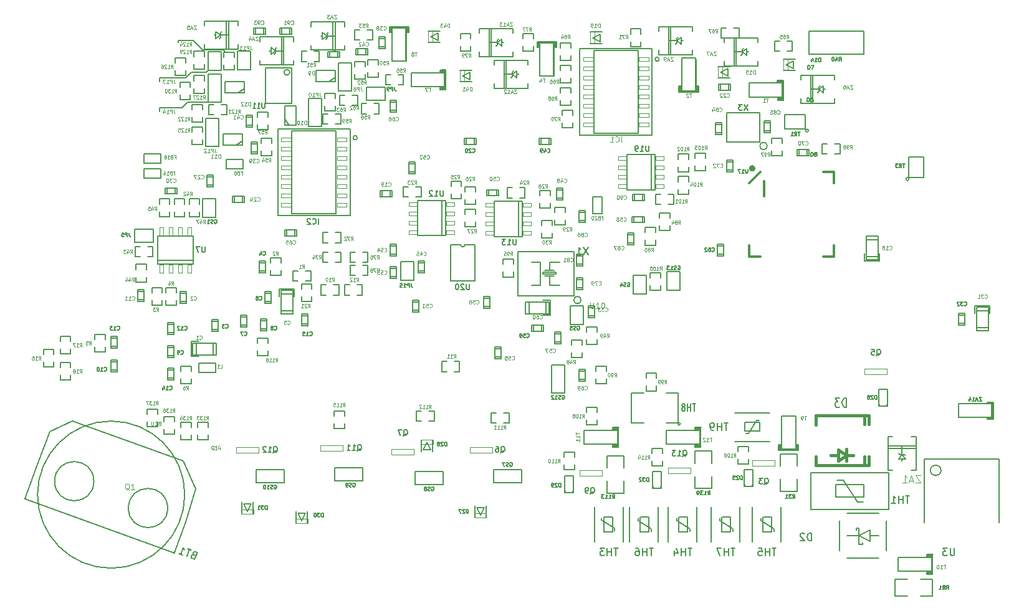
<source format=gbo>
G04 (created by PCBNEW (2013-07-07 BZR 4022)-stable) date 15/08/2014 17:43:12*
%MOIN*%
G04 Gerber Fmt 3.4, Leading zero omitted, Abs format*
%FSLAX34Y34*%
G01*
G70*
G90*
G04 APERTURE LIST*
%ADD10C,0.00590551*%
%ADD11C,0.00787402*%
%ADD12C,0.008*%
%ADD13C,0.0047*%
%ADD14C,0.005*%
%ADD15C,0.006*%
%ADD16C,0.0026*%
%ADD17C,0.015*%
%ADD18C,0.0078*%
%ADD19C,0.012*%
%ADD20C,0.02*%
%ADD21C,0.00625*%
%ADD22C,0.0063*%
%ADD23C,0.0051*%
%ADD24C,0.0045*%
%ADD25C,0.0016*%
%ADD26C,0.00445*%
G04 APERTURE END LIST*
G54D10*
G54D11*
X58387Y-28350D02*
X58387Y-28400D01*
X58737Y-28350D02*
X58387Y-28350D01*
X58737Y-28400D02*
X58737Y-28350D01*
X58387Y-29250D02*
X58387Y-29200D01*
X58737Y-29250D02*
X58387Y-29250D01*
X58737Y-29200D02*
X58737Y-29250D01*
X58687Y-28450D02*
X58637Y-28450D01*
X58687Y-29200D02*
X58687Y-28450D01*
X58737Y-29200D02*
X58637Y-29200D01*
X58737Y-28400D02*
X58637Y-28400D01*
X58737Y-29200D02*
X58737Y-28400D01*
X40849Y-10000D02*
G75*
G03X40849Y-10000I-111J0D01*
G74*
G01*
X24699Y-14200D02*
G75*
G03X24699Y-14200I-111J0D01*
G74*
G01*
X15137Y-9000D02*
X15137Y-9100D01*
X15937Y-9000D02*
X15137Y-9000D01*
X16437Y-9500D02*
X15937Y-9000D01*
X17537Y-9500D02*
X16437Y-9500D01*
X17637Y-9600D02*
X17537Y-9500D01*
X14137Y-12600D02*
X14137Y-12800D01*
X15337Y-12600D02*
X14137Y-12600D01*
X15637Y-12300D02*
X15337Y-12600D01*
X16737Y-12300D02*
X15637Y-12300D01*
X14137Y-11000D02*
X14137Y-11200D01*
X15537Y-11000D02*
X14137Y-11000D01*
X15737Y-10800D02*
X15537Y-11000D01*
X15837Y-10700D02*
X15737Y-10800D01*
X16637Y-10700D02*
X15837Y-10700D01*
X16737Y-10600D02*
X16637Y-10700D01*
G54D10*
X51767Y-33700D02*
X51477Y-33700D01*
X51477Y-33700D02*
X50697Y-32530D01*
X50697Y-32530D02*
X50377Y-32530D01*
X51797Y-32780D02*
X51797Y-33420D01*
X51797Y-33420D02*
X50287Y-33420D01*
X50287Y-33420D02*
X50287Y-32780D01*
X50287Y-32770D02*
X51797Y-32770D01*
X53124Y-32127D02*
X53124Y-34072D01*
X53124Y-32115D02*
X48950Y-32115D01*
X53124Y-34084D02*
X48950Y-34084D01*
X48950Y-32127D02*
X48950Y-34072D01*
G54D12*
X19787Y-10450D02*
X19787Y-12350D01*
X19787Y-12350D02*
X21187Y-12350D01*
X21187Y-12350D02*
X21187Y-10450D01*
X21187Y-10450D02*
X19787Y-10450D01*
X21087Y-10700D02*
G75*
G03X21087Y-10700I-150J0D01*
G74*
G01*
G54D10*
X54988Y-16336D02*
X54201Y-16336D01*
X54201Y-16336D02*
X54201Y-15234D01*
X54201Y-15234D02*
X54988Y-15234D01*
X54988Y-15234D02*
X54988Y-16336D01*
X54201Y-16415D02*
G75*
G03X54201Y-16415I-78J0D01*
G74*
G01*
X48673Y-12949D02*
X48673Y-13736D01*
X48673Y-13736D02*
X47571Y-13736D01*
X47571Y-13736D02*
X47571Y-12949D01*
X47571Y-12949D02*
X48673Y-12949D01*
X48831Y-13815D02*
G75*
G03X48831Y-13815I-78J0D01*
G74*
G01*
G54D13*
X37787Y-32000D02*
X36587Y-32000D01*
X36587Y-32000D02*
X36587Y-32300D01*
X36587Y-32300D02*
X37787Y-32300D01*
X37787Y-32300D02*
X37787Y-32000D01*
X27737Y-30850D02*
X26537Y-30850D01*
X26537Y-30850D02*
X26537Y-31150D01*
X26537Y-31150D02*
X27737Y-31150D01*
X27737Y-31150D02*
X27737Y-30850D01*
X19437Y-30750D02*
X18237Y-30750D01*
X18237Y-30750D02*
X18237Y-31050D01*
X18237Y-31050D02*
X19437Y-31050D01*
X19437Y-31050D02*
X19437Y-30750D01*
X23937Y-30650D02*
X22737Y-30650D01*
X22737Y-30650D02*
X22737Y-30950D01*
X22737Y-30950D02*
X23937Y-30950D01*
X23937Y-30950D02*
X23937Y-30650D01*
X42537Y-31850D02*
X41337Y-31850D01*
X41337Y-31850D02*
X41337Y-32150D01*
X41337Y-32150D02*
X42537Y-32150D01*
X42537Y-32150D02*
X42537Y-31850D01*
X31937Y-30750D02*
X30737Y-30750D01*
X30737Y-30750D02*
X30737Y-31050D01*
X30737Y-31050D02*
X31937Y-31050D01*
X31937Y-31050D02*
X31937Y-30750D01*
X53037Y-26550D02*
X51837Y-26550D01*
X51837Y-26550D02*
X51837Y-26850D01*
X51837Y-26850D02*
X53037Y-26850D01*
X53037Y-26850D02*
X53037Y-26550D01*
X47037Y-31450D02*
X45837Y-31450D01*
X45837Y-31450D02*
X45837Y-31750D01*
X45837Y-31750D02*
X47037Y-31750D01*
X47037Y-31750D02*
X47037Y-31450D01*
G54D14*
X18337Y-11800D02*
X18637Y-11600D01*
X17637Y-11800D02*
X18662Y-11800D01*
X18662Y-11800D02*
X18662Y-11200D01*
X18662Y-11200D02*
X17637Y-11200D01*
X17637Y-11200D02*
X17637Y-11800D01*
X18237Y-14600D02*
X18537Y-14400D01*
X17537Y-14600D02*
X18562Y-14600D01*
X18562Y-14600D02*
X18562Y-14000D01*
X18562Y-14000D02*
X17537Y-14000D01*
X17537Y-14000D02*
X17537Y-14600D01*
X20837Y-13200D02*
X21037Y-13500D01*
X20837Y-12500D02*
X20837Y-13525D01*
X20837Y-13525D02*
X21437Y-13525D01*
X21437Y-13525D02*
X21437Y-12500D01*
X21437Y-12500D02*
X20837Y-12500D01*
X23187Y-11200D02*
X23487Y-11000D01*
X22487Y-11200D02*
X23512Y-11200D01*
X23512Y-11200D02*
X23512Y-10600D01*
X23512Y-10600D02*
X22487Y-10600D01*
X22487Y-10600D02*
X22487Y-11200D01*
G54D15*
X40973Y-32852D02*
X40943Y-32852D01*
X40499Y-32852D02*
X40529Y-32852D01*
X40973Y-32870D02*
X40943Y-32870D01*
X40499Y-32870D02*
X40529Y-32870D01*
X40973Y-32887D02*
X40943Y-32887D01*
X40499Y-32887D02*
X40529Y-32887D01*
X40973Y-32905D02*
X40943Y-32905D01*
X40499Y-32905D02*
X40529Y-32905D01*
X40499Y-32852D02*
X40529Y-32852D01*
X40529Y-32852D02*
X40529Y-32954D01*
X40973Y-32852D02*
X40943Y-32852D01*
X40943Y-32852D02*
X40943Y-32954D01*
X40973Y-32048D02*
X40973Y-32954D01*
X40973Y-32954D02*
X40499Y-32954D01*
X40499Y-32954D02*
X40499Y-32048D01*
X40499Y-32048D02*
X40973Y-32048D01*
X36273Y-33102D02*
X36243Y-33102D01*
X35799Y-33102D02*
X35829Y-33102D01*
X36273Y-33120D02*
X36243Y-33120D01*
X35799Y-33120D02*
X35829Y-33120D01*
X36273Y-33137D02*
X36243Y-33137D01*
X35799Y-33137D02*
X35829Y-33137D01*
X36273Y-33155D02*
X36243Y-33155D01*
X35799Y-33155D02*
X35829Y-33155D01*
X35799Y-33102D02*
X35829Y-33102D01*
X35829Y-33102D02*
X35829Y-33204D01*
X36273Y-33102D02*
X36243Y-33102D01*
X36243Y-33102D02*
X36243Y-33204D01*
X36273Y-32298D02*
X36273Y-33204D01*
X36273Y-33204D02*
X35799Y-33204D01*
X35799Y-33204D02*
X35799Y-32298D01*
X35799Y-32298D02*
X36273Y-32298D01*
X53073Y-28452D02*
X53043Y-28452D01*
X52599Y-28452D02*
X52629Y-28452D01*
X53073Y-28470D02*
X53043Y-28470D01*
X52599Y-28470D02*
X52629Y-28470D01*
X53073Y-28487D02*
X53043Y-28487D01*
X52599Y-28487D02*
X52629Y-28487D01*
X53073Y-28505D02*
X53043Y-28505D01*
X52599Y-28505D02*
X52629Y-28505D01*
X52599Y-28452D02*
X52629Y-28452D01*
X52629Y-28452D02*
X52629Y-28554D01*
X53073Y-28452D02*
X53043Y-28452D01*
X53043Y-28452D02*
X53043Y-28554D01*
X53073Y-27648D02*
X53073Y-28554D01*
X53073Y-28554D02*
X52599Y-28554D01*
X52599Y-28554D02*
X52599Y-27648D01*
X52599Y-27648D02*
X53073Y-27648D01*
X45873Y-32752D02*
X45843Y-32752D01*
X45399Y-32752D02*
X45429Y-32752D01*
X45873Y-32770D02*
X45843Y-32770D01*
X45399Y-32770D02*
X45429Y-32770D01*
X45873Y-32787D02*
X45843Y-32787D01*
X45399Y-32787D02*
X45429Y-32787D01*
X45873Y-32805D02*
X45843Y-32805D01*
X45399Y-32805D02*
X45429Y-32805D01*
X45399Y-32752D02*
X45429Y-32752D01*
X45429Y-32752D02*
X45429Y-32854D01*
X45873Y-32752D02*
X45843Y-32752D01*
X45843Y-32752D02*
X45843Y-32854D01*
X45873Y-31948D02*
X45873Y-32854D01*
X45873Y-32854D02*
X45399Y-32854D01*
X45399Y-32854D02*
X45399Y-31948D01*
X45399Y-31948D02*
X45873Y-31948D01*
X58378Y-28427D02*
X58378Y-28387D01*
X58378Y-29175D02*
X58378Y-29215D01*
X58411Y-28427D02*
X58411Y-28387D01*
X58411Y-29175D02*
X58411Y-29215D01*
X58444Y-28427D02*
X58444Y-28387D01*
X58444Y-29175D02*
X58444Y-29215D01*
X58476Y-28427D02*
X58476Y-28387D01*
X58476Y-29175D02*
X58476Y-29215D01*
X58509Y-28427D02*
X58509Y-28387D01*
X58509Y-29175D02*
X58509Y-29215D01*
X58542Y-28427D02*
X58542Y-28387D01*
X58542Y-29175D02*
X58542Y-29215D01*
X58575Y-28427D02*
X58575Y-28387D01*
X58575Y-29175D02*
X58575Y-29215D01*
X58378Y-29175D02*
X58378Y-29215D01*
X58378Y-29215D02*
X58624Y-29215D01*
X58378Y-28427D02*
X58378Y-28387D01*
X58378Y-28387D02*
X58624Y-28387D01*
X56852Y-28427D02*
X58624Y-28427D01*
X58624Y-28427D02*
X58624Y-29175D01*
X58624Y-29175D02*
X56852Y-29175D01*
X56852Y-29175D02*
X56852Y-28427D01*
X30446Y-19937D02*
G75*
G02X30228Y-19937I-109J0D01*
G74*
G01*
X30444Y-19937D02*
X30984Y-19937D01*
X30984Y-19937D02*
X30984Y-21865D01*
X30984Y-21865D02*
X29688Y-21865D01*
X29688Y-21865D02*
X29688Y-19937D01*
X29688Y-19937D02*
X30228Y-19937D01*
G54D14*
X14662Y-18147D02*
X14662Y-18425D01*
X14662Y-18425D02*
X14112Y-18425D01*
X14112Y-18425D02*
X14112Y-18147D01*
X14662Y-17475D02*
X14662Y-17753D01*
X14662Y-17475D02*
X14112Y-17475D01*
X14112Y-17475D02*
X14112Y-17753D01*
X45062Y-31003D02*
X45062Y-30725D01*
X45062Y-30725D02*
X45612Y-30725D01*
X45612Y-30725D02*
X45612Y-31003D01*
X45062Y-31675D02*
X45062Y-31397D01*
X45062Y-31675D02*
X45612Y-31675D01*
X45612Y-31675D02*
X45612Y-31397D01*
X7912Y-25803D02*
X7912Y-25525D01*
X7912Y-25525D02*
X8462Y-25525D01*
X8462Y-25525D02*
X8462Y-25803D01*
X7912Y-26475D02*
X7912Y-26197D01*
X7912Y-26475D02*
X8462Y-26475D01*
X8462Y-26475D02*
X8462Y-26197D01*
X14912Y-17753D02*
X14912Y-17475D01*
X14912Y-17475D02*
X15462Y-17475D01*
X15462Y-17475D02*
X15462Y-17753D01*
X14912Y-18425D02*
X14912Y-18147D01*
X14912Y-18425D02*
X15462Y-18425D01*
X15462Y-18425D02*
X15462Y-18147D01*
X16162Y-29703D02*
X16162Y-29425D01*
X16162Y-29425D02*
X16712Y-29425D01*
X16712Y-29425D02*
X16712Y-29703D01*
X16162Y-30375D02*
X16162Y-30097D01*
X16162Y-30375D02*
X16712Y-30375D01*
X16712Y-30375D02*
X16712Y-30097D01*
X15712Y-17753D02*
X15712Y-17475D01*
X15712Y-17475D02*
X16262Y-17475D01*
X16262Y-17475D02*
X16262Y-17753D01*
X15712Y-18425D02*
X15712Y-18147D01*
X15712Y-18425D02*
X16262Y-18425D01*
X16262Y-18425D02*
X16262Y-18147D01*
X15262Y-29703D02*
X15262Y-29425D01*
X15262Y-29425D02*
X15812Y-29425D01*
X15812Y-29425D02*
X15812Y-29703D01*
X15262Y-30375D02*
X15262Y-30097D01*
X15262Y-30375D02*
X15812Y-30375D01*
X15812Y-30375D02*
X15812Y-30097D01*
X22262Y-22697D02*
X22262Y-22975D01*
X22262Y-22975D02*
X21712Y-22975D01*
X21712Y-22975D02*
X21712Y-22697D01*
X22262Y-22025D02*
X22262Y-22303D01*
X22262Y-22025D02*
X21712Y-22025D01*
X21712Y-22025D02*
X21712Y-22303D01*
X14362Y-29403D02*
X14362Y-29125D01*
X14362Y-29125D02*
X14912Y-29125D01*
X14912Y-29125D02*
X14912Y-29403D01*
X14362Y-30075D02*
X14362Y-29797D01*
X14362Y-30075D02*
X14912Y-30075D01*
X14912Y-30075D02*
X14912Y-29797D01*
X13462Y-29003D02*
X13462Y-28725D01*
X13462Y-28725D02*
X14012Y-28725D01*
X14012Y-28725D02*
X14012Y-29003D01*
X13462Y-29675D02*
X13462Y-29397D01*
X13462Y-29675D02*
X14012Y-29675D01*
X14012Y-29675D02*
X14012Y-29397D01*
X32140Y-29475D02*
X31862Y-29475D01*
X31862Y-29475D02*
X31862Y-28925D01*
X31862Y-28925D02*
X32140Y-28925D01*
X32812Y-29475D02*
X32534Y-29475D01*
X32812Y-29475D02*
X32812Y-28925D01*
X32812Y-28925D02*
X32534Y-28925D01*
X44834Y-8325D02*
X45112Y-8325D01*
X45112Y-8325D02*
X45112Y-8875D01*
X45112Y-8875D02*
X44834Y-8875D01*
X44162Y-8325D02*
X44440Y-8325D01*
X44162Y-8325D02*
X44162Y-8875D01*
X44162Y-8875D02*
X44440Y-8875D01*
X47290Y-9575D02*
X47012Y-9575D01*
X47012Y-9575D02*
X47012Y-9025D01*
X47012Y-9025D02*
X47290Y-9025D01*
X47962Y-9575D02*
X47684Y-9575D01*
X47962Y-9575D02*
X47962Y-9025D01*
X47962Y-9025D02*
X47684Y-9025D01*
X36112Y-9797D02*
X36112Y-10075D01*
X36112Y-10075D02*
X35562Y-10075D01*
X35562Y-10075D02*
X35562Y-9797D01*
X36112Y-9125D02*
X36112Y-9403D01*
X36112Y-9125D02*
X35562Y-9125D01*
X35562Y-9125D02*
X35562Y-9403D01*
X36112Y-10997D02*
X36112Y-11275D01*
X36112Y-11275D02*
X35562Y-11275D01*
X35562Y-11275D02*
X35562Y-10997D01*
X36112Y-10325D02*
X36112Y-10603D01*
X36112Y-10325D02*
X35562Y-10325D01*
X35562Y-10325D02*
X35562Y-10603D01*
X36112Y-12197D02*
X36112Y-12475D01*
X36112Y-12475D02*
X35562Y-12475D01*
X35562Y-12475D02*
X35562Y-12197D01*
X36112Y-11525D02*
X36112Y-11803D01*
X36112Y-11525D02*
X35562Y-11525D01*
X35562Y-11525D02*
X35562Y-11803D01*
X35662Y-13003D02*
X35662Y-12725D01*
X35662Y-12725D02*
X36212Y-12725D01*
X36212Y-12725D02*
X36212Y-13003D01*
X35662Y-13675D02*
X35662Y-13397D01*
X35662Y-13675D02*
X36212Y-13675D01*
X36212Y-13675D02*
X36212Y-13397D01*
X23140Y-19825D02*
X22862Y-19825D01*
X22862Y-19825D02*
X22862Y-19275D01*
X22862Y-19275D02*
X23140Y-19275D01*
X23812Y-19825D02*
X23534Y-19825D01*
X23812Y-19825D02*
X23812Y-19275D01*
X23812Y-19275D02*
X23534Y-19275D01*
X23140Y-20875D02*
X22862Y-20875D01*
X22862Y-20875D02*
X22862Y-20325D01*
X22862Y-20325D02*
X23140Y-20325D01*
X23812Y-20875D02*
X23534Y-20875D01*
X23812Y-20875D02*
X23812Y-20325D01*
X23812Y-20325D02*
X23534Y-20325D01*
X24984Y-20325D02*
X25262Y-20325D01*
X25262Y-20325D02*
X25262Y-20875D01*
X25262Y-20875D02*
X24984Y-20875D01*
X24312Y-20325D02*
X24590Y-20325D01*
X24312Y-20325D02*
X24312Y-20875D01*
X24312Y-20875D02*
X24590Y-20875D01*
X24984Y-21025D02*
X25262Y-21025D01*
X25262Y-21025D02*
X25262Y-21575D01*
X25262Y-21575D02*
X24984Y-21575D01*
X24312Y-21025D02*
X24590Y-21025D01*
X24312Y-21025D02*
X24312Y-21575D01*
X24312Y-21575D02*
X24590Y-21575D01*
X35762Y-31303D02*
X35762Y-31025D01*
X35762Y-31025D02*
X36312Y-31025D01*
X36312Y-31025D02*
X36312Y-31303D01*
X35762Y-31975D02*
X35762Y-31697D01*
X35762Y-31975D02*
X36312Y-31975D01*
X36312Y-31975D02*
X36312Y-31697D01*
X36962Y-28903D02*
X36962Y-28625D01*
X36962Y-28625D02*
X37512Y-28625D01*
X37512Y-28625D02*
X37512Y-28903D01*
X36962Y-29575D02*
X36962Y-29297D01*
X36962Y-29575D02*
X37512Y-29575D01*
X37512Y-29575D02*
X37512Y-29297D01*
X39312Y-8653D02*
X39312Y-8375D01*
X39312Y-8375D02*
X39862Y-8375D01*
X39862Y-8375D02*
X39862Y-8653D01*
X39312Y-9325D02*
X39312Y-9047D01*
X39312Y-9325D02*
X39862Y-9325D01*
X39862Y-9325D02*
X39862Y-9047D01*
X19912Y-25597D02*
X19912Y-25875D01*
X19912Y-25875D02*
X19362Y-25875D01*
X19362Y-25875D02*
X19362Y-25597D01*
X19912Y-24925D02*
X19912Y-25203D01*
X19912Y-24925D02*
X19362Y-24925D01*
X19362Y-24925D02*
X19362Y-25203D01*
X33562Y-8903D02*
X33562Y-8625D01*
X33562Y-8625D02*
X34112Y-8625D01*
X34112Y-8625D02*
X34112Y-8903D01*
X33562Y-9575D02*
X33562Y-9297D01*
X33562Y-9575D02*
X34112Y-9575D01*
X34112Y-9575D02*
X34112Y-9297D01*
X30212Y-8903D02*
X30212Y-8625D01*
X30212Y-8625D02*
X30762Y-8625D01*
X30762Y-8625D02*
X30762Y-8903D01*
X30212Y-9575D02*
X30212Y-9297D01*
X30212Y-9575D02*
X30762Y-9575D01*
X30762Y-9575D02*
X30762Y-9297D01*
X13484Y-20025D02*
X13762Y-20025D01*
X13762Y-20025D02*
X13762Y-20575D01*
X13762Y-20575D02*
X13484Y-20575D01*
X12812Y-20025D02*
X13090Y-20025D01*
X12812Y-20025D02*
X12812Y-20575D01*
X12812Y-20575D02*
X13090Y-20575D01*
X28534Y-28825D02*
X28812Y-28825D01*
X28812Y-28825D02*
X28812Y-29375D01*
X28812Y-29375D02*
X28534Y-29375D01*
X27862Y-28825D02*
X28140Y-28825D01*
X27862Y-28825D02*
X27862Y-29375D01*
X27862Y-29375D02*
X28140Y-29375D01*
X13412Y-21647D02*
X13412Y-21925D01*
X13412Y-21925D02*
X12862Y-21925D01*
X12862Y-21925D02*
X12862Y-21647D01*
X13412Y-20975D02*
X13412Y-21253D01*
X13412Y-20975D02*
X12862Y-20975D01*
X12862Y-20975D02*
X12862Y-21253D01*
X40462Y-31103D02*
X40462Y-30825D01*
X40462Y-30825D02*
X41012Y-30825D01*
X41012Y-30825D02*
X41012Y-31103D01*
X40462Y-31775D02*
X40462Y-31497D01*
X40462Y-31775D02*
X41012Y-31775D01*
X41012Y-31775D02*
X41012Y-31497D01*
X37512Y-24997D02*
X37512Y-25275D01*
X37512Y-25275D02*
X36962Y-25275D01*
X36962Y-25275D02*
X36962Y-24997D01*
X37512Y-24325D02*
X37512Y-24603D01*
X37512Y-24325D02*
X36962Y-24325D01*
X36962Y-24325D02*
X36962Y-24603D01*
X36162Y-25303D02*
X36162Y-25025D01*
X36162Y-25025D02*
X36712Y-25025D01*
X36712Y-25025D02*
X36712Y-25303D01*
X36162Y-25975D02*
X36162Y-25697D01*
X36162Y-25975D02*
X36712Y-25975D01*
X36712Y-25975D02*
X36712Y-25697D01*
X16412Y-13097D02*
X16412Y-13375D01*
X16412Y-13375D02*
X15862Y-13375D01*
X15862Y-13375D02*
X15862Y-13097D01*
X16412Y-12425D02*
X16412Y-12703D01*
X16412Y-12425D02*
X15862Y-12425D01*
X15862Y-12425D02*
X15862Y-12703D01*
X17040Y-12975D02*
X16762Y-12975D01*
X16762Y-12975D02*
X16762Y-12425D01*
X16762Y-12425D02*
X17040Y-12425D01*
X17712Y-12975D02*
X17434Y-12975D01*
X17712Y-12975D02*
X17712Y-12425D01*
X17712Y-12425D02*
X17434Y-12425D01*
X41862Y-16553D02*
X41862Y-16275D01*
X41862Y-16275D02*
X42412Y-16275D01*
X42412Y-16275D02*
X42412Y-16553D01*
X41862Y-17225D02*
X41862Y-16947D01*
X41862Y-17225D02*
X42412Y-17225D01*
X42412Y-17225D02*
X42412Y-16947D01*
X42762Y-15303D02*
X42762Y-15025D01*
X42762Y-15025D02*
X43312Y-15025D01*
X43312Y-15025D02*
X43312Y-15303D01*
X42762Y-15975D02*
X42762Y-15697D01*
X42762Y-15975D02*
X43312Y-15975D01*
X43312Y-15975D02*
X43312Y-15697D01*
X41862Y-15353D02*
X41862Y-15075D01*
X41862Y-15075D02*
X42412Y-15075D01*
X42412Y-15075D02*
X42412Y-15353D01*
X41862Y-16025D02*
X41862Y-15747D01*
X41862Y-16025D02*
X42412Y-16025D01*
X42412Y-16025D02*
X42412Y-15747D01*
X40940Y-17775D02*
X40662Y-17775D01*
X40662Y-17775D02*
X40662Y-17225D01*
X40662Y-17225D02*
X40940Y-17225D01*
X41612Y-17775D02*
X41334Y-17775D01*
X41612Y-17775D02*
X41612Y-17225D01*
X41612Y-17225D02*
X41334Y-17225D01*
X40700Y-27472D02*
X40700Y-27750D01*
X40700Y-27750D02*
X40150Y-27750D01*
X40150Y-27750D02*
X40150Y-27472D01*
X40700Y-26800D02*
X40700Y-27078D01*
X40700Y-26800D02*
X40150Y-26800D01*
X40150Y-26800D02*
X40150Y-27078D01*
X40362Y-21703D02*
X40362Y-21425D01*
X40362Y-21425D02*
X40912Y-21425D01*
X40912Y-21425D02*
X40912Y-21703D01*
X40362Y-22375D02*
X40362Y-22097D01*
X40362Y-22375D02*
X40912Y-22375D01*
X40912Y-22375D02*
X40912Y-22097D01*
X18112Y-10297D02*
X18112Y-10575D01*
X18112Y-10575D02*
X17562Y-10575D01*
X17562Y-10575D02*
X17562Y-10297D01*
X18112Y-9625D02*
X18112Y-9903D01*
X18112Y-9625D02*
X17562Y-9625D01*
X17562Y-9625D02*
X17562Y-9903D01*
X16412Y-14297D02*
X16412Y-14575D01*
X16412Y-14575D02*
X15862Y-14575D01*
X15862Y-14575D02*
X15862Y-14297D01*
X16412Y-13625D02*
X16412Y-13903D01*
X16412Y-13625D02*
X15862Y-13625D01*
X15862Y-13625D02*
X15862Y-13903D01*
X40862Y-18503D02*
X40862Y-18225D01*
X40862Y-18225D02*
X41412Y-18225D01*
X41412Y-18225D02*
X41412Y-18503D01*
X40862Y-19175D02*
X40862Y-18897D01*
X40862Y-19175D02*
X41412Y-19175D01*
X41412Y-19175D02*
X41412Y-18897D01*
X40100Y-19278D02*
X40100Y-19000D01*
X40100Y-19000D02*
X40650Y-19000D01*
X40650Y-19000D02*
X40650Y-19278D01*
X40100Y-19950D02*
X40100Y-19672D01*
X40100Y-19950D02*
X40650Y-19950D01*
X40650Y-19950D02*
X40650Y-19672D01*
X24012Y-29497D02*
X24012Y-29775D01*
X24012Y-29775D02*
X23462Y-29775D01*
X23462Y-29775D02*
X23462Y-29497D01*
X24012Y-28825D02*
X24012Y-29103D01*
X24012Y-28825D02*
X23462Y-28825D01*
X23462Y-28825D02*
X23462Y-29103D01*
X22962Y-12103D02*
X22962Y-11825D01*
X22962Y-11825D02*
X23512Y-11825D01*
X23512Y-11825D02*
X23512Y-12103D01*
X22962Y-12775D02*
X22962Y-12497D01*
X22962Y-12775D02*
X23512Y-12775D01*
X23512Y-12775D02*
X23512Y-12497D01*
X23140Y-13475D02*
X22862Y-13475D01*
X22862Y-13475D02*
X22862Y-12925D01*
X22862Y-12925D02*
X23140Y-12925D01*
X23812Y-13475D02*
X23534Y-13475D01*
X23812Y-13475D02*
X23812Y-12925D01*
X23812Y-12925D02*
X23534Y-12925D01*
X25190Y-12925D02*
X24912Y-12925D01*
X24912Y-12925D02*
X24912Y-12375D01*
X24912Y-12375D02*
X25190Y-12375D01*
X25862Y-12925D02*
X25584Y-12925D01*
X25862Y-12925D02*
X25862Y-12375D01*
X25862Y-12375D02*
X25584Y-12375D01*
X38012Y-27097D02*
X38012Y-27375D01*
X38012Y-27375D02*
X37462Y-27375D01*
X37462Y-27375D02*
X37462Y-27097D01*
X38012Y-26425D02*
X38012Y-26703D01*
X38012Y-26425D02*
X37462Y-26425D01*
X37462Y-26425D02*
X37462Y-26703D01*
X32990Y-17425D02*
X32712Y-17425D01*
X32712Y-17425D02*
X32712Y-16875D01*
X32712Y-16875D02*
X32990Y-16875D01*
X33662Y-17425D02*
X33384Y-17425D01*
X33662Y-17425D02*
X33662Y-16875D01*
X33662Y-16875D02*
X33384Y-16875D01*
X35112Y-19297D02*
X35112Y-19575D01*
X35112Y-19575D02*
X34562Y-19575D01*
X34562Y-19575D02*
X34562Y-19297D01*
X35112Y-18625D02*
X35112Y-18903D01*
X35112Y-18625D02*
X34562Y-18625D01*
X34562Y-18625D02*
X34562Y-18903D01*
X35262Y-18203D02*
X35262Y-17925D01*
X35262Y-17925D02*
X35812Y-17925D01*
X35812Y-17925D02*
X35812Y-18203D01*
X35262Y-18875D02*
X35262Y-18597D01*
X35262Y-18875D02*
X35812Y-18875D01*
X35812Y-18875D02*
X35812Y-18597D01*
X34462Y-17303D02*
X34462Y-17025D01*
X34462Y-17025D02*
X35012Y-17025D01*
X35012Y-17025D02*
X35012Y-17303D01*
X34462Y-17975D02*
X34462Y-17697D01*
X34462Y-17975D02*
X35012Y-17975D01*
X35012Y-17975D02*
X35012Y-17697D01*
X27834Y-16825D02*
X28112Y-16825D01*
X28112Y-16825D02*
X28112Y-17375D01*
X28112Y-17375D02*
X27834Y-17375D01*
X27162Y-16825D02*
X27440Y-16825D01*
X27162Y-16825D02*
X27162Y-17375D01*
X27162Y-17375D02*
X27440Y-17375D01*
X32500Y-20978D02*
X32500Y-20700D01*
X32500Y-20700D02*
X33050Y-20700D01*
X33050Y-20700D02*
X33050Y-20978D01*
X32500Y-21650D02*
X32500Y-21372D01*
X32500Y-21650D02*
X33050Y-21650D01*
X33050Y-21650D02*
X33050Y-21372D01*
X30462Y-18303D02*
X30462Y-18025D01*
X30462Y-18025D02*
X31012Y-18025D01*
X31012Y-18025D02*
X31012Y-18303D01*
X30462Y-18975D02*
X30462Y-18697D01*
X30462Y-18975D02*
X31012Y-18975D01*
X31012Y-18975D02*
X31012Y-18697D01*
X30462Y-17103D02*
X30462Y-16825D01*
X30462Y-16825D02*
X31012Y-16825D01*
X31012Y-16825D02*
X31012Y-17103D01*
X30462Y-17775D02*
X30462Y-17497D01*
X30462Y-17775D02*
X31012Y-17775D01*
X31012Y-17775D02*
X31012Y-17497D01*
X29712Y-16803D02*
X29712Y-16525D01*
X29712Y-16525D02*
X30262Y-16525D01*
X30262Y-16525D02*
X30262Y-16803D01*
X29712Y-17475D02*
X29712Y-17197D01*
X29712Y-17475D02*
X30262Y-17475D01*
X30262Y-17475D02*
X30262Y-17197D01*
X15762Y-11897D02*
X15762Y-12175D01*
X15762Y-12175D02*
X15212Y-12175D01*
X15212Y-12175D02*
X15212Y-11897D01*
X15762Y-11225D02*
X15762Y-11503D01*
X15762Y-11225D02*
X15212Y-11225D01*
X15212Y-11225D02*
X15212Y-11503D01*
X16512Y-11547D02*
X16512Y-11825D01*
X16512Y-11825D02*
X15962Y-11825D01*
X15962Y-11825D02*
X15962Y-11547D01*
X16512Y-10875D02*
X16512Y-11153D01*
X16512Y-10875D02*
X15962Y-10875D01*
X15962Y-10875D02*
X15962Y-11153D01*
X15512Y-10597D02*
X15512Y-10875D01*
X15512Y-10875D02*
X14962Y-10875D01*
X14962Y-10875D02*
X14962Y-10597D01*
X15512Y-9925D02*
X15512Y-10203D01*
X15512Y-9925D02*
X14962Y-9925D01*
X14962Y-9925D02*
X14962Y-10203D01*
X15962Y-9853D02*
X15962Y-9575D01*
X15962Y-9575D02*
X16512Y-9575D01*
X16512Y-9575D02*
X16512Y-9853D01*
X15962Y-10525D02*
X15962Y-10247D01*
X15962Y-10525D02*
X16512Y-10525D01*
X16512Y-10525D02*
X16512Y-10247D01*
X21934Y-21325D02*
X22212Y-21325D01*
X22212Y-21325D02*
X22212Y-21875D01*
X22212Y-21875D02*
X21934Y-21875D01*
X21262Y-21325D02*
X21540Y-21325D01*
X21262Y-21325D02*
X21262Y-21875D01*
X21262Y-21875D02*
X21540Y-21875D01*
X20062Y-20903D02*
X20062Y-20625D01*
X20062Y-20625D02*
X20612Y-20625D01*
X20612Y-20625D02*
X20612Y-20903D01*
X20062Y-21575D02*
X20062Y-21297D01*
X20062Y-21575D02*
X20612Y-21575D01*
X20612Y-21575D02*
X20612Y-21297D01*
X13712Y-22503D02*
X13712Y-22225D01*
X13712Y-22225D02*
X14262Y-22225D01*
X14262Y-22225D02*
X14262Y-22503D01*
X13712Y-23175D02*
X13712Y-22897D01*
X13712Y-23175D02*
X14262Y-23175D01*
X14262Y-23175D02*
X14262Y-22897D01*
X14462Y-22503D02*
X14462Y-22225D01*
X14462Y-22225D02*
X15012Y-22225D01*
X15012Y-22225D02*
X15012Y-22503D01*
X14462Y-23175D02*
X14462Y-22897D01*
X14462Y-23175D02*
X15012Y-23175D01*
X15012Y-23175D02*
X15012Y-22897D01*
X24840Y-8975D02*
X24562Y-8975D01*
X24562Y-8975D02*
X24562Y-8425D01*
X24562Y-8425D02*
X24840Y-8425D01*
X25512Y-8975D02*
X25234Y-8975D01*
X25512Y-8975D02*
X25512Y-8425D01*
X25512Y-8425D02*
X25234Y-8425D01*
X19362Y-13103D02*
X19362Y-12825D01*
X19362Y-12825D02*
X19912Y-12825D01*
X19912Y-12825D02*
X19912Y-13103D01*
X19362Y-13775D02*
X19362Y-13497D01*
X19362Y-13775D02*
X19912Y-13775D01*
X19912Y-13775D02*
X19912Y-13497D01*
X25812Y-10697D02*
X25812Y-10975D01*
X25812Y-10975D02*
X25262Y-10975D01*
X25262Y-10975D02*
X25262Y-10697D01*
X25812Y-10025D02*
X25812Y-10303D01*
X25812Y-10025D02*
X25262Y-10025D01*
X25262Y-10025D02*
X25262Y-10303D01*
X25112Y-10797D02*
X25112Y-11075D01*
X25112Y-11075D02*
X24562Y-11075D01*
X24562Y-11075D02*
X24562Y-10797D01*
X25112Y-10125D02*
X25112Y-10403D01*
X25112Y-10125D02*
X24562Y-10125D01*
X24562Y-10125D02*
X24562Y-10403D01*
X11212Y-25397D02*
X11212Y-25675D01*
X11212Y-25675D02*
X10662Y-25675D01*
X10662Y-25675D02*
X10662Y-25397D01*
X11212Y-24725D02*
X11212Y-25003D01*
X11212Y-24725D02*
X10662Y-24725D01*
X10662Y-24725D02*
X10662Y-25003D01*
X15262Y-26703D02*
X15262Y-26425D01*
X15262Y-26425D02*
X15812Y-26425D01*
X15812Y-26425D02*
X15812Y-26703D01*
X15262Y-27375D02*
X15262Y-27097D01*
X15262Y-27375D02*
X15812Y-27375D01*
X15812Y-27375D02*
X15812Y-27097D01*
X26884Y-10825D02*
X27162Y-10825D01*
X27162Y-10825D02*
X27162Y-11375D01*
X27162Y-11375D02*
X26884Y-11375D01*
X26212Y-10825D02*
X26490Y-10825D01*
X26212Y-10825D02*
X26212Y-11375D01*
X26212Y-11375D02*
X26490Y-11375D01*
X19562Y-14503D02*
X19562Y-14225D01*
X19562Y-14225D02*
X20112Y-14225D01*
X20112Y-14225D02*
X20112Y-14503D01*
X19562Y-15175D02*
X19562Y-14897D01*
X19562Y-15175D02*
X20112Y-15175D01*
X20112Y-15175D02*
X20112Y-14897D01*
X21990Y-10125D02*
X21712Y-10125D01*
X21712Y-10125D02*
X21712Y-9575D01*
X21712Y-9575D02*
X21990Y-9575D01*
X22662Y-10125D02*
X22384Y-10125D01*
X22662Y-10125D02*
X22662Y-9575D01*
X22662Y-9575D02*
X22384Y-9575D01*
X9362Y-25497D02*
X9362Y-25775D01*
X9362Y-25775D02*
X8812Y-25775D01*
X8812Y-25775D02*
X8812Y-25497D01*
X9362Y-24825D02*
X9362Y-25103D01*
X9362Y-24825D02*
X8812Y-24825D01*
X8812Y-24825D02*
X8812Y-25103D01*
X8812Y-26503D02*
X8812Y-26225D01*
X8812Y-26225D02*
X9362Y-26225D01*
X9362Y-26225D02*
X9362Y-26503D01*
X8812Y-27175D02*
X8812Y-26897D01*
X8812Y-27175D02*
X9362Y-27175D01*
X9362Y-27175D02*
X9362Y-26897D01*
X23434Y-22075D02*
X23712Y-22075D01*
X23712Y-22075D02*
X23712Y-22625D01*
X23712Y-22625D02*
X23434Y-22625D01*
X22762Y-22075D02*
X23040Y-22075D01*
X22762Y-22075D02*
X22762Y-22625D01*
X22762Y-22625D02*
X23040Y-22625D01*
X50234Y-14525D02*
X50512Y-14525D01*
X50512Y-14525D02*
X50512Y-15075D01*
X50512Y-15075D02*
X50234Y-15075D01*
X49562Y-14525D02*
X49840Y-14525D01*
X49562Y-14525D02*
X49562Y-15075D01*
X49562Y-15075D02*
X49840Y-15075D01*
X29884Y-26175D02*
X30162Y-26175D01*
X30162Y-26175D02*
X30162Y-26725D01*
X30162Y-26725D02*
X29884Y-26725D01*
X29212Y-26175D02*
X29490Y-26175D01*
X29212Y-26175D02*
X29212Y-26725D01*
X29212Y-26725D02*
X29490Y-26725D01*
X24684Y-22075D02*
X24962Y-22075D01*
X24962Y-22075D02*
X24962Y-22625D01*
X24962Y-22625D02*
X24684Y-22625D01*
X24012Y-22075D02*
X24290Y-22075D01*
X24012Y-22075D02*
X24012Y-22625D01*
X24012Y-22625D02*
X24290Y-22625D01*
X46862Y-14503D02*
X46862Y-14225D01*
X46862Y-14225D02*
X47412Y-14225D01*
X47412Y-14225D02*
X47412Y-14503D01*
X46862Y-15175D02*
X46862Y-14897D01*
X46862Y-15175D02*
X47412Y-15175D01*
X47412Y-15175D02*
X47412Y-14897D01*
X24040Y-12475D02*
X23762Y-12475D01*
X23762Y-12475D02*
X23762Y-11925D01*
X23762Y-11925D02*
X24040Y-11925D01*
X24712Y-12475D02*
X24434Y-12475D01*
X24712Y-12475D02*
X24712Y-11925D01*
X24712Y-11925D02*
X24434Y-11925D01*
X37287Y-17350D02*
X37287Y-18250D01*
X37287Y-18250D02*
X37787Y-18250D01*
X37787Y-18250D02*
X37787Y-17350D01*
X37787Y-17350D02*
X37287Y-17350D01*
X17687Y-15850D02*
X18587Y-15850D01*
X18587Y-15850D02*
X18587Y-15350D01*
X18587Y-15350D02*
X17687Y-15350D01*
X17687Y-15350D02*
X17687Y-15850D01*
X13287Y-16350D02*
X14187Y-16350D01*
X14187Y-16350D02*
X14187Y-15850D01*
X14187Y-15850D02*
X13287Y-15850D01*
X13287Y-15850D02*
X13287Y-16350D01*
X17137Y-26250D02*
X16237Y-26250D01*
X16237Y-26250D02*
X16237Y-26750D01*
X16237Y-26750D02*
X17137Y-26750D01*
X17137Y-26750D02*
X17137Y-26250D01*
X14187Y-15050D02*
X13287Y-15050D01*
X13287Y-15050D02*
X13287Y-15550D01*
X13287Y-15550D02*
X14187Y-15550D01*
X14187Y-15550D02*
X14187Y-15050D01*
G54D12*
X28502Y-8495D02*
X29142Y-8495D01*
X28502Y-9105D02*
X29132Y-9105D01*
X29132Y-9105D02*
X29137Y-9105D01*
G54D16*
X28497Y-8490D02*
X28737Y-8490D01*
X28737Y-8490D02*
X28737Y-9110D01*
X28497Y-9110D02*
X28737Y-9110D01*
X28497Y-8490D02*
X28497Y-9110D01*
G54D12*
X29033Y-8996D02*
X28641Y-8800D01*
X28641Y-8800D02*
X29033Y-8604D01*
X29033Y-8604D02*
X29033Y-8996D01*
X21432Y-34835D02*
X21432Y-34195D01*
X22042Y-34835D02*
X22042Y-34205D01*
X22042Y-34205D02*
X22042Y-34200D01*
G54D16*
X21427Y-34840D02*
X21427Y-34600D01*
X21427Y-34600D02*
X22047Y-34600D01*
X22047Y-34840D02*
X22047Y-34600D01*
X21427Y-34840D02*
X22047Y-34840D01*
G54D12*
X21933Y-34304D02*
X21737Y-34696D01*
X21737Y-34696D02*
X21541Y-34304D01*
X21541Y-34304D02*
X21933Y-34304D01*
X18532Y-34335D02*
X18532Y-33695D01*
X19142Y-34335D02*
X19142Y-33705D01*
X19142Y-33705D02*
X19142Y-33700D01*
G54D16*
X18527Y-34340D02*
X18527Y-34100D01*
X18527Y-34100D02*
X19147Y-34100D01*
X19147Y-34340D02*
X19147Y-34100D01*
X18527Y-34340D02*
X19147Y-34340D01*
G54D12*
X19033Y-33804D02*
X18837Y-34196D01*
X18837Y-34196D02*
X18641Y-33804D01*
X18641Y-33804D02*
X19033Y-33804D01*
X30202Y-10595D02*
X30842Y-10595D01*
X30202Y-11205D02*
X30832Y-11205D01*
X30832Y-11205D02*
X30837Y-11205D01*
G54D16*
X30197Y-10590D02*
X30437Y-10590D01*
X30437Y-10590D02*
X30437Y-11210D01*
X30197Y-11210D02*
X30437Y-11210D01*
X30197Y-10590D02*
X30197Y-11210D01*
G54D12*
X30733Y-11096D02*
X30341Y-10900D01*
X30341Y-10900D02*
X30733Y-10704D01*
X30733Y-10704D02*
X30733Y-11096D01*
X37152Y-8545D02*
X37792Y-8545D01*
X37152Y-9155D02*
X37782Y-9155D01*
X37782Y-9155D02*
X37787Y-9155D01*
G54D16*
X37147Y-8540D02*
X37387Y-8540D01*
X37387Y-8540D02*
X37387Y-9160D01*
X37147Y-9160D02*
X37387Y-9160D01*
X37147Y-8540D02*
X37147Y-9160D01*
G54D12*
X37683Y-9046D02*
X37291Y-8850D01*
X37291Y-8850D02*
X37683Y-8654D01*
X37683Y-8654D02*
X37683Y-9046D01*
X28742Y-30365D02*
X28742Y-31005D01*
X28132Y-30365D02*
X28132Y-30995D01*
X28132Y-30995D02*
X28132Y-31000D01*
G54D16*
X28747Y-30360D02*
X28747Y-30600D01*
X28747Y-30600D02*
X28127Y-30600D01*
X28127Y-30360D02*
X28127Y-30600D01*
X28747Y-30360D02*
X28127Y-30360D01*
G54D12*
X28241Y-30896D02*
X28437Y-30504D01*
X28437Y-30504D02*
X28633Y-30896D01*
X28633Y-30896D02*
X28241Y-30896D01*
X47502Y-9995D02*
X48142Y-9995D01*
X47502Y-10605D02*
X48132Y-10605D01*
X48132Y-10605D02*
X48137Y-10605D01*
G54D16*
X47497Y-9990D02*
X47737Y-9990D01*
X47737Y-9990D02*
X47737Y-10610D01*
X47497Y-10610D02*
X47737Y-10610D01*
X47497Y-9990D02*
X47497Y-10610D01*
G54D12*
X48033Y-10496D02*
X47641Y-10300D01*
X47641Y-10300D02*
X48033Y-10104D01*
X48033Y-10104D02*
X48033Y-10496D01*
X30995Y-34535D02*
X30995Y-33895D01*
X31605Y-34535D02*
X31605Y-33905D01*
X31605Y-33905D02*
X31605Y-33900D01*
G54D16*
X30990Y-34540D02*
X30990Y-34300D01*
X30990Y-34300D02*
X31610Y-34300D01*
X31610Y-34540D02*
X31610Y-34300D01*
X30990Y-34540D02*
X31610Y-34540D01*
G54D12*
X31496Y-34004D02*
X31300Y-34396D01*
X31300Y-34396D02*
X31104Y-34004D01*
X31104Y-34004D02*
X31496Y-34004D01*
X44002Y-10395D02*
X44642Y-10395D01*
X44002Y-11005D02*
X44632Y-11005D01*
X44632Y-11005D02*
X44637Y-11005D01*
G54D16*
X43997Y-10390D02*
X44237Y-10390D01*
X44237Y-10390D02*
X44237Y-11010D01*
X43997Y-11010D02*
X44237Y-11010D01*
X43997Y-10390D02*
X43997Y-11010D01*
G54D12*
X44533Y-10896D02*
X44141Y-10700D01*
X44141Y-10700D02*
X44533Y-10504D01*
X44533Y-10504D02*
X44533Y-10896D01*
G54D14*
X22787Y-12100D02*
X22787Y-13600D01*
X22787Y-13600D02*
X22087Y-13600D01*
X22087Y-13600D02*
X22087Y-12100D01*
X22787Y-12100D02*
X22087Y-12100D01*
X16587Y-14650D02*
X16587Y-13150D01*
X16587Y-13150D02*
X17287Y-13150D01*
X17287Y-13150D02*
X17287Y-14650D01*
X16587Y-14650D02*
X17287Y-14650D01*
X16737Y-12300D02*
X16737Y-10800D01*
X16737Y-10800D02*
X17437Y-10800D01*
X17437Y-10800D02*
X17437Y-12300D01*
X16737Y-12300D02*
X17437Y-12300D01*
X23687Y-11700D02*
X23687Y-10200D01*
X23687Y-10200D02*
X24387Y-10200D01*
X24387Y-10200D02*
X24387Y-11700D01*
X23687Y-11700D02*
X24387Y-11700D01*
X20787Y-32650D02*
X19287Y-32650D01*
X19287Y-32650D02*
X19287Y-31950D01*
X19287Y-31950D02*
X20787Y-31950D01*
X20787Y-32650D02*
X20787Y-31950D01*
X24987Y-32550D02*
X23487Y-32550D01*
X23487Y-32550D02*
X23487Y-31850D01*
X23487Y-31850D02*
X24987Y-31850D01*
X24987Y-32550D02*
X24987Y-31850D01*
X29287Y-32750D02*
X27787Y-32750D01*
X27787Y-32750D02*
X27787Y-32050D01*
X27787Y-32050D02*
X29287Y-32050D01*
X29287Y-32750D02*
X29287Y-32050D01*
X33487Y-32650D02*
X31987Y-32650D01*
X31987Y-32650D02*
X31987Y-31950D01*
X31987Y-31950D02*
X33487Y-31950D01*
X33487Y-32650D02*
X33487Y-31950D01*
X25187Y-11500D02*
X26187Y-11500D01*
X26187Y-12200D02*
X25187Y-12200D01*
X26187Y-12200D02*
X26187Y-11500D01*
X25187Y-11500D02*
X25187Y-12200D01*
X18987Y-9550D02*
X18987Y-10550D01*
X18287Y-10550D02*
X18287Y-9550D01*
X18287Y-10550D02*
X18987Y-10550D01*
X18987Y-9550D02*
X18287Y-9550D01*
X17437Y-9600D02*
X17437Y-10600D01*
X16737Y-10600D02*
X16737Y-9600D01*
X16737Y-10600D02*
X17437Y-10600D01*
X17437Y-9600D02*
X16737Y-9600D01*
X16437Y-18450D02*
X16437Y-17450D01*
X17137Y-17450D02*
X17137Y-18450D01*
X17137Y-17450D02*
X16437Y-17450D01*
X16437Y-18450D02*
X17137Y-18450D01*
X36787Y-23200D02*
X36787Y-24200D01*
X36087Y-24200D02*
X36087Y-23200D01*
X36087Y-24200D02*
X36787Y-24200D01*
X36787Y-23200D02*
X36087Y-23200D01*
X40175Y-21575D02*
X40175Y-22575D01*
X39475Y-22575D02*
X39475Y-21575D01*
X39475Y-22575D02*
X40175Y-22575D01*
X40175Y-21575D02*
X39475Y-21575D01*
X27025Y-21825D02*
X27025Y-20825D01*
X27725Y-20825D02*
X27725Y-21825D01*
X27725Y-20825D02*
X27025Y-20825D01*
X27025Y-21825D02*
X27725Y-21825D01*
X12787Y-19100D02*
X13787Y-19100D01*
X13787Y-19800D02*
X12787Y-19800D01*
X13787Y-19800D02*
X13787Y-19100D01*
X12787Y-19100D02*
X12787Y-19800D01*
G54D10*
X46625Y-14640D02*
G75*
G03X46625Y-14640I-196J0D01*
G74*
G01*
X46231Y-12869D02*
X46231Y-14443D01*
X46231Y-14443D02*
X44459Y-14443D01*
X44459Y-14443D02*
X44459Y-12869D01*
X44459Y-12869D02*
X46231Y-12869D01*
G54D14*
X53837Y-31400D02*
X53837Y-31480D01*
X54587Y-32000D02*
X54587Y-30200D01*
X54587Y-30200D02*
X54337Y-30200D01*
X53087Y-30840D02*
X54587Y-30840D01*
X53087Y-30710D02*
X54587Y-30710D01*
X53337Y-32000D02*
X53087Y-32000D01*
X53087Y-32000D02*
X53087Y-30200D01*
X53087Y-30200D02*
X53337Y-30200D01*
X54337Y-32000D02*
X54587Y-32000D01*
X53837Y-31150D02*
X54024Y-31400D01*
X54024Y-31400D02*
X53837Y-31400D01*
X53837Y-31400D02*
X53650Y-31400D01*
X53650Y-31400D02*
X53837Y-31150D01*
X53837Y-31150D02*
X53962Y-31150D01*
X53962Y-31150D02*
X54024Y-31212D01*
X53837Y-31150D02*
X53712Y-31150D01*
X53712Y-31150D02*
X53650Y-31088D01*
X53837Y-31150D02*
X53837Y-30713D01*
X32437Y-9100D02*
X32517Y-9100D01*
X33037Y-8350D02*
X31237Y-8350D01*
X31237Y-8350D02*
X31237Y-8600D01*
X31877Y-9850D02*
X31877Y-8350D01*
X31747Y-9850D02*
X31747Y-8350D01*
X33037Y-9600D02*
X33037Y-9850D01*
X33037Y-9850D02*
X31237Y-9850D01*
X31237Y-9850D02*
X31237Y-9600D01*
X33037Y-8600D02*
X33037Y-8350D01*
X32187Y-9100D02*
X32437Y-8913D01*
X32437Y-8913D02*
X32437Y-9100D01*
X32437Y-9100D02*
X32437Y-9287D01*
X32437Y-9287D02*
X32187Y-9100D01*
X32187Y-9100D02*
X32187Y-8975D01*
X32187Y-8975D02*
X32249Y-8913D01*
X32187Y-9100D02*
X32187Y-9225D01*
X32187Y-9225D02*
X32125Y-9287D01*
X32187Y-9100D02*
X31750Y-9100D01*
X33237Y-10800D02*
X33317Y-10800D01*
X33837Y-10050D02*
X32037Y-10050D01*
X32037Y-10050D02*
X32037Y-10300D01*
X32677Y-11550D02*
X32677Y-10050D01*
X32547Y-11550D02*
X32547Y-10050D01*
X33837Y-11300D02*
X33837Y-11550D01*
X33837Y-11550D02*
X32037Y-11550D01*
X32037Y-11550D02*
X32037Y-11300D01*
X33837Y-10300D02*
X33837Y-10050D01*
X32987Y-10800D02*
X33237Y-10613D01*
X33237Y-10613D02*
X33237Y-10800D01*
X33237Y-10800D02*
X33237Y-10987D01*
X33237Y-10987D02*
X32987Y-10800D01*
X32987Y-10800D02*
X32987Y-10675D01*
X32987Y-10675D02*
X33049Y-10613D01*
X32987Y-10800D02*
X32987Y-10925D01*
X32987Y-10925D02*
X32925Y-10987D01*
X32987Y-10800D02*
X32550Y-10800D01*
X49637Y-11600D02*
X49717Y-11600D01*
X50237Y-10850D02*
X48437Y-10850D01*
X48437Y-10850D02*
X48437Y-11100D01*
X49077Y-12350D02*
X49077Y-10850D01*
X48947Y-12350D02*
X48947Y-10850D01*
X50237Y-12100D02*
X50237Y-12350D01*
X50237Y-12350D02*
X48437Y-12350D01*
X48437Y-12350D02*
X48437Y-12100D01*
X50237Y-11100D02*
X50237Y-10850D01*
X49387Y-11600D02*
X49637Y-11413D01*
X49637Y-11413D02*
X49637Y-11600D01*
X49637Y-11600D02*
X49637Y-11787D01*
X49637Y-11787D02*
X49387Y-11600D01*
X49387Y-11600D02*
X49387Y-11475D01*
X49387Y-11475D02*
X49449Y-11413D01*
X49387Y-11600D02*
X49387Y-11725D01*
X49387Y-11725D02*
X49325Y-11787D01*
X49387Y-11600D02*
X48950Y-11600D01*
X22837Y-8750D02*
X22757Y-8750D01*
X22237Y-9500D02*
X24037Y-9500D01*
X24037Y-9500D02*
X24037Y-9250D01*
X23397Y-8000D02*
X23397Y-9500D01*
X23527Y-8000D02*
X23527Y-9500D01*
X22237Y-8250D02*
X22237Y-8000D01*
X22237Y-8000D02*
X24037Y-8000D01*
X24037Y-8000D02*
X24037Y-8250D01*
X22237Y-9250D02*
X22237Y-9500D01*
X23087Y-8750D02*
X22837Y-8937D01*
X22837Y-8937D02*
X22837Y-8750D01*
X22837Y-8750D02*
X22837Y-8563D01*
X22837Y-8563D02*
X23087Y-8750D01*
X23087Y-8750D02*
X23087Y-8875D01*
X23087Y-8875D02*
X23025Y-8937D01*
X23087Y-8750D02*
X23087Y-8625D01*
X23087Y-8625D02*
X23149Y-8563D01*
X23087Y-8750D02*
X23524Y-8750D01*
X45537Y-9600D02*
X45617Y-9600D01*
X46137Y-8850D02*
X44337Y-8850D01*
X44337Y-8850D02*
X44337Y-9100D01*
X44977Y-10350D02*
X44977Y-8850D01*
X44847Y-10350D02*
X44847Y-8850D01*
X46137Y-10100D02*
X46137Y-10350D01*
X46137Y-10350D02*
X44337Y-10350D01*
X44337Y-10350D02*
X44337Y-10100D01*
X46137Y-9100D02*
X46137Y-8850D01*
X45287Y-9600D02*
X45537Y-9413D01*
X45537Y-9413D02*
X45537Y-9600D01*
X45537Y-9600D02*
X45537Y-9787D01*
X45537Y-9787D02*
X45287Y-9600D01*
X45287Y-9600D02*
X45287Y-9475D01*
X45287Y-9475D02*
X45349Y-9413D01*
X45287Y-9600D02*
X45287Y-9725D01*
X45287Y-9725D02*
X45225Y-9787D01*
X45287Y-9600D02*
X44850Y-9600D01*
X20087Y-9550D02*
X20007Y-9550D01*
X19487Y-10300D02*
X21287Y-10300D01*
X21287Y-10300D02*
X21287Y-10050D01*
X20647Y-8800D02*
X20647Y-10300D01*
X20777Y-8800D02*
X20777Y-10300D01*
X19487Y-9050D02*
X19487Y-8800D01*
X19487Y-8800D02*
X21287Y-8800D01*
X21287Y-8800D02*
X21287Y-9050D01*
X19487Y-10050D02*
X19487Y-10300D01*
X20337Y-9550D02*
X20087Y-9737D01*
X20087Y-9737D02*
X20087Y-9550D01*
X20087Y-9550D02*
X20087Y-9363D01*
X20087Y-9363D02*
X20337Y-9550D01*
X20337Y-9550D02*
X20337Y-9675D01*
X20337Y-9675D02*
X20275Y-9737D01*
X20337Y-9550D02*
X20337Y-9425D01*
X20337Y-9425D02*
X20399Y-9363D01*
X20337Y-9550D02*
X20774Y-9550D01*
X17137Y-8700D02*
X17057Y-8700D01*
X16537Y-9450D02*
X18337Y-9450D01*
X18337Y-9450D02*
X18337Y-9200D01*
X17697Y-7950D02*
X17697Y-9450D01*
X17827Y-7950D02*
X17827Y-9450D01*
X16537Y-8200D02*
X16537Y-7950D01*
X16537Y-7950D02*
X18337Y-7950D01*
X18337Y-7950D02*
X18337Y-8200D01*
X16537Y-9200D02*
X16537Y-9450D01*
X17387Y-8700D02*
X17137Y-8887D01*
X17137Y-8887D02*
X17137Y-8700D01*
X17137Y-8700D02*
X17137Y-8513D01*
X17137Y-8513D02*
X17387Y-8700D01*
X17387Y-8700D02*
X17387Y-8825D01*
X17387Y-8825D02*
X17325Y-8887D01*
X17387Y-8700D02*
X17387Y-8575D01*
X17387Y-8575D02*
X17449Y-8513D01*
X17387Y-8700D02*
X17824Y-8700D01*
X42037Y-9000D02*
X42117Y-9000D01*
X42637Y-8250D02*
X40837Y-8250D01*
X40837Y-8250D02*
X40837Y-8500D01*
X41477Y-9750D02*
X41477Y-8250D01*
X41347Y-9750D02*
X41347Y-8250D01*
X42637Y-9500D02*
X42637Y-9750D01*
X42637Y-9750D02*
X40837Y-9750D01*
X40837Y-9750D02*
X40837Y-9500D01*
X42637Y-8500D02*
X42637Y-8250D01*
X41787Y-9000D02*
X42037Y-8813D01*
X42037Y-8813D02*
X42037Y-9000D01*
X42037Y-9000D02*
X42037Y-9187D01*
X42037Y-9187D02*
X41787Y-9000D01*
X41787Y-9000D02*
X41787Y-8875D01*
X41787Y-8875D02*
X41849Y-8813D01*
X41787Y-9000D02*
X41787Y-9125D01*
X41787Y-9125D02*
X41725Y-9187D01*
X41787Y-9000D02*
X41350Y-9000D01*
G54D17*
X50873Y-31187D02*
X51228Y-31187D01*
X50420Y-31187D02*
X50027Y-31187D01*
X51838Y-29061D02*
X51838Y-29534D01*
X51838Y-31739D02*
X51838Y-31266D01*
X52054Y-29061D02*
X52054Y-29534D01*
X52054Y-31739D02*
X52054Y-31266D01*
X49220Y-29061D02*
X49220Y-29554D01*
X49220Y-31739D02*
X49220Y-31246D01*
X50873Y-31502D02*
X50873Y-30872D01*
X50420Y-30892D02*
X50420Y-31502D01*
X50873Y-31187D02*
X50420Y-30892D01*
X50873Y-31187D02*
X50420Y-31502D01*
X49220Y-29061D02*
X52054Y-29061D01*
X49220Y-31739D02*
X52054Y-31739D01*
G54D10*
X55920Y-32000D02*
G75*
G03X55920Y-32000I-282J0D01*
G74*
G01*
X55037Y-34800D02*
X55037Y-31400D01*
X55037Y-31400D02*
X59037Y-31400D01*
X59037Y-31400D02*
X59037Y-34800D01*
G54D14*
X36897Y-27120D02*
X36577Y-27120D01*
X36587Y-26680D02*
X36897Y-26680D01*
X36577Y-26580D02*
X36577Y-27220D01*
X36577Y-27220D02*
X36897Y-27220D01*
X36897Y-27220D02*
X36897Y-26580D01*
X36897Y-26580D02*
X36577Y-26580D01*
X26797Y-12720D02*
X26477Y-12720D01*
X26487Y-12280D02*
X26797Y-12280D01*
X26477Y-12180D02*
X26477Y-12820D01*
X26477Y-12820D02*
X26797Y-12820D01*
X26797Y-12820D02*
X26797Y-12180D01*
X26797Y-12180D02*
X26477Y-12180D01*
X19267Y-8660D02*
X19267Y-8340D01*
X19707Y-8350D02*
X19707Y-8660D01*
X19807Y-8340D02*
X19167Y-8340D01*
X19167Y-8340D02*
X19167Y-8660D01*
X19167Y-8660D02*
X19807Y-8660D01*
X19807Y-8660D02*
X19807Y-8340D01*
X20917Y-19460D02*
X20917Y-19140D01*
X21357Y-19150D02*
X21357Y-19460D01*
X21457Y-19140D02*
X20817Y-19140D01*
X20817Y-19140D02*
X20817Y-19460D01*
X20817Y-19460D02*
X21457Y-19460D01*
X21457Y-19460D02*
X21457Y-19140D01*
X46477Y-13380D02*
X46797Y-13380D01*
X46787Y-13820D02*
X46477Y-13820D01*
X46797Y-13920D02*
X46797Y-13280D01*
X46797Y-13280D02*
X46477Y-13280D01*
X46477Y-13280D02*
X46477Y-13920D01*
X46477Y-13920D02*
X46797Y-13920D01*
X43877Y-13480D02*
X44197Y-13480D01*
X44187Y-13920D02*
X43877Y-13920D01*
X44197Y-14020D02*
X44197Y-13380D01*
X44197Y-13380D02*
X43877Y-13380D01*
X43877Y-13380D02*
X43877Y-14020D01*
X43877Y-14020D02*
X44197Y-14020D01*
X31717Y-17310D02*
X31717Y-16990D01*
X32157Y-17000D02*
X32157Y-17310D01*
X32257Y-16990D02*
X31617Y-16990D01*
X31617Y-16990D02*
X31617Y-17310D01*
X31617Y-17310D02*
X32257Y-17310D01*
X32257Y-17310D02*
X32257Y-16990D01*
X39957Y-17240D02*
X39957Y-17560D01*
X39517Y-17550D02*
X39517Y-17240D01*
X39417Y-17560D02*
X40057Y-17560D01*
X40057Y-17560D02*
X40057Y-17240D01*
X40057Y-17240D02*
X39417Y-17240D01*
X39417Y-17240D02*
X39417Y-17560D01*
X43977Y-19980D02*
X44297Y-19980D01*
X44287Y-20420D02*
X43977Y-20420D01*
X44297Y-20520D02*
X44297Y-19880D01*
X44297Y-19880D02*
X43977Y-19880D01*
X43977Y-19880D02*
X43977Y-20520D01*
X43977Y-20520D02*
X44297Y-20520D01*
X21107Y-8340D02*
X21107Y-8660D01*
X20667Y-8650D02*
X20667Y-8340D01*
X20567Y-8660D02*
X21207Y-8660D01*
X21207Y-8660D02*
X21207Y-8340D01*
X21207Y-8340D02*
X20567Y-8340D01*
X20567Y-8340D02*
X20567Y-8660D01*
X19777Y-22530D02*
X20097Y-22530D01*
X20087Y-22970D02*
X19777Y-22970D01*
X20097Y-23070D02*
X20097Y-22430D01*
X20097Y-22430D02*
X19777Y-22430D01*
X19777Y-22430D02*
X19777Y-23070D01*
X19777Y-23070D02*
X20097Y-23070D01*
X26785Y-20445D02*
X26465Y-20445D01*
X26475Y-20005D02*
X26785Y-20005D01*
X26465Y-19905D02*
X26465Y-20545D01*
X26465Y-20545D02*
X26785Y-20545D01*
X26785Y-20545D02*
X26785Y-19905D01*
X26785Y-19905D02*
X26465Y-19905D01*
X32397Y-25920D02*
X32077Y-25920D01*
X32087Y-25480D02*
X32397Y-25480D01*
X32077Y-25380D02*
X32077Y-26020D01*
X32077Y-26020D02*
X32397Y-26020D01*
X32397Y-26020D02*
X32397Y-25380D01*
X32397Y-25380D02*
X32077Y-25380D01*
X31797Y-23220D02*
X31477Y-23220D01*
X31487Y-22780D02*
X31797Y-22780D01*
X31477Y-22680D02*
X31477Y-23320D01*
X31477Y-23320D02*
X31797Y-23320D01*
X31797Y-23320D02*
X31797Y-22680D01*
X31797Y-22680D02*
X31477Y-22680D01*
X27965Y-20905D02*
X28285Y-20905D01*
X28275Y-21345D02*
X27965Y-21345D01*
X28285Y-21445D02*
X28285Y-20805D01*
X28285Y-20805D02*
X27965Y-20805D01*
X27965Y-20805D02*
X27965Y-21445D01*
X27965Y-21445D02*
X28285Y-21445D01*
X35597Y-25120D02*
X35277Y-25120D01*
X35287Y-24680D02*
X35597Y-24680D01*
X35277Y-24580D02*
X35277Y-25220D01*
X35277Y-25220D02*
X35597Y-25220D01*
X35597Y-25220D02*
X35597Y-24580D01*
X35597Y-24580D02*
X35277Y-24580D01*
X39505Y-18735D02*
X39505Y-18415D01*
X39945Y-18425D02*
X39945Y-18735D01*
X40045Y-18415D02*
X39405Y-18415D01*
X39405Y-18415D02*
X39405Y-18735D01*
X39405Y-18735D02*
X40045Y-18735D01*
X40045Y-18735D02*
X40045Y-18415D01*
X35377Y-16980D02*
X35697Y-16980D01*
X35687Y-17420D02*
X35377Y-17420D01*
X35697Y-17520D02*
X35697Y-16880D01*
X35697Y-16880D02*
X35377Y-16880D01*
X35377Y-16880D02*
X35377Y-17520D01*
X35377Y-17520D02*
X35697Y-17520D01*
X39497Y-19820D02*
X39177Y-19820D01*
X39187Y-19380D02*
X39497Y-19380D01*
X39177Y-19280D02*
X39177Y-19920D01*
X39177Y-19920D02*
X39497Y-19920D01*
X39497Y-19920D02*
X39497Y-19280D01*
X39497Y-19280D02*
X39177Y-19280D01*
X36897Y-18620D02*
X36577Y-18620D01*
X36587Y-18180D02*
X36897Y-18180D01*
X36577Y-18080D02*
X36577Y-18720D01*
X36577Y-18720D02*
X36897Y-18720D01*
X36897Y-18720D02*
X36897Y-18080D01*
X36897Y-18080D02*
X36577Y-18080D01*
X34557Y-24240D02*
X34557Y-24560D01*
X34117Y-24550D02*
X34117Y-24240D01*
X34017Y-24560D02*
X34657Y-24560D01*
X34657Y-24560D02*
X34657Y-24240D01*
X34657Y-24240D02*
X34017Y-24240D01*
X34017Y-24240D02*
X34017Y-24560D01*
X30957Y-14240D02*
X30957Y-14560D01*
X30517Y-14550D02*
X30517Y-14240D01*
X30417Y-14560D02*
X31057Y-14560D01*
X31057Y-14560D02*
X31057Y-14240D01*
X31057Y-14240D02*
X30417Y-14240D01*
X30417Y-14240D02*
X30417Y-14560D01*
X26465Y-21205D02*
X26785Y-21205D01*
X26775Y-21645D02*
X26465Y-21645D01*
X26785Y-21745D02*
X26785Y-21105D01*
X26785Y-21105D02*
X26465Y-21105D01*
X26465Y-21105D02*
X26465Y-21745D01*
X26465Y-21745D02*
X26785Y-21745D01*
X26017Y-17360D02*
X26017Y-17040D01*
X26457Y-17050D02*
X26457Y-17360D01*
X26557Y-17040D02*
X25917Y-17040D01*
X25917Y-17040D02*
X25917Y-17360D01*
X25917Y-17360D02*
X26557Y-17360D01*
X26557Y-17360D02*
X26557Y-17040D01*
X27477Y-15580D02*
X27797Y-15580D01*
X27787Y-16020D02*
X27477Y-16020D01*
X27797Y-16120D02*
X27797Y-15480D01*
X27797Y-15480D02*
X27477Y-15480D01*
X27477Y-15480D02*
X27477Y-16120D01*
X27477Y-16120D02*
X27797Y-16120D01*
X23217Y-9910D02*
X23217Y-9590D01*
X23657Y-9600D02*
X23657Y-9910D01*
X23757Y-9590D02*
X23117Y-9590D01*
X23117Y-9590D02*
X23117Y-9910D01*
X23117Y-9910D02*
X23757Y-9910D01*
X23757Y-9910D02*
X23757Y-9590D01*
X27997Y-23420D02*
X27677Y-23420D01*
X27687Y-22980D02*
X27997Y-22980D01*
X27677Y-22880D02*
X27677Y-23520D01*
X27677Y-23520D02*
X27997Y-23520D01*
X27997Y-23520D02*
X27997Y-22880D01*
X27997Y-22880D02*
X27677Y-22880D01*
X36747Y-20970D02*
X36427Y-20970D01*
X36437Y-20530D02*
X36747Y-20530D01*
X36427Y-20430D02*
X36427Y-21070D01*
X36427Y-21070D02*
X36747Y-21070D01*
X36747Y-21070D02*
X36747Y-20430D01*
X36747Y-20430D02*
X36427Y-20430D01*
X36427Y-21780D02*
X36747Y-21780D01*
X36737Y-22220D02*
X36427Y-22220D01*
X36747Y-22320D02*
X36747Y-21680D01*
X36747Y-21680D02*
X36427Y-21680D01*
X36427Y-21680D02*
X36427Y-22320D01*
X36427Y-22320D02*
X36747Y-22320D01*
X18557Y-17340D02*
X18557Y-17660D01*
X18117Y-17650D02*
X18117Y-17340D01*
X18017Y-17660D02*
X18657Y-17660D01*
X18657Y-17660D02*
X18657Y-17340D01*
X18657Y-17340D02*
X18017Y-17340D01*
X18017Y-17340D02*
X18017Y-17660D01*
X13297Y-22870D02*
X12977Y-22870D01*
X12987Y-22430D02*
X13297Y-22430D01*
X12977Y-22330D02*
X12977Y-22970D01*
X12977Y-22970D02*
X13297Y-22970D01*
X13297Y-22970D02*
X13297Y-22330D01*
X13297Y-22330D02*
X12977Y-22330D01*
X14577Y-24180D02*
X14897Y-24180D01*
X14887Y-24620D02*
X14577Y-24620D01*
X14897Y-24720D02*
X14897Y-24080D01*
X14897Y-24080D02*
X14577Y-24080D01*
X14577Y-24080D02*
X14577Y-24720D01*
X14577Y-24720D02*
X14897Y-24720D01*
X11527Y-24930D02*
X11847Y-24930D01*
X11837Y-25370D02*
X11527Y-25370D01*
X11847Y-25470D02*
X11847Y-24830D01*
X11847Y-24830D02*
X11527Y-24830D01*
X11527Y-24830D02*
X11527Y-25470D01*
X11527Y-25470D02*
X11847Y-25470D01*
X14577Y-26630D02*
X14897Y-26630D01*
X14887Y-27070D02*
X14577Y-27070D01*
X14897Y-27170D02*
X14897Y-26530D01*
X14897Y-26530D02*
X14577Y-26530D01*
X14577Y-26530D02*
X14577Y-27170D01*
X14577Y-27170D02*
X14897Y-27170D01*
X22047Y-24170D02*
X21727Y-24170D01*
X21737Y-23730D02*
X22047Y-23730D01*
X21727Y-23630D02*
X21727Y-24270D01*
X21727Y-24270D02*
X22047Y-24270D01*
X22047Y-24270D02*
X22047Y-23630D01*
X22047Y-23630D02*
X21727Y-23630D01*
X19477Y-20880D02*
X19797Y-20880D01*
X19787Y-21320D02*
X19477Y-21320D01*
X19797Y-21420D02*
X19797Y-20780D01*
X19797Y-20780D02*
X19477Y-20780D01*
X19477Y-20780D02*
X19477Y-21420D01*
X19477Y-21420D02*
X19797Y-21420D01*
X44557Y-11340D02*
X44557Y-11660D01*
X44117Y-11650D02*
X44117Y-11340D01*
X44017Y-11660D02*
X44657Y-11660D01*
X44657Y-11660D02*
X44657Y-11340D01*
X44657Y-11340D02*
X44017Y-11340D01*
X44017Y-11340D02*
X44017Y-11660D01*
X48757Y-14840D02*
X48757Y-15160D01*
X48317Y-15150D02*
X48317Y-14840D01*
X48217Y-15160D02*
X48857Y-15160D01*
X48857Y-15160D02*
X48857Y-14840D01*
X48857Y-14840D02*
X48217Y-14840D01*
X48217Y-14840D02*
X48217Y-15160D01*
X16677Y-16280D02*
X16997Y-16280D01*
X16987Y-16720D02*
X16677Y-16720D01*
X16997Y-16820D02*
X16997Y-16180D01*
X16997Y-16180D02*
X16677Y-16180D01*
X16677Y-16180D02*
X16677Y-16820D01*
X16677Y-16820D02*
X16997Y-16820D01*
X14957Y-16890D02*
X14957Y-17210D01*
X14517Y-17200D02*
X14517Y-16890D01*
X14417Y-17210D02*
X15057Y-17210D01*
X15057Y-17210D02*
X15057Y-16890D01*
X15057Y-16890D02*
X14417Y-16890D01*
X14417Y-16890D02*
X14417Y-17210D01*
X56877Y-23680D02*
X57197Y-23680D01*
X57187Y-24120D02*
X56877Y-24120D01*
X57197Y-24220D02*
X57197Y-23580D01*
X57197Y-23580D02*
X56877Y-23580D01*
X56877Y-23580D02*
X56877Y-24220D01*
X56877Y-24220D02*
X57197Y-24220D01*
X37397Y-23720D02*
X37077Y-23720D01*
X37087Y-23280D02*
X37397Y-23280D01*
X37077Y-23180D02*
X37077Y-23820D01*
X37077Y-23820D02*
X37397Y-23820D01*
X37397Y-23820D02*
X37397Y-23180D01*
X37397Y-23180D02*
X37077Y-23180D01*
X11527Y-26180D02*
X11847Y-26180D01*
X11837Y-26620D02*
X11527Y-26620D01*
X11847Y-26720D02*
X11847Y-26080D01*
X11847Y-26080D02*
X11527Y-26080D01*
X11527Y-26080D02*
X11527Y-26720D01*
X11527Y-26720D02*
X11847Y-26720D01*
X44797Y-15920D02*
X44477Y-15920D01*
X44487Y-15480D02*
X44797Y-15480D01*
X44477Y-15380D02*
X44477Y-16020D01*
X44477Y-16020D02*
X44797Y-16020D01*
X44797Y-16020D02*
X44797Y-15380D01*
X44797Y-15380D02*
X44477Y-15380D01*
X24717Y-9760D02*
X24717Y-9440D01*
X25157Y-9450D02*
X25157Y-9760D01*
X25257Y-9440D02*
X24617Y-9440D01*
X24617Y-9440D02*
X24617Y-9760D01*
X24617Y-9760D02*
X25257Y-9760D01*
X25257Y-9760D02*
X25257Y-9440D01*
X34957Y-14240D02*
X34957Y-14560D01*
X34517Y-14550D02*
X34517Y-14240D01*
X34417Y-14560D02*
X35057Y-14560D01*
X35057Y-14560D02*
X35057Y-14240D01*
X35057Y-14240D02*
X34417Y-14240D01*
X34417Y-14240D02*
X34417Y-14560D01*
X18477Y-23780D02*
X18797Y-23780D01*
X18787Y-24220D02*
X18477Y-24220D01*
X18797Y-24320D02*
X18797Y-23680D01*
X18797Y-23680D02*
X18477Y-23680D01*
X18477Y-23680D02*
X18477Y-24320D01*
X18477Y-24320D02*
X18797Y-24320D01*
X19527Y-23980D02*
X19847Y-23980D01*
X19837Y-24420D02*
X19527Y-24420D01*
X19847Y-24520D02*
X19847Y-23880D01*
X19847Y-23880D02*
X19527Y-23880D01*
X19527Y-23880D02*
X19527Y-24520D01*
X19527Y-24520D02*
X19847Y-24520D01*
X19347Y-14970D02*
X19027Y-14970D01*
X19037Y-14530D02*
X19347Y-14530D01*
X19027Y-14430D02*
X19027Y-15070D01*
X19027Y-15070D02*
X19347Y-15070D01*
X19347Y-15070D02*
X19347Y-14430D01*
X19347Y-14430D02*
X19027Y-14430D01*
X14897Y-25870D02*
X14577Y-25870D01*
X14587Y-25430D02*
X14897Y-25430D01*
X14577Y-25330D02*
X14577Y-25970D01*
X14577Y-25970D02*
X14897Y-25970D01*
X14897Y-25970D02*
X14897Y-25330D01*
X14897Y-25330D02*
X14577Y-25330D01*
X15227Y-22530D02*
X15547Y-22530D01*
X15537Y-22970D02*
X15227Y-22970D01*
X15547Y-23070D02*
X15547Y-22430D01*
X15547Y-22430D02*
X15227Y-22430D01*
X15227Y-22430D02*
X15227Y-23070D01*
X15227Y-23070D02*
X15547Y-23070D01*
X19097Y-13520D02*
X18777Y-13520D01*
X18787Y-13080D02*
X19097Y-13080D01*
X18777Y-12980D02*
X18777Y-13620D01*
X18777Y-13620D02*
X19097Y-13620D01*
X19097Y-13620D02*
X19097Y-12980D01*
X19097Y-12980D02*
X18777Y-12980D01*
X26197Y-9320D02*
X25877Y-9320D01*
X25887Y-8880D02*
X26197Y-8880D01*
X25877Y-8780D02*
X25877Y-9420D01*
X25877Y-9420D02*
X26197Y-9420D01*
X26197Y-9420D02*
X26197Y-8780D01*
X26197Y-8780D02*
X25877Y-8780D01*
X16927Y-24030D02*
X17247Y-24030D01*
X17237Y-24470D02*
X16927Y-24470D01*
X17247Y-24570D02*
X17247Y-23930D01*
X17247Y-23930D02*
X16927Y-23930D01*
X16927Y-23930D02*
X16927Y-24570D01*
X16927Y-24570D02*
X17247Y-24570D01*
G54D10*
X14560Y-34018D02*
G75*
G03X14560Y-34018I-1049J0D01*
G74*
G01*
X10614Y-32581D02*
G75*
G03X10614Y-32581I-1049J0D01*
G74*
G01*
X6928Y-33538D02*
X14915Y-36445D01*
X14915Y-36445D02*
X14932Y-36398D01*
X7543Y-31846D02*
X8245Y-29920D01*
X8245Y-29920D02*
X9462Y-29352D01*
X9462Y-29352D02*
X15382Y-31507D01*
X15382Y-31507D02*
X16070Y-32981D01*
X16070Y-32981D02*
X15531Y-34753D01*
X15531Y-34753D02*
X14932Y-36398D01*
X6928Y-33538D02*
X7543Y-31846D01*
X15474Y-33300D02*
G75*
G03X15474Y-33300I-3937J0D01*
G74*
G01*
X36675Y-22887D02*
G75*
G03X36675Y-22887I-196J0D01*
G74*
G01*
X36287Y-22650D02*
X33287Y-22650D01*
X36287Y-20300D02*
X33287Y-20300D01*
X33287Y-20300D02*
X33287Y-22650D01*
X36287Y-22650D02*
X36287Y-20300D01*
X34037Y-22100D02*
X34487Y-22100D01*
X34487Y-22100D02*
X34487Y-20850D01*
X34487Y-20850D02*
X34037Y-20850D01*
X35337Y-21400D02*
X34637Y-21400D01*
X34637Y-21400D02*
X34637Y-21500D01*
X34637Y-21500D02*
X35337Y-21500D01*
X35337Y-21500D02*
X35337Y-21400D01*
X34737Y-21300D02*
X35237Y-21300D01*
X35237Y-21600D02*
X34737Y-21600D01*
X34987Y-21600D02*
X34987Y-22100D01*
X35537Y-20850D02*
X34987Y-20850D01*
X34987Y-20850D02*
X34987Y-21300D01*
X35537Y-22100D02*
X34987Y-22100D01*
G54D16*
X34007Y-17704D02*
X34007Y-17897D01*
X34007Y-17897D02*
X33574Y-17897D01*
X33574Y-17704D02*
X33574Y-17897D01*
X34007Y-17704D02*
X33574Y-17704D01*
X34007Y-18204D02*
X34007Y-18397D01*
X34007Y-18397D02*
X33574Y-18397D01*
X33574Y-18204D02*
X33574Y-18397D01*
X34007Y-18204D02*
X33574Y-18204D01*
X34007Y-18703D02*
X34007Y-18896D01*
X34007Y-18896D02*
X33574Y-18896D01*
X33574Y-18703D02*
X33574Y-18896D01*
X34007Y-18703D02*
X33574Y-18703D01*
X34007Y-19203D02*
X34007Y-19396D01*
X34007Y-19396D02*
X33574Y-19396D01*
X33574Y-19203D02*
X33574Y-19396D01*
X34007Y-19203D02*
X33574Y-19203D01*
X32000Y-19203D02*
X32000Y-19396D01*
X32000Y-19396D02*
X31567Y-19396D01*
X31567Y-19203D02*
X31567Y-19396D01*
X32000Y-19203D02*
X31567Y-19203D01*
X32000Y-18703D02*
X32000Y-18896D01*
X32000Y-18896D02*
X31567Y-18896D01*
X31567Y-18703D02*
X31567Y-18896D01*
X32000Y-18703D02*
X31567Y-18703D01*
X32000Y-18204D02*
X32000Y-18397D01*
X32000Y-18397D02*
X31567Y-18397D01*
X31567Y-18204D02*
X31567Y-18397D01*
X32000Y-18204D02*
X31567Y-18204D01*
X32000Y-17704D02*
X32000Y-17897D01*
X32000Y-17897D02*
X31567Y-17897D01*
X31567Y-17704D02*
X31567Y-17897D01*
X32000Y-17704D02*
X31567Y-17704D01*
G54D12*
X32039Y-19494D02*
X33338Y-19494D01*
X33338Y-19494D02*
X33535Y-19494D01*
X33535Y-19494D02*
X33535Y-17606D01*
X33535Y-17606D02*
X33338Y-17606D01*
X33338Y-17606D02*
X32039Y-17606D01*
X32039Y-17606D02*
X32039Y-19494D01*
X33338Y-19494D02*
X33338Y-17606D01*
G54D16*
X29907Y-17654D02*
X29907Y-17847D01*
X29907Y-17847D02*
X29474Y-17847D01*
X29474Y-17654D02*
X29474Y-17847D01*
X29907Y-17654D02*
X29474Y-17654D01*
X29907Y-18154D02*
X29907Y-18347D01*
X29907Y-18347D02*
X29474Y-18347D01*
X29474Y-18154D02*
X29474Y-18347D01*
X29907Y-18154D02*
X29474Y-18154D01*
X29907Y-18653D02*
X29907Y-18846D01*
X29907Y-18846D02*
X29474Y-18846D01*
X29474Y-18653D02*
X29474Y-18846D01*
X29907Y-18653D02*
X29474Y-18653D01*
X29907Y-19153D02*
X29907Y-19346D01*
X29907Y-19346D02*
X29474Y-19346D01*
X29474Y-19153D02*
X29474Y-19346D01*
X29907Y-19153D02*
X29474Y-19153D01*
X27900Y-19153D02*
X27900Y-19346D01*
X27900Y-19346D02*
X27467Y-19346D01*
X27467Y-19153D02*
X27467Y-19346D01*
X27900Y-19153D02*
X27467Y-19153D01*
X27900Y-18653D02*
X27900Y-18846D01*
X27900Y-18846D02*
X27467Y-18846D01*
X27467Y-18653D02*
X27467Y-18846D01*
X27900Y-18653D02*
X27467Y-18653D01*
X27900Y-18154D02*
X27900Y-18347D01*
X27900Y-18347D02*
X27467Y-18347D01*
X27467Y-18154D02*
X27467Y-18347D01*
X27900Y-18154D02*
X27467Y-18154D01*
X27900Y-17654D02*
X27900Y-17847D01*
X27900Y-17847D02*
X27467Y-17847D01*
X27467Y-17654D02*
X27467Y-17847D01*
X27900Y-17654D02*
X27467Y-17654D01*
G54D12*
X27939Y-19444D02*
X29238Y-19444D01*
X29238Y-19444D02*
X29435Y-19444D01*
X29435Y-19444D02*
X29435Y-17556D01*
X29435Y-17556D02*
X29238Y-17556D01*
X29238Y-17556D02*
X27939Y-17556D01*
X27939Y-17556D02*
X27939Y-19444D01*
X29238Y-19444D02*
X29238Y-17556D01*
G54D16*
X41107Y-15204D02*
X41107Y-15397D01*
X41107Y-15397D02*
X40674Y-15397D01*
X40674Y-15204D02*
X40674Y-15397D01*
X41107Y-15204D02*
X40674Y-15204D01*
X41107Y-15704D02*
X41107Y-15897D01*
X41107Y-15897D02*
X40674Y-15897D01*
X40674Y-15704D02*
X40674Y-15897D01*
X41107Y-15704D02*
X40674Y-15704D01*
X41107Y-16203D02*
X41107Y-16396D01*
X41107Y-16396D02*
X40674Y-16396D01*
X40674Y-16203D02*
X40674Y-16396D01*
X41107Y-16203D02*
X40674Y-16203D01*
X41107Y-16703D02*
X41107Y-16896D01*
X41107Y-16896D02*
X40674Y-16896D01*
X40674Y-16703D02*
X40674Y-16896D01*
X41107Y-16703D02*
X40674Y-16703D01*
X39100Y-16703D02*
X39100Y-16896D01*
X39100Y-16896D02*
X38667Y-16896D01*
X38667Y-16703D02*
X38667Y-16896D01*
X39100Y-16703D02*
X38667Y-16703D01*
X39100Y-16203D02*
X39100Y-16396D01*
X39100Y-16396D02*
X38667Y-16396D01*
X38667Y-16203D02*
X38667Y-16396D01*
X39100Y-16203D02*
X38667Y-16203D01*
X39100Y-15704D02*
X39100Y-15897D01*
X39100Y-15897D02*
X38667Y-15897D01*
X38667Y-15704D02*
X38667Y-15897D01*
X39100Y-15704D02*
X38667Y-15704D01*
X39100Y-15204D02*
X39100Y-15397D01*
X39100Y-15397D02*
X38667Y-15397D01*
X38667Y-15204D02*
X38667Y-15397D01*
X39100Y-15204D02*
X38667Y-15204D01*
G54D12*
X39139Y-16994D02*
X40438Y-16994D01*
X40438Y-16994D02*
X40635Y-16994D01*
X40635Y-16994D02*
X40635Y-15106D01*
X40635Y-15106D02*
X40438Y-15106D01*
X40438Y-15106D02*
X39139Y-15106D01*
X39139Y-15106D02*
X39139Y-16994D01*
X40438Y-16994D02*
X40438Y-15106D01*
G54D16*
X15833Y-21420D02*
X15640Y-21420D01*
X15640Y-21420D02*
X15640Y-20987D01*
X15833Y-20987D02*
X15640Y-20987D01*
X15833Y-21420D02*
X15833Y-20987D01*
X15333Y-21420D02*
X15140Y-21420D01*
X15140Y-21420D02*
X15140Y-20987D01*
X15333Y-20987D02*
X15140Y-20987D01*
X15333Y-21420D02*
X15333Y-20987D01*
X14834Y-21420D02*
X14641Y-21420D01*
X14641Y-21420D02*
X14641Y-20987D01*
X14834Y-20987D02*
X14641Y-20987D01*
X14834Y-21420D02*
X14834Y-20987D01*
X14334Y-21420D02*
X14141Y-21420D01*
X14141Y-21420D02*
X14141Y-20987D01*
X14334Y-20987D02*
X14141Y-20987D01*
X14334Y-21420D02*
X14334Y-20987D01*
X14334Y-19413D02*
X14141Y-19413D01*
X14141Y-19413D02*
X14141Y-18980D01*
X14334Y-18980D02*
X14141Y-18980D01*
X14334Y-19413D02*
X14334Y-18980D01*
X14834Y-19413D02*
X14641Y-19413D01*
X14641Y-19413D02*
X14641Y-18980D01*
X14834Y-18980D02*
X14641Y-18980D01*
X14834Y-19413D02*
X14834Y-18980D01*
X15333Y-19413D02*
X15140Y-19413D01*
X15140Y-19413D02*
X15140Y-18980D01*
X15333Y-18980D02*
X15140Y-18980D01*
X15333Y-19413D02*
X15333Y-18980D01*
X15833Y-19413D02*
X15640Y-19413D01*
X15640Y-19413D02*
X15640Y-18980D01*
X15833Y-18980D02*
X15640Y-18980D01*
X15833Y-19413D02*
X15833Y-18980D01*
G54D12*
X14043Y-19452D02*
X14043Y-20751D01*
X14043Y-20751D02*
X14043Y-20948D01*
X14043Y-20948D02*
X15931Y-20948D01*
X15931Y-20948D02*
X15931Y-20751D01*
X15931Y-20751D02*
X15931Y-19452D01*
X15931Y-19452D02*
X14043Y-19452D01*
X14043Y-20751D02*
X15931Y-20751D01*
G54D16*
X40284Y-9902D02*
X40284Y-10099D01*
X40284Y-10099D02*
X39761Y-10099D01*
X39761Y-9902D02*
X39761Y-10099D01*
X40284Y-9902D02*
X39761Y-9902D01*
X40284Y-10402D02*
X40284Y-10599D01*
X40284Y-10599D02*
X39761Y-10599D01*
X39761Y-10402D02*
X39761Y-10599D01*
X40284Y-10402D02*
X39761Y-10402D01*
X40284Y-10902D02*
X40284Y-11099D01*
X40284Y-11099D02*
X39761Y-11099D01*
X39761Y-10902D02*
X39761Y-11099D01*
X40284Y-10902D02*
X39761Y-10902D01*
X40284Y-11402D02*
X40284Y-11599D01*
X40284Y-11599D02*
X39761Y-11599D01*
X39761Y-11402D02*
X39761Y-11599D01*
X40284Y-11402D02*
X39761Y-11402D01*
X40284Y-11901D02*
X40284Y-12098D01*
X40284Y-12098D02*
X39761Y-12098D01*
X39761Y-11901D02*
X39761Y-12098D01*
X40284Y-11901D02*
X39761Y-11901D01*
X40284Y-12401D02*
X40284Y-12598D01*
X40284Y-12598D02*
X39761Y-12598D01*
X39761Y-12401D02*
X39761Y-12598D01*
X40284Y-12401D02*
X39761Y-12401D01*
X40284Y-12901D02*
X40284Y-13098D01*
X40284Y-13098D02*
X39761Y-13098D01*
X39761Y-12901D02*
X39761Y-13098D01*
X40284Y-12901D02*
X39761Y-12901D01*
X40284Y-13401D02*
X40284Y-13598D01*
X40284Y-13598D02*
X39761Y-13598D01*
X39761Y-13401D02*
X39761Y-13598D01*
X40284Y-13401D02*
X39761Y-13401D01*
X37313Y-13401D02*
X37313Y-13598D01*
X37313Y-13598D02*
X36790Y-13598D01*
X36790Y-13401D02*
X36790Y-13598D01*
X37313Y-13401D02*
X36790Y-13401D01*
X37313Y-12901D02*
X37313Y-13098D01*
X37313Y-13098D02*
X36790Y-13098D01*
X36790Y-12901D02*
X36790Y-13098D01*
X37313Y-12901D02*
X36790Y-12901D01*
X37313Y-12401D02*
X37313Y-12598D01*
X37313Y-12598D02*
X36790Y-12598D01*
X36790Y-12401D02*
X36790Y-12598D01*
X37313Y-12401D02*
X36790Y-12401D01*
X37313Y-11901D02*
X37313Y-12098D01*
X37313Y-12098D02*
X36790Y-12098D01*
X36790Y-11901D02*
X36790Y-12098D01*
X37313Y-11901D02*
X36790Y-11901D01*
X37313Y-11402D02*
X37313Y-11599D01*
X37313Y-11599D02*
X36790Y-11599D01*
X36790Y-11402D02*
X36790Y-11599D01*
X37313Y-11402D02*
X36790Y-11402D01*
X37313Y-10902D02*
X37313Y-11099D01*
X37313Y-11099D02*
X36790Y-11099D01*
X36790Y-10902D02*
X36790Y-11099D01*
X37313Y-10902D02*
X36790Y-10902D01*
X37313Y-10402D02*
X37313Y-10599D01*
X37313Y-10599D02*
X36790Y-10599D01*
X36790Y-10402D02*
X36790Y-10599D01*
X37313Y-10402D02*
X36790Y-10402D01*
X37313Y-9902D02*
X37313Y-10099D01*
X37313Y-10099D02*
X36790Y-10099D01*
X36790Y-9902D02*
X36790Y-10099D01*
X37313Y-9902D02*
X36790Y-9902D01*
G54D18*
X36608Y-9428D02*
X36608Y-14072D01*
X36608Y-14072D02*
X40466Y-14072D01*
X40466Y-9428D02*
X36608Y-9428D01*
G54D12*
X37352Y-13964D02*
X39722Y-13964D01*
X39722Y-9544D02*
X37352Y-9544D01*
G54D18*
X40466Y-14072D02*
X40466Y-9428D01*
G54D12*
X39722Y-13964D02*
X39722Y-9544D01*
X37352Y-9544D02*
X37352Y-13964D01*
G54D16*
X24134Y-14202D02*
X24134Y-14399D01*
X24134Y-14399D02*
X23611Y-14399D01*
X23611Y-14202D02*
X23611Y-14399D01*
X24134Y-14202D02*
X23611Y-14202D01*
X24134Y-14702D02*
X24134Y-14899D01*
X24134Y-14899D02*
X23611Y-14899D01*
X23611Y-14702D02*
X23611Y-14899D01*
X24134Y-14702D02*
X23611Y-14702D01*
X24134Y-15202D02*
X24134Y-15399D01*
X24134Y-15399D02*
X23611Y-15399D01*
X23611Y-15202D02*
X23611Y-15399D01*
X24134Y-15202D02*
X23611Y-15202D01*
X24134Y-15702D02*
X24134Y-15899D01*
X24134Y-15899D02*
X23611Y-15899D01*
X23611Y-15702D02*
X23611Y-15899D01*
X24134Y-15702D02*
X23611Y-15702D01*
X24134Y-16201D02*
X24134Y-16398D01*
X24134Y-16398D02*
X23611Y-16398D01*
X23611Y-16201D02*
X23611Y-16398D01*
X24134Y-16201D02*
X23611Y-16201D01*
X24134Y-16701D02*
X24134Y-16898D01*
X24134Y-16898D02*
X23611Y-16898D01*
X23611Y-16701D02*
X23611Y-16898D01*
X24134Y-16701D02*
X23611Y-16701D01*
X24134Y-17201D02*
X24134Y-17398D01*
X24134Y-17398D02*
X23611Y-17398D01*
X23611Y-17201D02*
X23611Y-17398D01*
X24134Y-17201D02*
X23611Y-17201D01*
X24134Y-17701D02*
X24134Y-17898D01*
X24134Y-17898D02*
X23611Y-17898D01*
X23611Y-17701D02*
X23611Y-17898D01*
X24134Y-17701D02*
X23611Y-17701D01*
X21163Y-17701D02*
X21163Y-17898D01*
X21163Y-17898D02*
X20640Y-17898D01*
X20640Y-17701D02*
X20640Y-17898D01*
X21163Y-17701D02*
X20640Y-17701D01*
X21163Y-17201D02*
X21163Y-17398D01*
X21163Y-17398D02*
X20640Y-17398D01*
X20640Y-17201D02*
X20640Y-17398D01*
X21163Y-17201D02*
X20640Y-17201D01*
X21163Y-16701D02*
X21163Y-16898D01*
X21163Y-16898D02*
X20640Y-16898D01*
X20640Y-16701D02*
X20640Y-16898D01*
X21163Y-16701D02*
X20640Y-16701D01*
X21163Y-16201D02*
X21163Y-16398D01*
X21163Y-16398D02*
X20640Y-16398D01*
X20640Y-16201D02*
X20640Y-16398D01*
X21163Y-16201D02*
X20640Y-16201D01*
X21163Y-15702D02*
X21163Y-15899D01*
X21163Y-15899D02*
X20640Y-15899D01*
X20640Y-15702D02*
X20640Y-15899D01*
X21163Y-15702D02*
X20640Y-15702D01*
X21163Y-15202D02*
X21163Y-15399D01*
X21163Y-15399D02*
X20640Y-15399D01*
X20640Y-15202D02*
X20640Y-15399D01*
X21163Y-15202D02*
X20640Y-15202D01*
X21163Y-14702D02*
X21163Y-14899D01*
X21163Y-14899D02*
X20640Y-14899D01*
X20640Y-14702D02*
X20640Y-14899D01*
X21163Y-14702D02*
X20640Y-14702D01*
X21163Y-14202D02*
X21163Y-14399D01*
X21163Y-14399D02*
X20640Y-14399D01*
X20640Y-14202D02*
X20640Y-14399D01*
X21163Y-14202D02*
X20640Y-14202D01*
G54D18*
X20458Y-13728D02*
X20458Y-18372D01*
X20458Y-18372D02*
X24316Y-18372D01*
X24316Y-13728D02*
X20458Y-13728D01*
G54D12*
X21202Y-18264D02*
X23572Y-18264D01*
X23572Y-13844D02*
X21202Y-13844D01*
G54D18*
X24316Y-18372D02*
X24316Y-13728D01*
G54D12*
X23572Y-18264D02*
X23572Y-13844D01*
X21202Y-13844D02*
X21202Y-18264D01*
G54D10*
X46187Y-29320D02*
X46067Y-29320D01*
X46067Y-29320D02*
X45627Y-30020D01*
X45497Y-30020D02*
X45627Y-30020D01*
X45437Y-29880D02*
X45437Y-29430D01*
X45437Y-29430D02*
X46237Y-29430D01*
X46237Y-29430D02*
X46237Y-29900D01*
X46237Y-29900D02*
X45437Y-29900D01*
X46768Y-28930D02*
X44906Y-28930D01*
X44906Y-30470D02*
X46768Y-30470D01*
G54D14*
X35787Y-26350D02*
X35787Y-27850D01*
X35787Y-27850D02*
X35087Y-27850D01*
X35087Y-27850D02*
X35087Y-26350D01*
X35787Y-26350D02*
X35087Y-26350D01*
G54D10*
X34937Y-22900D02*
X34637Y-22900D01*
X34937Y-22900D02*
X35037Y-22900D01*
X35037Y-22900D02*
X35037Y-23700D01*
X35037Y-23700D02*
X34637Y-23700D01*
X34928Y-23693D02*
X34632Y-23693D01*
X34928Y-22906D02*
X34632Y-22906D01*
G54D14*
X33887Y-23620D02*
X33887Y-22980D01*
X34787Y-22980D02*
X34787Y-23620D01*
X34967Y-22980D02*
X34967Y-23620D01*
X34967Y-23620D02*
X33707Y-23620D01*
X33707Y-23620D02*
X33707Y-22980D01*
X33707Y-22980D02*
X34967Y-22980D01*
G54D10*
X52637Y-20700D02*
X52637Y-20400D01*
X52637Y-20700D02*
X52637Y-20800D01*
X52637Y-20800D02*
X51837Y-20800D01*
X51837Y-20800D02*
X51837Y-20400D01*
X51843Y-20690D02*
X51843Y-20395D01*
X52631Y-20690D02*
X52631Y-20395D01*
G54D14*
X51917Y-19650D02*
X52557Y-19650D01*
X52557Y-20550D02*
X51917Y-20550D01*
X52557Y-20730D02*
X51917Y-20730D01*
X51917Y-20730D02*
X51917Y-19470D01*
X51917Y-19470D02*
X52557Y-19470D01*
X52557Y-19470D02*
X52557Y-20730D01*
G54D10*
X15937Y-25900D02*
X16237Y-25900D01*
X15937Y-25900D02*
X15837Y-25900D01*
X15837Y-25900D02*
X15837Y-25100D01*
X15837Y-25100D02*
X16237Y-25100D01*
X15947Y-25106D02*
X16242Y-25106D01*
X15947Y-25893D02*
X16242Y-25893D01*
G54D14*
X16987Y-25180D02*
X16987Y-25820D01*
X16087Y-25820D02*
X16087Y-25180D01*
X15907Y-25820D02*
X15907Y-25180D01*
X15907Y-25180D02*
X17167Y-25180D01*
X17167Y-25180D02*
X17167Y-25820D01*
X17167Y-25820D02*
X15907Y-25820D01*
G54D10*
X20537Y-22400D02*
X20537Y-22700D01*
X20537Y-22400D02*
X20537Y-22300D01*
X20537Y-22300D02*
X21337Y-22300D01*
X21337Y-22300D02*
X21337Y-22700D01*
X21331Y-22409D02*
X21331Y-22704D01*
X20543Y-22409D02*
X20543Y-22704D01*
G54D14*
X21257Y-23450D02*
X20617Y-23450D01*
X20617Y-22550D02*
X21257Y-22550D01*
X20617Y-22370D02*
X21257Y-22370D01*
X21257Y-22370D02*
X21257Y-23630D01*
X21257Y-23630D02*
X20617Y-23630D01*
X20617Y-23630D02*
X20617Y-22370D01*
G54D10*
X57737Y-23300D02*
X57737Y-23600D01*
X57737Y-23300D02*
X57737Y-23200D01*
X57737Y-23200D02*
X58537Y-23200D01*
X58537Y-23200D02*
X58537Y-23600D01*
X58531Y-23309D02*
X58531Y-23604D01*
X57743Y-23309D02*
X57743Y-23604D01*
G54D14*
X58457Y-24350D02*
X57817Y-24350D01*
X57817Y-23450D02*
X58457Y-23450D01*
X57817Y-23270D02*
X58457Y-23270D01*
X58457Y-23270D02*
X58457Y-24530D01*
X58457Y-24530D02*
X57817Y-24530D01*
X57817Y-24530D02*
X57817Y-23270D01*
G54D19*
X45675Y-16628D02*
X46265Y-16038D01*
X50201Y-16628D02*
X50201Y-16038D01*
X50201Y-16038D02*
X49611Y-16038D01*
X50201Y-19974D02*
X50201Y-20564D01*
X50201Y-20564D02*
X49611Y-20564D01*
X45675Y-19974D02*
X45675Y-20564D01*
X45675Y-20564D02*
X46265Y-20564D01*
X46462Y-16530D02*
X46462Y-17317D01*
G54D20*
X45896Y-15841D02*
G75*
G03X45896Y-15841I-74J0D01*
G74*
G01*
G54D14*
X41975Y-21375D02*
X41975Y-22375D01*
X41275Y-22375D02*
X41275Y-21375D01*
X41275Y-22375D02*
X41975Y-22375D01*
X41975Y-21375D02*
X41275Y-21375D01*
G54D10*
X51337Y-35500D02*
X51537Y-35500D01*
X51737Y-35850D02*
X51737Y-35950D01*
X51737Y-35950D02*
X51537Y-35950D01*
X51537Y-35950D02*
X51537Y-35100D01*
X51537Y-35100D02*
X51387Y-35100D01*
X51387Y-35100D02*
X51387Y-35200D01*
X52137Y-35800D02*
X52137Y-35200D01*
X52137Y-35200D02*
X51537Y-35500D01*
X51537Y-35500D02*
X52137Y-35800D01*
X50887Y-35500D02*
X51337Y-35500D01*
X52587Y-35500D02*
X52137Y-35500D01*
X50887Y-34306D02*
X52587Y-34306D01*
X50887Y-36693D02*
X52587Y-36693D01*
X52981Y-36300D02*
X52981Y-34700D01*
X50493Y-36300D02*
X50493Y-34700D01*
G54D15*
X51806Y-9719D02*
X48866Y-9719D01*
X48866Y-9719D02*
X48866Y-8480D01*
X48866Y-8480D02*
X51806Y-8480D01*
X51806Y-8480D02*
X51806Y-9719D01*
G54D10*
X37770Y-34550D02*
X37770Y-34670D01*
X37770Y-34670D02*
X38470Y-35110D01*
X38470Y-35240D02*
X38470Y-35110D01*
X38330Y-35300D02*
X37880Y-35300D01*
X37880Y-35300D02*
X37880Y-34500D01*
X37880Y-34500D02*
X38350Y-34500D01*
X38350Y-34500D02*
X38350Y-35300D01*
X37380Y-33968D02*
X37380Y-35831D01*
X38920Y-35831D02*
X38920Y-33968D01*
X42480Y-35250D02*
X42480Y-35130D01*
X42480Y-35130D02*
X41780Y-34690D01*
X41780Y-34560D02*
X41780Y-34690D01*
X41920Y-34500D02*
X42370Y-34500D01*
X42370Y-34500D02*
X42370Y-35300D01*
X42370Y-35300D02*
X41900Y-35300D01*
X41900Y-35300D02*
X41900Y-34500D01*
X42870Y-35831D02*
X42870Y-33968D01*
X41330Y-33968D02*
X41330Y-35831D01*
X46980Y-35250D02*
X46980Y-35130D01*
X46980Y-35130D02*
X46280Y-34690D01*
X46280Y-34560D02*
X46280Y-34690D01*
X46420Y-34500D02*
X46870Y-34500D01*
X46870Y-34500D02*
X46870Y-35300D01*
X46870Y-35300D02*
X46400Y-35300D01*
X46400Y-35300D02*
X46400Y-34500D01*
X47370Y-35831D02*
X47370Y-33968D01*
X45830Y-33968D02*
X45830Y-35831D01*
X40417Y-35250D02*
X40417Y-35130D01*
X40417Y-35130D02*
X39717Y-34690D01*
X39717Y-34560D02*
X39717Y-34690D01*
X39857Y-34500D02*
X40307Y-34500D01*
X40307Y-34500D02*
X40307Y-35300D01*
X40307Y-35300D02*
X39837Y-35300D01*
X39837Y-35300D02*
X39837Y-34500D01*
X40807Y-35831D02*
X40807Y-33969D01*
X39267Y-33969D02*
X39267Y-35831D01*
X44780Y-35250D02*
X44780Y-35130D01*
X44780Y-35130D02*
X44080Y-34690D01*
X44080Y-34560D02*
X44080Y-34690D01*
X44220Y-34500D02*
X44670Y-34500D01*
X44670Y-34500D02*
X44670Y-35300D01*
X44670Y-35300D02*
X44200Y-35300D01*
X44200Y-35300D02*
X44200Y-34500D01*
X45170Y-35831D02*
X45170Y-33968D01*
X43630Y-33968D02*
X43630Y-35831D01*
G54D14*
X41995Y-29525D02*
G75*
G03X41995Y-29525I-70J0D01*
G74*
G01*
X40025Y-29475D02*
X39375Y-29475D01*
X39375Y-29475D02*
X39375Y-27875D01*
X39375Y-27875D02*
X40025Y-27875D01*
X41225Y-27875D02*
X41875Y-27875D01*
X41875Y-27875D02*
X41875Y-29475D01*
X41875Y-29475D02*
X41225Y-29475D01*
G54D15*
X47244Y-11128D02*
X47490Y-11128D01*
X47244Y-11128D02*
X47490Y-11128D01*
X47243Y-12187D02*
X47489Y-12187D01*
X47243Y-12187D02*
X47489Y-12187D01*
X47420Y-11205D02*
X47420Y-11126D01*
X47453Y-11205D02*
X47453Y-11126D01*
X47420Y-11205D02*
X47420Y-11126D01*
X47421Y-11273D02*
X47421Y-11194D01*
X47454Y-11273D02*
X47454Y-11194D01*
X47421Y-11273D02*
X47421Y-11194D01*
X47422Y-12187D02*
X47422Y-12108D01*
X47455Y-12187D02*
X47455Y-12108D01*
X47422Y-12187D02*
X47422Y-12108D01*
X47421Y-12119D02*
X47421Y-12040D01*
X47454Y-12119D02*
X47454Y-12040D01*
X47421Y-12119D02*
X47421Y-12040D01*
X47488Y-11129D02*
X47488Y-11877D01*
X47488Y-11436D02*
X47488Y-12184D01*
X47488Y-12021D02*
X45716Y-12021D01*
X47488Y-11273D02*
X47488Y-12021D01*
X45716Y-11273D02*
X47488Y-11273D01*
X47177Y-11130D02*
X47423Y-11130D01*
X47177Y-11209D02*
X47177Y-11130D01*
X47374Y-11209D02*
X47374Y-11130D01*
X47341Y-11209D02*
X47341Y-11130D01*
X47308Y-11209D02*
X47308Y-11130D01*
X47275Y-11209D02*
X47275Y-11130D01*
X47243Y-11209D02*
X47243Y-11130D01*
X47210Y-11209D02*
X47210Y-11130D01*
X47177Y-11209D02*
X47177Y-11130D01*
X47428Y-12021D02*
X47428Y-12100D01*
X47428Y-12021D02*
X47428Y-12100D01*
X47428Y-12104D02*
X47428Y-12183D01*
X47428Y-12104D02*
X47428Y-12183D01*
X47178Y-12187D02*
X47424Y-12187D01*
X47178Y-12108D02*
X47178Y-12187D01*
X47375Y-12108D02*
X47375Y-12187D01*
X47342Y-12108D02*
X47342Y-12187D01*
X47309Y-12108D02*
X47309Y-12187D01*
X47276Y-12108D02*
X47276Y-12187D01*
X47244Y-12108D02*
X47244Y-12187D01*
X47211Y-12108D02*
X47211Y-12187D01*
X47178Y-12108D02*
X47178Y-12187D01*
X47178Y-12108D02*
X47178Y-12187D01*
X47211Y-12108D02*
X47211Y-12187D01*
X47244Y-12108D02*
X47244Y-12187D01*
X47276Y-12108D02*
X47276Y-12187D01*
X47309Y-12108D02*
X47309Y-12187D01*
X47342Y-12108D02*
X47342Y-12187D01*
X47375Y-12108D02*
X47375Y-12187D01*
X47178Y-12108D02*
X47178Y-12187D01*
X47178Y-12187D02*
X47424Y-12187D01*
X47178Y-12104D02*
X47424Y-12104D01*
X47178Y-12025D02*
X47178Y-12104D01*
X47375Y-12025D02*
X47375Y-12104D01*
X47342Y-12025D02*
X47342Y-12104D01*
X47309Y-12025D02*
X47309Y-12104D01*
X47276Y-12025D02*
X47276Y-12104D01*
X47244Y-12025D02*
X47244Y-12104D01*
X47211Y-12025D02*
X47211Y-12104D01*
X47178Y-12025D02*
X47178Y-12104D01*
X47178Y-11277D02*
X47178Y-11198D01*
X47178Y-12025D02*
X47178Y-12104D01*
X47211Y-11277D02*
X47211Y-11198D01*
X47211Y-12025D02*
X47211Y-12104D01*
X47244Y-11277D02*
X47244Y-11198D01*
X47244Y-12025D02*
X47244Y-12104D01*
X47276Y-11277D02*
X47276Y-11198D01*
X47276Y-12025D02*
X47276Y-12104D01*
X47309Y-11277D02*
X47309Y-11198D01*
X47309Y-12025D02*
X47309Y-12104D01*
X47342Y-11277D02*
X47342Y-11198D01*
X47342Y-12025D02*
X47342Y-12104D01*
X47375Y-11277D02*
X47375Y-11198D01*
X47375Y-12025D02*
X47375Y-12104D01*
X47178Y-12025D02*
X47178Y-12104D01*
X47178Y-12104D02*
X47424Y-12104D01*
X47178Y-11277D02*
X47178Y-11198D01*
X47178Y-11198D02*
X47424Y-11198D01*
X45652Y-11277D02*
X47424Y-11277D01*
X47424Y-11277D02*
X47424Y-12025D01*
X47424Y-12025D02*
X45652Y-12025D01*
X45652Y-12025D02*
X45652Y-11277D01*
X42959Y-11507D02*
X42959Y-11753D01*
X42959Y-11507D02*
X42959Y-11753D01*
X41900Y-11506D02*
X41900Y-11752D01*
X41900Y-11506D02*
X41900Y-11752D01*
X42882Y-11683D02*
X42961Y-11683D01*
X42882Y-11716D02*
X42961Y-11716D01*
X42882Y-11683D02*
X42961Y-11683D01*
X42814Y-11684D02*
X42893Y-11684D01*
X42814Y-11717D02*
X42893Y-11717D01*
X42814Y-11684D02*
X42893Y-11684D01*
X41900Y-11685D02*
X41979Y-11685D01*
X41900Y-11718D02*
X41979Y-11718D01*
X41900Y-11685D02*
X41979Y-11685D01*
X41968Y-11684D02*
X42047Y-11684D01*
X41968Y-11717D02*
X42047Y-11717D01*
X41968Y-11684D02*
X42047Y-11684D01*
X42958Y-11751D02*
X42210Y-11751D01*
X42651Y-11751D02*
X41903Y-11751D01*
X42066Y-11751D02*
X42066Y-9979D01*
X42814Y-11751D02*
X42066Y-11751D01*
X42814Y-9979D02*
X42814Y-11751D01*
X42957Y-11440D02*
X42957Y-11686D01*
X42878Y-11440D02*
X42957Y-11440D01*
X42878Y-11637D02*
X42957Y-11637D01*
X42878Y-11604D02*
X42957Y-11604D01*
X42878Y-11571D02*
X42957Y-11571D01*
X42878Y-11538D02*
X42957Y-11538D01*
X42878Y-11506D02*
X42957Y-11506D01*
X42878Y-11473D02*
X42957Y-11473D01*
X42878Y-11440D02*
X42957Y-11440D01*
X42066Y-11691D02*
X41987Y-11691D01*
X42066Y-11691D02*
X41987Y-11691D01*
X41983Y-11691D02*
X41904Y-11691D01*
X41983Y-11691D02*
X41904Y-11691D01*
X41900Y-11441D02*
X41900Y-11687D01*
X41979Y-11441D02*
X41900Y-11441D01*
X41979Y-11638D02*
X41900Y-11638D01*
X41979Y-11605D02*
X41900Y-11605D01*
X41979Y-11572D02*
X41900Y-11572D01*
X41979Y-11539D02*
X41900Y-11539D01*
X41979Y-11507D02*
X41900Y-11507D01*
X41979Y-11474D02*
X41900Y-11474D01*
X41979Y-11441D02*
X41900Y-11441D01*
X41979Y-11441D02*
X41900Y-11441D01*
X41979Y-11474D02*
X41900Y-11474D01*
X41979Y-11507D02*
X41900Y-11507D01*
X41979Y-11539D02*
X41900Y-11539D01*
X41979Y-11572D02*
X41900Y-11572D01*
X41979Y-11605D02*
X41900Y-11605D01*
X41979Y-11638D02*
X41900Y-11638D01*
X41979Y-11441D02*
X41900Y-11441D01*
X41900Y-11441D02*
X41900Y-11687D01*
X41983Y-11441D02*
X41983Y-11687D01*
X42062Y-11441D02*
X41983Y-11441D01*
X42062Y-11638D02*
X41983Y-11638D01*
X42062Y-11605D02*
X41983Y-11605D01*
X42062Y-11572D02*
X41983Y-11572D01*
X42062Y-11539D02*
X41983Y-11539D01*
X42062Y-11507D02*
X41983Y-11507D01*
X42062Y-11474D02*
X41983Y-11474D01*
X42062Y-11441D02*
X41983Y-11441D01*
X42810Y-11441D02*
X42889Y-11441D01*
X42062Y-11441D02*
X41983Y-11441D01*
X42810Y-11474D02*
X42889Y-11474D01*
X42062Y-11474D02*
X41983Y-11474D01*
X42810Y-11507D02*
X42889Y-11507D01*
X42062Y-11507D02*
X41983Y-11507D01*
X42810Y-11539D02*
X42889Y-11539D01*
X42062Y-11539D02*
X41983Y-11539D01*
X42810Y-11572D02*
X42889Y-11572D01*
X42062Y-11572D02*
X41983Y-11572D01*
X42810Y-11605D02*
X42889Y-11605D01*
X42062Y-11605D02*
X41983Y-11605D01*
X42810Y-11638D02*
X42889Y-11638D01*
X42062Y-11638D02*
X41983Y-11638D01*
X42062Y-11441D02*
X41983Y-11441D01*
X41983Y-11441D02*
X41983Y-11687D01*
X42810Y-11441D02*
X42889Y-11441D01*
X42889Y-11441D02*
X42889Y-11687D01*
X42810Y-9915D02*
X42810Y-11687D01*
X42810Y-11687D02*
X42062Y-11687D01*
X42062Y-11687D02*
X42062Y-9915D01*
X42062Y-9915D02*
X42810Y-9915D01*
X34315Y-9293D02*
X34315Y-9047D01*
X34315Y-9293D02*
X34315Y-9047D01*
X35374Y-9294D02*
X35374Y-9048D01*
X35374Y-9294D02*
X35374Y-9048D01*
X34392Y-9117D02*
X34313Y-9117D01*
X34392Y-9084D02*
X34313Y-9084D01*
X34392Y-9117D02*
X34313Y-9117D01*
X34460Y-9116D02*
X34381Y-9116D01*
X34460Y-9083D02*
X34381Y-9083D01*
X34460Y-9116D02*
X34381Y-9116D01*
X35374Y-9115D02*
X35295Y-9115D01*
X35374Y-9082D02*
X35295Y-9082D01*
X35374Y-9115D02*
X35295Y-9115D01*
X35306Y-9116D02*
X35227Y-9116D01*
X35306Y-9083D02*
X35227Y-9083D01*
X35306Y-9116D02*
X35227Y-9116D01*
X34316Y-9049D02*
X35064Y-9049D01*
X34623Y-9049D02*
X35371Y-9049D01*
X35208Y-9049D02*
X35208Y-10821D01*
X34460Y-9049D02*
X35208Y-9049D01*
X34460Y-10821D02*
X34460Y-9049D01*
X34317Y-9360D02*
X34317Y-9114D01*
X34396Y-9360D02*
X34317Y-9360D01*
X34396Y-9163D02*
X34317Y-9163D01*
X34396Y-9196D02*
X34317Y-9196D01*
X34396Y-9229D02*
X34317Y-9229D01*
X34396Y-9262D02*
X34317Y-9262D01*
X34396Y-9294D02*
X34317Y-9294D01*
X34396Y-9327D02*
X34317Y-9327D01*
X34396Y-9360D02*
X34317Y-9360D01*
X35208Y-9109D02*
X35287Y-9109D01*
X35208Y-9109D02*
X35287Y-9109D01*
X35291Y-9109D02*
X35370Y-9109D01*
X35291Y-9109D02*
X35370Y-9109D01*
X35374Y-9359D02*
X35374Y-9113D01*
X35295Y-9359D02*
X35374Y-9359D01*
X35295Y-9162D02*
X35374Y-9162D01*
X35295Y-9195D02*
X35374Y-9195D01*
X35295Y-9228D02*
X35374Y-9228D01*
X35295Y-9261D02*
X35374Y-9261D01*
X35295Y-9293D02*
X35374Y-9293D01*
X35295Y-9326D02*
X35374Y-9326D01*
X35295Y-9359D02*
X35374Y-9359D01*
X35295Y-9359D02*
X35374Y-9359D01*
X35295Y-9326D02*
X35374Y-9326D01*
X35295Y-9293D02*
X35374Y-9293D01*
X35295Y-9261D02*
X35374Y-9261D01*
X35295Y-9228D02*
X35374Y-9228D01*
X35295Y-9195D02*
X35374Y-9195D01*
X35295Y-9162D02*
X35374Y-9162D01*
X35295Y-9359D02*
X35374Y-9359D01*
X35374Y-9359D02*
X35374Y-9113D01*
X35291Y-9359D02*
X35291Y-9113D01*
X35212Y-9359D02*
X35291Y-9359D01*
X35212Y-9162D02*
X35291Y-9162D01*
X35212Y-9195D02*
X35291Y-9195D01*
X35212Y-9228D02*
X35291Y-9228D01*
X35212Y-9261D02*
X35291Y-9261D01*
X35212Y-9293D02*
X35291Y-9293D01*
X35212Y-9326D02*
X35291Y-9326D01*
X35212Y-9359D02*
X35291Y-9359D01*
X34464Y-9359D02*
X34385Y-9359D01*
X35212Y-9359D02*
X35291Y-9359D01*
X34464Y-9326D02*
X34385Y-9326D01*
X35212Y-9326D02*
X35291Y-9326D01*
X34464Y-9293D02*
X34385Y-9293D01*
X35212Y-9293D02*
X35291Y-9293D01*
X34464Y-9261D02*
X34385Y-9261D01*
X35212Y-9261D02*
X35291Y-9261D01*
X34464Y-9228D02*
X34385Y-9228D01*
X35212Y-9228D02*
X35291Y-9228D01*
X34464Y-9195D02*
X34385Y-9195D01*
X35212Y-9195D02*
X35291Y-9195D01*
X34464Y-9162D02*
X34385Y-9162D01*
X35212Y-9162D02*
X35291Y-9162D01*
X35212Y-9359D02*
X35291Y-9359D01*
X35291Y-9359D02*
X35291Y-9113D01*
X34464Y-9359D02*
X34385Y-9359D01*
X34385Y-9359D02*
X34385Y-9113D01*
X34464Y-10885D02*
X34464Y-9113D01*
X34464Y-9113D02*
X35212Y-9113D01*
X35212Y-9113D02*
X35212Y-10885D01*
X35212Y-10885D02*
X34464Y-10885D01*
X29194Y-10578D02*
X29440Y-10578D01*
X29194Y-10578D02*
X29440Y-10578D01*
X29193Y-11637D02*
X29439Y-11637D01*
X29193Y-11637D02*
X29439Y-11637D01*
X29370Y-10655D02*
X29370Y-10576D01*
X29403Y-10655D02*
X29403Y-10576D01*
X29370Y-10655D02*
X29370Y-10576D01*
X29371Y-10723D02*
X29371Y-10644D01*
X29404Y-10723D02*
X29404Y-10644D01*
X29371Y-10723D02*
X29371Y-10644D01*
X29372Y-11637D02*
X29372Y-11558D01*
X29405Y-11637D02*
X29405Y-11558D01*
X29372Y-11637D02*
X29372Y-11558D01*
X29371Y-11569D02*
X29371Y-11490D01*
X29404Y-11569D02*
X29404Y-11490D01*
X29371Y-11569D02*
X29371Y-11490D01*
X29438Y-10579D02*
X29438Y-11327D01*
X29438Y-10886D02*
X29438Y-11634D01*
X29438Y-11471D02*
X27666Y-11471D01*
X29438Y-10723D02*
X29438Y-11471D01*
X27666Y-10723D02*
X29438Y-10723D01*
X29127Y-10580D02*
X29373Y-10580D01*
X29127Y-10659D02*
X29127Y-10580D01*
X29324Y-10659D02*
X29324Y-10580D01*
X29291Y-10659D02*
X29291Y-10580D01*
X29258Y-10659D02*
X29258Y-10580D01*
X29225Y-10659D02*
X29225Y-10580D01*
X29193Y-10659D02*
X29193Y-10580D01*
X29160Y-10659D02*
X29160Y-10580D01*
X29127Y-10659D02*
X29127Y-10580D01*
X29378Y-11471D02*
X29378Y-11550D01*
X29378Y-11471D02*
X29378Y-11550D01*
X29378Y-11554D02*
X29378Y-11633D01*
X29378Y-11554D02*
X29378Y-11633D01*
X29128Y-11637D02*
X29374Y-11637D01*
X29128Y-11558D02*
X29128Y-11637D01*
X29325Y-11558D02*
X29325Y-11637D01*
X29292Y-11558D02*
X29292Y-11637D01*
X29259Y-11558D02*
X29259Y-11637D01*
X29226Y-11558D02*
X29226Y-11637D01*
X29194Y-11558D02*
X29194Y-11637D01*
X29161Y-11558D02*
X29161Y-11637D01*
X29128Y-11558D02*
X29128Y-11637D01*
X29128Y-11558D02*
X29128Y-11637D01*
X29161Y-11558D02*
X29161Y-11637D01*
X29194Y-11558D02*
X29194Y-11637D01*
X29226Y-11558D02*
X29226Y-11637D01*
X29259Y-11558D02*
X29259Y-11637D01*
X29292Y-11558D02*
X29292Y-11637D01*
X29325Y-11558D02*
X29325Y-11637D01*
X29128Y-11558D02*
X29128Y-11637D01*
X29128Y-11637D02*
X29374Y-11637D01*
X29128Y-11554D02*
X29374Y-11554D01*
X29128Y-11475D02*
X29128Y-11554D01*
X29325Y-11475D02*
X29325Y-11554D01*
X29292Y-11475D02*
X29292Y-11554D01*
X29259Y-11475D02*
X29259Y-11554D01*
X29226Y-11475D02*
X29226Y-11554D01*
X29194Y-11475D02*
X29194Y-11554D01*
X29161Y-11475D02*
X29161Y-11554D01*
X29128Y-11475D02*
X29128Y-11554D01*
X29128Y-10727D02*
X29128Y-10648D01*
X29128Y-11475D02*
X29128Y-11554D01*
X29161Y-10727D02*
X29161Y-10648D01*
X29161Y-11475D02*
X29161Y-11554D01*
X29194Y-10727D02*
X29194Y-10648D01*
X29194Y-11475D02*
X29194Y-11554D01*
X29226Y-10727D02*
X29226Y-10648D01*
X29226Y-11475D02*
X29226Y-11554D01*
X29259Y-10727D02*
X29259Y-10648D01*
X29259Y-11475D02*
X29259Y-11554D01*
X29292Y-10727D02*
X29292Y-10648D01*
X29292Y-11475D02*
X29292Y-11554D01*
X29325Y-10727D02*
X29325Y-10648D01*
X29325Y-11475D02*
X29325Y-11554D01*
X29128Y-11475D02*
X29128Y-11554D01*
X29128Y-11554D02*
X29374Y-11554D01*
X29128Y-10727D02*
X29128Y-10648D01*
X29128Y-10648D02*
X29374Y-10648D01*
X27602Y-10727D02*
X29374Y-10727D01*
X29374Y-10727D02*
X29374Y-11475D01*
X29374Y-11475D02*
X27602Y-11475D01*
X27602Y-11475D02*
X27602Y-10727D01*
X26415Y-8493D02*
X26415Y-8247D01*
X26415Y-8493D02*
X26415Y-8247D01*
X27474Y-8494D02*
X27474Y-8248D01*
X27474Y-8494D02*
X27474Y-8248D01*
X26492Y-8317D02*
X26413Y-8317D01*
X26492Y-8284D02*
X26413Y-8284D01*
X26492Y-8317D02*
X26413Y-8317D01*
X26560Y-8316D02*
X26481Y-8316D01*
X26560Y-8283D02*
X26481Y-8283D01*
X26560Y-8316D02*
X26481Y-8316D01*
X27474Y-8315D02*
X27395Y-8315D01*
X27474Y-8282D02*
X27395Y-8282D01*
X27474Y-8315D02*
X27395Y-8315D01*
X27406Y-8316D02*
X27327Y-8316D01*
X27406Y-8283D02*
X27327Y-8283D01*
X27406Y-8316D02*
X27327Y-8316D01*
X26416Y-8249D02*
X27164Y-8249D01*
X26723Y-8249D02*
X27471Y-8249D01*
X27308Y-8249D02*
X27308Y-10021D01*
X26560Y-8249D02*
X27308Y-8249D01*
X26560Y-10021D02*
X26560Y-8249D01*
X26417Y-8560D02*
X26417Y-8314D01*
X26496Y-8560D02*
X26417Y-8560D01*
X26496Y-8363D02*
X26417Y-8363D01*
X26496Y-8396D02*
X26417Y-8396D01*
X26496Y-8429D02*
X26417Y-8429D01*
X26496Y-8462D02*
X26417Y-8462D01*
X26496Y-8494D02*
X26417Y-8494D01*
X26496Y-8527D02*
X26417Y-8527D01*
X26496Y-8560D02*
X26417Y-8560D01*
X27308Y-8309D02*
X27387Y-8309D01*
X27308Y-8309D02*
X27387Y-8309D01*
X27391Y-8309D02*
X27470Y-8309D01*
X27391Y-8309D02*
X27470Y-8309D01*
X27474Y-8559D02*
X27474Y-8313D01*
X27395Y-8559D02*
X27474Y-8559D01*
X27395Y-8362D02*
X27474Y-8362D01*
X27395Y-8395D02*
X27474Y-8395D01*
X27395Y-8428D02*
X27474Y-8428D01*
X27395Y-8461D02*
X27474Y-8461D01*
X27395Y-8493D02*
X27474Y-8493D01*
X27395Y-8526D02*
X27474Y-8526D01*
X27395Y-8559D02*
X27474Y-8559D01*
X27395Y-8559D02*
X27474Y-8559D01*
X27395Y-8526D02*
X27474Y-8526D01*
X27395Y-8493D02*
X27474Y-8493D01*
X27395Y-8461D02*
X27474Y-8461D01*
X27395Y-8428D02*
X27474Y-8428D01*
X27395Y-8395D02*
X27474Y-8395D01*
X27395Y-8362D02*
X27474Y-8362D01*
X27395Y-8559D02*
X27474Y-8559D01*
X27474Y-8559D02*
X27474Y-8313D01*
X27391Y-8559D02*
X27391Y-8313D01*
X27312Y-8559D02*
X27391Y-8559D01*
X27312Y-8362D02*
X27391Y-8362D01*
X27312Y-8395D02*
X27391Y-8395D01*
X27312Y-8428D02*
X27391Y-8428D01*
X27312Y-8461D02*
X27391Y-8461D01*
X27312Y-8493D02*
X27391Y-8493D01*
X27312Y-8526D02*
X27391Y-8526D01*
X27312Y-8559D02*
X27391Y-8559D01*
X26564Y-8559D02*
X26485Y-8559D01*
X27312Y-8559D02*
X27391Y-8559D01*
X26564Y-8526D02*
X26485Y-8526D01*
X27312Y-8526D02*
X27391Y-8526D01*
X26564Y-8493D02*
X26485Y-8493D01*
X27312Y-8493D02*
X27391Y-8493D01*
X26564Y-8461D02*
X26485Y-8461D01*
X27312Y-8461D02*
X27391Y-8461D01*
X26564Y-8428D02*
X26485Y-8428D01*
X27312Y-8428D02*
X27391Y-8428D01*
X26564Y-8395D02*
X26485Y-8395D01*
X27312Y-8395D02*
X27391Y-8395D01*
X26564Y-8362D02*
X26485Y-8362D01*
X27312Y-8362D02*
X27391Y-8362D01*
X27312Y-8559D02*
X27391Y-8559D01*
X27391Y-8559D02*
X27391Y-8313D01*
X26564Y-8559D02*
X26485Y-8559D01*
X26485Y-8559D02*
X26485Y-8313D01*
X26564Y-10085D02*
X26564Y-8313D01*
X26564Y-8313D02*
X27312Y-8313D01*
X27312Y-8313D02*
X27312Y-10085D01*
X27312Y-10085D02*
X26564Y-10085D01*
X55232Y-36503D02*
X55478Y-36503D01*
X55232Y-36503D02*
X55478Y-36503D01*
X55231Y-37562D02*
X55477Y-37562D01*
X55231Y-37562D02*
X55477Y-37562D01*
X55408Y-36580D02*
X55408Y-36501D01*
X55441Y-36580D02*
X55441Y-36501D01*
X55408Y-36580D02*
X55408Y-36501D01*
X55409Y-36648D02*
X55409Y-36569D01*
X55442Y-36648D02*
X55442Y-36569D01*
X55409Y-36648D02*
X55409Y-36569D01*
X55410Y-37562D02*
X55410Y-37483D01*
X55443Y-37562D02*
X55443Y-37483D01*
X55410Y-37562D02*
X55410Y-37483D01*
X55409Y-37494D02*
X55409Y-37415D01*
X55442Y-37494D02*
X55442Y-37415D01*
X55409Y-37494D02*
X55409Y-37415D01*
X55476Y-36504D02*
X55476Y-37252D01*
X55476Y-36811D02*
X55476Y-37559D01*
X55476Y-37396D02*
X53704Y-37396D01*
X55476Y-36648D02*
X55476Y-37396D01*
X53704Y-36648D02*
X55476Y-36648D01*
X55165Y-36505D02*
X55411Y-36505D01*
X55165Y-36584D02*
X55165Y-36505D01*
X55362Y-36584D02*
X55362Y-36505D01*
X55329Y-36584D02*
X55329Y-36505D01*
X55296Y-36584D02*
X55296Y-36505D01*
X55263Y-36584D02*
X55263Y-36505D01*
X55231Y-36584D02*
X55231Y-36505D01*
X55198Y-36584D02*
X55198Y-36505D01*
X55165Y-36584D02*
X55165Y-36505D01*
X55416Y-37396D02*
X55416Y-37475D01*
X55416Y-37396D02*
X55416Y-37475D01*
X55416Y-37479D02*
X55416Y-37558D01*
X55416Y-37479D02*
X55416Y-37558D01*
X55166Y-37562D02*
X55412Y-37562D01*
X55166Y-37483D02*
X55166Y-37562D01*
X55363Y-37483D02*
X55363Y-37562D01*
X55330Y-37483D02*
X55330Y-37562D01*
X55297Y-37483D02*
X55297Y-37562D01*
X55264Y-37483D02*
X55264Y-37562D01*
X55232Y-37483D02*
X55232Y-37562D01*
X55199Y-37483D02*
X55199Y-37562D01*
X55166Y-37483D02*
X55166Y-37562D01*
X55166Y-37483D02*
X55166Y-37562D01*
X55199Y-37483D02*
X55199Y-37562D01*
X55232Y-37483D02*
X55232Y-37562D01*
X55264Y-37483D02*
X55264Y-37562D01*
X55297Y-37483D02*
X55297Y-37562D01*
X55330Y-37483D02*
X55330Y-37562D01*
X55363Y-37483D02*
X55363Y-37562D01*
X55166Y-37483D02*
X55166Y-37562D01*
X55166Y-37562D02*
X55412Y-37562D01*
X55166Y-37479D02*
X55412Y-37479D01*
X55166Y-37400D02*
X55166Y-37479D01*
X55363Y-37400D02*
X55363Y-37479D01*
X55330Y-37400D02*
X55330Y-37479D01*
X55297Y-37400D02*
X55297Y-37479D01*
X55264Y-37400D02*
X55264Y-37479D01*
X55232Y-37400D02*
X55232Y-37479D01*
X55199Y-37400D02*
X55199Y-37479D01*
X55166Y-37400D02*
X55166Y-37479D01*
X55166Y-36652D02*
X55166Y-36573D01*
X55166Y-37400D02*
X55166Y-37479D01*
X55199Y-36652D02*
X55199Y-36573D01*
X55199Y-37400D02*
X55199Y-37479D01*
X55232Y-36652D02*
X55232Y-36573D01*
X55232Y-37400D02*
X55232Y-37479D01*
X55264Y-36652D02*
X55264Y-36573D01*
X55264Y-37400D02*
X55264Y-37479D01*
X55297Y-36652D02*
X55297Y-36573D01*
X55297Y-37400D02*
X55297Y-37479D01*
X55330Y-36652D02*
X55330Y-36573D01*
X55330Y-37400D02*
X55330Y-37479D01*
X55363Y-36652D02*
X55363Y-36573D01*
X55363Y-37400D02*
X55363Y-37479D01*
X55166Y-37400D02*
X55166Y-37479D01*
X55166Y-37479D02*
X55412Y-37479D01*
X55166Y-36652D02*
X55166Y-36573D01*
X55166Y-36573D02*
X55412Y-36573D01*
X53640Y-36652D02*
X55412Y-36652D01*
X55412Y-36652D02*
X55412Y-37400D01*
X55412Y-37400D02*
X53640Y-37400D01*
X53640Y-37400D02*
X53640Y-36652D01*
X48297Y-30682D02*
X48297Y-30928D01*
X48297Y-30682D02*
X48297Y-30928D01*
X47238Y-30681D02*
X47238Y-30927D01*
X47238Y-30681D02*
X47238Y-30927D01*
X48220Y-30858D02*
X48299Y-30858D01*
X48220Y-30891D02*
X48299Y-30891D01*
X48220Y-30858D02*
X48299Y-30858D01*
X48152Y-30859D02*
X48231Y-30859D01*
X48152Y-30892D02*
X48231Y-30892D01*
X48152Y-30859D02*
X48231Y-30859D01*
X47238Y-30860D02*
X47317Y-30860D01*
X47238Y-30893D02*
X47317Y-30893D01*
X47238Y-30860D02*
X47317Y-30860D01*
X47306Y-30859D02*
X47385Y-30859D01*
X47306Y-30892D02*
X47385Y-30892D01*
X47306Y-30859D02*
X47385Y-30859D01*
X48296Y-30926D02*
X47548Y-30926D01*
X47989Y-30926D02*
X47241Y-30926D01*
X47404Y-30926D02*
X47404Y-29154D01*
X48152Y-30926D02*
X47404Y-30926D01*
X48152Y-29154D02*
X48152Y-30926D01*
X48295Y-30615D02*
X48295Y-30861D01*
X48216Y-30615D02*
X48295Y-30615D01*
X48216Y-30812D02*
X48295Y-30812D01*
X48216Y-30779D02*
X48295Y-30779D01*
X48216Y-30746D02*
X48295Y-30746D01*
X48216Y-30713D02*
X48295Y-30713D01*
X48216Y-30681D02*
X48295Y-30681D01*
X48216Y-30648D02*
X48295Y-30648D01*
X48216Y-30615D02*
X48295Y-30615D01*
X47404Y-30866D02*
X47325Y-30866D01*
X47404Y-30866D02*
X47325Y-30866D01*
X47321Y-30866D02*
X47242Y-30866D01*
X47321Y-30866D02*
X47242Y-30866D01*
X47238Y-30616D02*
X47238Y-30862D01*
X47317Y-30616D02*
X47238Y-30616D01*
X47317Y-30813D02*
X47238Y-30813D01*
X47317Y-30780D02*
X47238Y-30780D01*
X47317Y-30747D02*
X47238Y-30747D01*
X47317Y-30714D02*
X47238Y-30714D01*
X47317Y-30682D02*
X47238Y-30682D01*
X47317Y-30649D02*
X47238Y-30649D01*
X47317Y-30616D02*
X47238Y-30616D01*
X47317Y-30616D02*
X47238Y-30616D01*
X47317Y-30649D02*
X47238Y-30649D01*
X47317Y-30682D02*
X47238Y-30682D01*
X47317Y-30714D02*
X47238Y-30714D01*
X47317Y-30747D02*
X47238Y-30747D01*
X47317Y-30780D02*
X47238Y-30780D01*
X47317Y-30813D02*
X47238Y-30813D01*
X47317Y-30616D02*
X47238Y-30616D01*
X47238Y-30616D02*
X47238Y-30862D01*
X47321Y-30616D02*
X47321Y-30862D01*
X47400Y-30616D02*
X47321Y-30616D01*
X47400Y-30813D02*
X47321Y-30813D01*
X47400Y-30780D02*
X47321Y-30780D01*
X47400Y-30747D02*
X47321Y-30747D01*
X47400Y-30714D02*
X47321Y-30714D01*
X47400Y-30682D02*
X47321Y-30682D01*
X47400Y-30649D02*
X47321Y-30649D01*
X47400Y-30616D02*
X47321Y-30616D01*
X48148Y-30616D02*
X48227Y-30616D01*
X47400Y-30616D02*
X47321Y-30616D01*
X48148Y-30649D02*
X48227Y-30649D01*
X47400Y-30649D02*
X47321Y-30649D01*
X48148Y-30682D02*
X48227Y-30682D01*
X47400Y-30682D02*
X47321Y-30682D01*
X48148Y-30714D02*
X48227Y-30714D01*
X47400Y-30714D02*
X47321Y-30714D01*
X48148Y-30747D02*
X48227Y-30747D01*
X47400Y-30747D02*
X47321Y-30747D01*
X48148Y-30780D02*
X48227Y-30780D01*
X47400Y-30780D02*
X47321Y-30780D01*
X48148Y-30813D02*
X48227Y-30813D01*
X47400Y-30813D02*
X47321Y-30813D01*
X47400Y-30616D02*
X47321Y-30616D01*
X47321Y-30616D02*
X47321Y-30862D01*
X48148Y-30616D02*
X48227Y-30616D01*
X48227Y-30616D02*
X48227Y-30862D01*
X48148Y-29090D02*
X48148Y-30862D01*
X48148Y-30862D02*
X47400Y-30862D01*
X47400Y-30862D02*
X47400Y-29090D01*
X47400Y-29090D02*
X48148Y-29090D01*
X42832Y-29703D02*
X43078Y-29703D01*
X42832Y-29703D02*
X43078Y-29703D01*
X42831Y-30762D02*
X43077Y-30762D01*
X42831Y-30762D02*
X43077Y-30762D01*
X43008Y-29780D02*
X43008Y-29701D01*
X43041Y-29780D02*
X43041Y-29701D01*
X43008Y-29780D02*
X43008Y-29701D01*
X43009Y-29848D02*
X43009Y-29769D01*
X43042Y-29848D02*
X43042Y-29769D01*
X43009Y-29848D02*
X43009Y-29769D01*
X43010Y-30762D02*
X43010Y-30683D01*
X43043Y-30762D02*
X43043Y-30683D01*
X43010Y-30762D02*
X43010Y-30683D01*
X43009Y-30694D02*
X43009Y-30615D01*
X43042Y-30694D02*
X43042Y-30615D01*
X43009Y-30694D02*
X43009Y-30615D01*
X43076Y-29704D02*
X43076Y-30452D01*
X43076Y-30011D02*
X43076Y-30759D01*
X43076Y-30596D02*
X41304Y-30596D01*
X43076Y-29848D02*
X43076Y-30596D01*
X41304Y-29848D02*
X43076Y-29848D01*
X42765Y-29705D02*
X43011Y-29705D01*
X42765Y-29784D02*
X42765Y-29705D01*
X42962Y-29784D02*
X42962Y-29705D01*
X42929Y-29784D02*
X42929Y-29705D01*
X42896Y-29784D02*
X42896Y-29705D01*
X42863Y-29784D02*
X42863Y-29705D01*
X42831Y-29784D02*
X42831Y-29705D01*
X42798Y-29784D02*
X42798Y-29705D01*
X42765Y-29784D02*
X42765Y-29705D01*
X43016Y-30596D02*
X43016Y-30675D01*
X43016Y-30596D02*
X43016Y-30675D01*
X43016Y-30679D02*
X43016Y-30758D01*
X43016Y-30679D02*
X43016Y-30758D01*
X42766Y-30762D02*
X43012Y-30762D01*
X42766Y-30683D02*
X42766Y-30762D01*
X42963Y-30683D02*
X42963Y-30762D01*
X42930Y-30683D02*
X42930Y-30762D01*
X42897Y-30683D02*
X42897Y-30762D01*
X42864Y-30683D02*
X42864Y-30762D01*
X42832Y-30683D02*
X42832Y-30762D01*
X42799Y-30683D02*
X42799Y-30762D01*
X42766Y-30683D02*
X42766Y-30762D01*
X42766Y-30683D02*
X42766Y-30762D01*
X42799Y-30683D02*
X42799Y-30762D01*
X42832Y-30683D02*
X42832Y-30762D01*
X42864Y-30683D02*
X42864Y-30762D01*
X42897Y-30683D02*
X42897Y-30762D01*
X42930Y-30683D02*
X42930Y-30762D01*
X42963Y-30683D02*
X42963Y-30762D01*
X42766Y-30683D02*
X42766Y-30762D01*
X42766Y-30762D02*
X43012Y-30762D01*
X42766Y-30679D02*
X43012Y-30679D01*
X42766Y-30600D02*
X42766Y-30679D01*
X42963Y-30600D02*
X42963Y-30679D01*
X42930Y-30600D02*
X42930Y-30679D01*
X42897Y-30600D02*
X42897Y-30679D01*
X42864Y-30600D02*
X42864Y-30679D01*
X42832Y-30600D02*
X42832Y-30679D01*
X42799Y-30600D02*
X42799Y-30679D01*
X42766Y-30600D02*
X42766Y-30679D01*
X42766Y-29852D02*
X42766Y-29773D01*
X42766Y-30600D02*
X42766Y-30679D01*
X42799Y-29852D02*
X42799Y-29773D01*
X42799Y-30600D02*
X42799Y-30679D01*
X42832Y-29852D02*
X42832Y-29773D01*
X42832Y-30600D02*
X42832Y-30679D01*
X42864Y-29852D02*
X42864Y-29773D01*
X42864Y-30600D02*
X42864Y-30679D01*
X42897Y-29852D02*
X42897Y-29773D01*
X42897Y-30600D02*
X42897Y-30679D01*
X42930Y-29852D02*
X42930Y-29773D01*
X42930Y-30600D02*
X42930Y-30679D01*
X42963Y-29852D02*
X42963Y-29773D01*
X42963Y-30600D02*
X42963Y-30679D01*
X42766Y-30600D02*
X42766Y-30679D01*
X42766Y-30679D02*
X43012Y-30679D01*
X42766Y-29852D02*
X42766Y-29773D01*
X42766Y-29773D02*
X43012Y-29773D01*
X41240Y-29852D02*
X43012Y-29852D01*
X43012Y-29852D02*
X43012Y-30600D01*
X43012Y-30600D02*
X41240Y-30600D01*
X41240Y-30600D02*
X41240Y-29852D01*
X38432Y-29703D02*
X38678Y-29703D01*
X38432Y-29703D02*
X38678Y-29703D01*
X38431Y-30762D02*
X38677Y-30762D01*
X38431Y-30762D02*
X38677Y-30762D01*
X38608Y-29780D02*
X38608Y-29701D01*
X38641Y-29780D02*
X38641Y-29701D01*
X38608Y-29780D02*
X38608Y-29701D01*
X38609Y-29848D02*
X38609Y-29769D01*
X38642Y-29848D02*
X38642Y-29769D01*
X38609Y-29848D02*
X38609Y-29769D01*
X38610Y-30762D02*
X38610Y-30683D01*
X38643Y-30762D02*
X38643Y-30683D01*
X38610Y-30762D02*
X38610Y-30683D01*
X38609Y-30694D02*
X38609Y-30615D01*
X38642Y-30694D02*
X38642Y-30615D01*
X38609Y-30694D02*
X38609Y-30615D01*
X38676Y-29704D02*
X38676Y-30452D01*
X38676Y-30011D02*
X38676Y-30759D01*
X38676Y-30596D02*
X36904Y-30596D01*
X38676Y-29848D02*
X38676Y-30596D01*
X36904Y-29848D02*
X38676Y-29848D01*
X38365Y-29705D02*
X38611Y-29705D01*
X38365Y-29784D02*
X38365Y-29705D01*
X38562Y-29784D02*
X38562Y-29705D01*
X38529Y-29784D02*
X38529Y-29705D01*
X38496Y-29784D02*
X38496Y-29705D01*
X38463Y-29784D02*
X38463Y-29705D01*
X38431Y-29784D02*
X38431Y-29705D01*
X38398Y-29784D02*
X38398Y-29705D01*
X38365Y-29784D02*
X38365Y-29705D01*
X38616Y-30596D02*
X38616Y-30675D01*
X38616Y-30596D02*
X38616Y-30675D01*
X38616Y-30679D02*
X38616Y-30758D01*
X38616Y-30679D02*
X38616Y-30758D01*
X38366Y-30762D02*
X38612Y-30762D01*
X38366Y-30683D02*
X38366Y-30762D01*
X38563Y-30683D02*
X38563Y-30762D01*
X38530Y-30683D02*
X38530Y-30762D01*
X38497Y-30683D02*
X38497Y-30762D01*
X38464Y-30683D02*
X38464Y-30762D01*
X38432Y-30683D02*
X38432Y-30762D01*
X38399Y-30683D02*
X38399Y-30762D01*
X38366Y-30683D02*
X38366Y-30762D01*
X38366Y-30683D02*
X38366Y-30762D01*
X38399Y-30683D02*
X38399Y-30762D01*
X38432Y-30683D02*
X38432Y-30762D01*
X38464Y-30683D02*
X38464Y-30762D01*
X38497Y-30683D02*
X38497Y-30762D01*
X38530Y-30683D02*
X38530Y-30762D01*
X38563Y-30683D02*
X38563Y-30762D01*
X38366Y-30683D02*
X38366Y-30762D01*
X38366Y-30762D02*
X38612Y-30762D01*
X38366Y-30679D02*
X38612Y-30679D01*
X38366Y-30600D02*
X38366Y-30679D01*
X38563Y-30600D02*
X38563Y-30679D01*
X38530Y-30600D02*
X38530Y-30679D01*
X38497Y-30600D02*
X38497Y-30679D01*
X38464Y-30600D02*
X38464Y-30679D01*
X38432Y-30600D02*
X38432Y-30679D01*
X38399Y-30600D02*
X38399Y-30679D01*
X38366Y-30600D02*
X38366Y-30679D01*
X38366Y-29852D02*
X38366Y-29773D01*
X38366Y-30600D02*
X38366Y-30679D01*
X38399Y-29852D02*
X38399Y-29773D01*
X38399Y-30600D02*
X38399Y-30679D01*
X38432Y-29852D02*
X38432Y-29773D01*
X38432Y-30600D02*
X38432Y-30679D01*
X38464Y-29852D02*
X38464Y-29773D01*
X38464Y-30600D02*
X38464Y-30679D01*
X38497Y-29852D02*
X38497Y-29773D01*
X38497Y-30600D02*
X38497Y-30679D01*
X38530Y-29852D02*
X38530Y-29773D01*
X38530Y-30600D02*
X38530Y-30679D01*
X38563Y-29852D02*
X38563Y-29773D01*
X38563Y-30600D02*
X38563Y-30679D01*
X38366Y-30600D02*
X38366Y-30679D01*
X38366Y-30679D02*
X38612Y-30679D01*
X38366Y-29852D02*
X38366Y-29773D01*
X38366Y-29773D02*
X38612Y-29773D01*
X36840Y-29852D02*
X38612Y-29852D01*
X38612Y-29852D02*
X38612Y-30600D01*
X38612Y-30600D02*
X36840Y-30600D01*
X36840Y-30600D02*
X36840Y-29852D01*
G54D14*
X48225Y-33125D02*
X47325Y-33125D01*
X47325Y-33125D02*
X47325Y-32475D01*
X48225Y-31775D02*
X48225Y-31125D01*
X48225Y-31125D02*
X47325Y-31125D01*
X47325Y-31125D02*
X47325Y-31775D01*
X48225Y-32475D02*
X48225Y-33125D01*
X53475Y-38725D02*
X53475Y-37825D01*
X53475Y-37825D02*
X54125Y-37825D01*
X54825Y-38725D02*
X55475Y-38725D01*
X55475Y-38725D02*
X55475Y-37825D01*
X55475Y-37825D02*
X54825Y-37825D01*
X54125Y-38725D02*
X53475Y-38725D01*
X38975Y-33225D02*
X38075Y-33225D01*
X38075Y-33225D02*
X38075Y-32575D01*
X38975Y-31875D02*
X38975Y-31225D01*
X38975Y-31225D02*
X38075Y-31225D01*
X38075Y-31225D02*
X38075Y-31875D01*
X38975Y-32575D02*
X38975Y-33225D01*
X43675Y-32975D02*
X42775Y-32975D01*
X42775Y-32975D02*
X42775Y-32325D01*
X43675Y-31625D02*
X43675Y-30975D01*
X43675Y-30975D02*
X42775Y-30975D01*
X42775Y-30975D02*
X42775Y-31625D01*
X43675Y-32325D02*
X43675Y-32975D01*
G54D10*
X54243Y-33365D02*
X54018Y-33365D01*
X54131Y-33759D02*
X54131Y-33365D01*
X53887Y-33759D02*
X53887Y-33365D01*
X53887Y-33553D02*
X53662Y-33553D01*
X53662Y-33759D02*
X53662Y-33365D01*
X53268Y-33759D02*
X53493Y-33759D01*
X53381Y-33759D02*
X53381Y-33365D01*
X53418Y-33422D01*
X53456Y-33459D01*
X53493Y-33478D01*
G54D21*
X19747Y-12321D02*
X19747Y-12564D01*
X19735Y-12593D01*
X19723Y-12607D01*
X19699Y-12621D01*
X19651Y-12621D01*
X19628Y-12607D01*
X19616Y-12593D01*
X19604Y-12564D01*
X19604Y-12321D01*
X19354Y-12621D02*
X19497Y-12621D01*
X19425Y-12621D02*
X19425Y-12321D01*
X19449Y-12364D01*
X19473Y-12393D01*
X19497Y-12407D01*
X19116Y-12621D02*
X19259Y-12621D01*
X19187Y-12621D02*
X19187Y-12321D01*
X19211Y-12364D01*
X19235Y-12393D01*
X19259Y-12407D01*
G54D22*
G54D14*
X53989Y-15581D02*
X53875Y-15581D01*
X53932Y-15781D02*
X53932Y-15581D01*
X53694Y-15781D02*
X53761Y-15685D01*
X53809Y-15781D02*
X53809Y-15581D01*
X53732Y-15581D01*
X53713Y-15590D01*
X53704Y-15600D01*
X53694Y-15619D01*
X53694Y-15647D01*
X53704Y-15666D01*
X53713Y-15676D01*
X53732Y-15685D01*
X53809Y-15685D01*
X53628Y-15581D02*
X53504Y-15581D01*
X53570Y-15657D01*
X53542Y-15657D01*
X53523Y-15666D01*
X53513Y-15676D01*
X53504Y-15695D01*
X53504Y-15743D01*
X53513Y-15762D01*
X53523Y-15771D01*
X53542Y-15781D01*
X53599Y-15781D01*
X53618Y-15771D01*
X53628Y-15762D01*
X48389Y-13881D02*
X48275Y-13881D01*
X48332Y-14081D02*
X48332Y-13881D01*
X48094Y-14081D02*
X48161Y-13985D01*
X48209Y-14081D02*
X48209Y-13881D01*
X48132Y-13881D01*
X48113Y-13890D01*
X48104Y-13900D01*
X48094Y-13919D01*
X48094Y-13947D01*
X48104Y-13966D01*
X48113Y-13976D01*
X48132Y-13985D01*
X48209Y-13985D01*
X47904Y-14081D02*
X48018Y-14081D01*
X47961Y-14081D02*
X47961Y-13881D01*
X47980Y-13909D01*
X47999Y-13928D01*
X48018Y-13938D01*
G54D23*
X37166Y-33250D02*
X37194Y-33235D01*
X37223Y-33207D01*
X37266Y-33164D01*
X37294Y-33150D01*
X37323Y-33150D01*
X37309Y-33221D02*
X37337Y-33207D01*
X37366Y-33178D01*
X37380Y-33121D01*
X37380Y-33021D01*
X37366Y-32964D01*
X37337Y-32935D01*
X37309Y-32921D01*
X37251Y-32921D01*
X37223Y-32935D01*
X37194Y-32964D01*
X37180Y-33021D01*
X37180Y-33121D01*
X37194Y-33178D01*
X37223Y-33207D01*
X37251Y-33221D01*
X37309Y-33221D01*
X37037Y-33221D02*
X36980Y-33221D01*
X36951Y-33207D01*
X36937Y-33193D01*
X36909Y-33150D01*
X36894Y-33093D01*
X36894Y-32978D01*
X36909Y-32950D01*
X36923Y-32935D01*
X36951Y-32921D01*
X37009Y-32921D01*
X37037Y-32935D01*
X37051Y-32950D01*
X37066Y-32978D01*
X37066Y-33050D01*
X37051Y-33078D01*
X37037Y-33093D01*
X37009Y-33107D01*
X36951Y-33107D01*
X36923Y-33093D01*
X36909Y-33078D01*
X36894Y-33050D01*
X27166Y-30150D02*
X27194Y-30135D01*
X27223Y-30107D01*
X27266Y-30064D01*
X27294Y-30050D01*
X27323Y-30050D01*
X27309Y-30121D02*
X27337Y-30107D01*
X27366Y-30078D01*
X27380Y-30021D01*
X27380Y-29921D01*
X27366Y-29864D01*
X27337Y-29835D01*
X27309Y-29821D01*
X27251Y-29821D01*
X27223Y-29835D01*
X27194Y-29864D01*
X27180Y-29921D01*
X27180Y-30021D01*
X27194Y-30078D01*
X27223Y-30107D01*
X27251Y-30121D01*
X27309Y-30121D01*
X27080Y-29821D02*
X26880Y-29821D01*
X27009Y-30121D01*
X20209Y-31050D02*
X20237Y-31035D01*
X20266Y-31007D01*
X20309Y-30964D01*
X20337Y-30950D01*
X20366Y-30950D01*
X20351Y-31021D02*
X20380Y-31007D01*
X20409Y-30978D01*
X20423Y-30921D01*
X20423Y-30821D01*
X20409Y-30764D01*
X20380Y-30735D01*
X20351Y-30721D01*
X20294Y-30721D01*
X20266Y-30735D01*
X20237Y-30764D01*
X20223Y-30821D01*
X20223Y-30921D01*
X20237Y-30978D01*
X20266Y-31007D01*
X20294Y-31021D01*
X20351Y-31021D01*
X19937Y-31021D02*
X20109Y-31021D01*
X20023Y-31021D02*
X20023Y-30721D01*
X20051Y-30764D01*
X20080Y-30793D01*
X20109Y-30807D01*
X19823Y-30750D02*
X19809Y-30735D01*
X19780Y-30721D01*
X19709Y-30721D01*
X19680Y-30735D01*
X19666Y-30750D01*
X19651Y-30778D01*
X19651Y-30807D01*
X19666Y-30850D01*
X19837Y-31021D01*
X19651Y-31021D01*
X24709Y-30950D02*
X24737Y-30935D01*
X24766Y-30907D01*
X24809Y-30864D01*
X24837Y-30850D01*
X24866Y-30850D01*
X24851Y-30921D02*
X24880Y-30907D01*
X24909Y-30878D01*
X24923Y-30821D01*
X24923Y-30721D01*
X24909Y-30664D01*
X24880Y-30635D01*
X24851Y-30621D01*
X24794Y-30621D01*
X24766Y-30635D01*
X24737Y-30664D01*
X24723Y-30721D01*
X24723Y-30821D01*
X24737Y-30878D01*
X24766Y-30907D01*
X24794Y-30921D01*
X24851Y-30921D01*
X24437Y-30921D02*
X24609Y-30921D01*
X24523Y-30921D02*
X24523Y-30621D01*
X24551Y-30664D01*
X24580Y-30693D01*
X24609Y-30707D01*
X24151Y-30921D02*
X24323Y-30921D01*
X24237Y-30921D02*
X24237Y-30621D01*
X24266Y-30664D01*
X24294Y-30693D01*
X24323Y-30707D01*
X42109Y-31250D02*
X42137Y-31235D01*
X42166Y-31207D01*
X42209Y-31164D01*
X42237Y-31150D01*
X42266Y-31150D01*
X42251Y-31221D02*
X42280Y-31207D01*
X42309Y-31178D01*
X42323Y-31121D01*
X42323Y-31021D01*
X42309Y-30964D01*
X42280Y-30935D01*
X42251Y-30921D01*
X42194Y-30921D01*
X42166Y-30935D01*
X42137Y-30964D01*
X42123Y-31021D01*
X42123Y-31121D01*
X42137Y-31178D01*
X42166Y-31207D01*
X42194Y-31221D01*
X42251Y-31221D01*
X41837Y-31221D02*
X42009Y-31221D01*
X41923Y-31221D02*
X41923Y-30921D01*
X41951Y-30964D01*
X41980Y-30993D01*
X42009Y-31007D01*
X41737Y-30921D02*
X41551Y-30921D01*
X41651Y-31035D01*
X41609Y-31035D01*
X41580Y-31050D01*
X41566Y-31064D01*
X41551Y-31093D01*
X41551Y-31164D01*
X41566Y-31193D01*
X41580Y-31207D01*
X41609Y-31221D01*
X41694Y-31221D01*
X41723Y-31207D01*
X41737Y-31193D01*
X32366Y-31050D02*
X32394Y-31035D01*
X32423Y-31007D01*
X32466Y-30964D01*
X32494Y-30950D01*
X32523Y-30950D01*
X32509Y-31021D02*
X32537Y-31007D01*
X32566Y-30978D01*
X32580Y-30921D01*
X32580Y-30821D01*
X32566Y-30764D01*
X32537Y-30735D01*
X32509Y-30721D01*
X32451Y-30721D01*
X32423Y-30735D01*
X32394Y-30764D01*
X32380Y-30821D01*
X32380Y-30921D01*
X32394Y-30978D01*
X32423Y-31007D01*
X32451Y-31021D01*
X32509Y-31021D01*
X32123Y-30721D02*
X32180Y-30721D01*
X32209Y-30735D01*
X32223Y-30750D01*
X32251Y-30793D01*
X32266Y-30850D01*
X32266Y-30964D01*
X32251Y-30993D01*
X32237Y-31007D01*
X32209Y-31021D01*
X32151Y-31021D01*
X32123Y-31007D01*
X32109Y-30993D01*
X32094Y-30964D01*
X32094Y-30893D01*
X32109Y-30864D01*
X32123Y-30850D01*
X32151Y-30835D01*
X32209Y-30835D01*
X32237Y-30850D01*
X32251Y-30864D01*
X32266Y-30893D01*
X52466Y-25850D02*
X52494Y-25835D01*
X52523Y-25807D01*
X52566Y-25764D01*
X52594Y-25750D01*
X52623Y-25750D01*
X52609Y-25821D02*
X52637Y-25807D01*
X52666Y-25778D01*
X52680Y-25721D01*
X52680Y-25621D01*
X52666Y-25564D01*
X52637Y-25535D01*
X52609Y-25521D01*
X52551Y-25521D01*
X52523Y-25535D01*
X52494Y-25564D01*
X52480Y-25621D01*
X52480Y-25721D01*
X52494Y-25778D01*
X52523Y-25807D01*
X52551Y-25821D01*
X52609Y-25821D01*
X52209Y-25521D02*
X52351Y-25521D01*
X52366Y-25664D01*
X52351Y-25650D01*
X52323Y-25635D01*
X52251Y-25635D01*
X52223Y-25650D01*
X52209Y-25664D01*
X52194Y-25693D01*
X52194Y-25764D01*
X52209Y-25793D01*
X52223Y-25807D01*
X52251Y-25821D01*
X52323Y-25821D01*
X52351Y-25807D01*
X52366Y-25793D01*
X46466Y-32750D02*
X46494Y-32735D01*
X46523Y-32707D01*
X46566Y-32664D01*
X46594Y-32650D01*
X46623Y-32650D01*
X46609Y-32721D02*
X46637Y-32707D01*
X46666Y-32678D01*
X46680Y-32621D01*
X46680Y-32521D01*
X46666Y-32464D01*
X46637Y-32435D01*
X46609Y-32421D01*
X46551Y-32421D01*
X46523Y-32435D01*
X46494Y-32464D01*
X46480Y-32521D01*
X46480Y-32621D01*
X46494Y-32678D01*
X46523Y-32707D01*
X46551Y-32721D01*
X46609Y-32721D01*
X46380Y-32421D02*
X46194Y-32421D01*
X46294Y-32535D01*
X46251Y-32535D01*
X46223Y-32550D01*
X46209Y-32564D01*
X46194Y-32593D01*
X46194Y-32664D01*
X46209Y-32693D01*
X46223Y-32707D01*
X46251Y-32721D01*
X46337Y-32721D01*
X46366Y-32707D01*
X46380Y-32693D01*
G54D24*
X18980Y-12481D02*
X18980Y-12281D01*
X18932Y-12281D01*
X18904Y-12290D01*
X18885Y-12309D01*
X18875Y-12328D01*
X18866Y-12366D01*
X18866Y-12395D01*
X18875Y-12433D01*
X18885Y-12452D01*
X18904Y-12471D01*
X18932Y-12481D01*
X18980Y-12481D01*
X18675Y-12481D02*
X18789Y-12481D01*
X18732Y-12481D02*
X18732Y-12281D01*
X18751Y-12309D01*
X18770Y-12328D01*
X18789Y-12338D01*
X18599Y-12300D02*
X18589Y-12290D01*
X18570Y-12281D01*
X18523Y-12281D01*
X18504Y-12290D01*
X18494Y-12300D01*
X18485Y-12319D01*
X18485Y-12338D01*
X18494Y-12366D01*
X18609Y-12481D01*
X18485Y-12481D01*
X17380Y-15281D02*
X17380Y-15081D01*
X17332Y-15081D01*
X17304Y-15090D01*
X17285Y-15109D01*
X17275Y-15128D01*
X17266Y-15166D01*
X17266Y-15195D01*
X17275Y-15233D01*
X17285Y-15252D01*
X17304Y-15271D01*
X17332Y-15281D01*
X17380Y-15281D01*
X17075Y-15281D02*
X17189Y-15281D01*
X17132Y-15281D02*
X17132Y-15081D01*
X17151Y-15109D01*
X17170Y-15128D01*
X17189Y-15138D01*
X16885Y-15281D02*
X16999Y-15281D01*
X16942Y-15281D02*
X16942Y-15081D01*
X16961Y-15109D01*
X16980Y-15128D01*
X16999Y-15138D01*
X21980Y-13481D02*
X21980Y-13281D01*
X21932Y-13281D01*
X21904Y-13290D01*
X21885Y-13309D01*
X21875Y-13328D01*
X21866Y-13366D01*
X21866Y-13395D01*
X21875Y-13433D01*
X21885Y-13452D01*
X21904Y-13471D01*
X21932Y-13481D01*
X21980Y-13481D01*
X21675Y-13481D02*
X21789Y-13481D01*
X21732Y-13481D02*
X21732Y-13281D01*
X21751Y-13309D01*
X21770Y-13328D01*
X21789Y-13338D01*
X21551Y-13281D02*
X21532Y-13281D01*
X21513Y-13290D01*
X21504Y-13300D01*
X21494Y-13319D01*
X21485Y-13357D01*
X21485Y-13404D01*
X21494Y-13443D01*
X21504Y-13462D01*
X21513Y-13471D01*
X21532Y-13481D01*
X21551Y-13481D01*
X21570Y-13471D01*
X21580Y-13462D01*
X21589Y-13443D01*
X21599Y-13404D01*
X21599Y-13357D01*
X21589Y-13319D01*
X21580Y-13300D01*
X21570Y-13290D01*
X21551Y-13281D01*
X22397Y-10830D02*
X22397Y-10630D01*
X22350Y-10630D01*
X22321Y-10640D01*
X22302Y-10659D01*
X22292Y-10678D01*
X22283Y-10716D01*
X22283Y-10745D01*
X22292Y-10783D01*
X22302Y-10802D01*
X22321Y-10821D01*
X22350Y-10830D01*
X22397Y-10830D01*
X22188Y-10830D02*
X22150Y-10830D01*
X22130Y-10821D01*
X22121Y-10811D01*
X22102Y-10783D01*
X22092Y-10745D01*
X22092Y-10669D01*
X22102Y-10650D01*
X22111Y-10640D01*
X22130Y-10630D01*
X22169Y-10630D01*
X22188Y-10640D01*
X22197Y-10650D01*
X22207Y-10669D01*
X22207Y-10716D01*
X22197Y-10735D01*
X22188Y-10745D01*
X22169Y-10754D01*
X22130Y-10754D01*
X22111Y-10745D01*
X22102Y-10735D01*
X22092Y-10716D01*
G54D14*
X40280Y-32581D02*
X40280Y-32381D01*
X40232Y-32381D01*
X40204Y-32390D01*
X40185Y-32409D01*
X40175Y-32428D01*
X40166Y-32466D01*
X40166Y-32495D01*
X40175Y-32533D01*
X40185Y-32552D01*
X40204Y-32571D01*
X40232Y-32581D01*
X40280Y-32581D01*
X40099Y-32381D02*
X39975Y-32381D01*
X40042Y-32457D01*
X40013Y-32457D01*
X39994Y-32466D01*
X39985Y-32476D01*
X39975Y-32495D01*
X39975Y-32543D01*
X39985Y-32562D01*
X39994Y-32571D01*
X40013Y-32581D01*
X40070Y-32581D01*
X40089Y-32571D01*
X40099Y-32562D01*
X39899Y-32400D02*
X39889Y-32390D01*
X39870Y-32381D01*
X39823Y-32381D01*
X39804Y-32390D01*
X39794Y-32400D01*
X39785Y-32419D01*
X39785Y-32438D01*
X39794Y-32466D01*
X39909Y-32581D01*
X39785Y-32581D01*
G54D10*
G54D14*
X35580Y-32881D02*
X35580Y-32681D01*
X35532Y-32681D01*
X35504Y-32690D01*
X35485Y-32709D01*
X35475Y-32728D01*
X35466Y-32766D01*
X35466Y-32795D01*
X35475Y-32833D01*
X35485Y-32852D01*
X35504Y-32871D01*
X35532Y-32881D01*
X35580Y-32881D01*
X35389Y-32700D02*
X35380Y-32690D01*
X35361Y-32681D01*
X35313Y-32681D01*
X35294Y-32690D01*
X35285Y-32700D01*
X35275Y-32719D01*
X35275Y-32738D01*
X35285Y-32766D01*
X35399Y-32881D01*
X35275Y-32881D01*
X35180Y-32881D02*
X35142Y-32881D01*
X35123Y-32871D01*
X35113Y-32862D01*
X35094Y-32833D01*
X35085Y-32795D01*
X35085Y-32719D01*
X35094Y-32700D01*
X35104Y-32690D01*
X35123Y-32681D01*
X35161Y-32681D01*
X35180Y-32690D01*
X35189Y-32700D01*
X35199Y-32719D01*
X35199Y-32766D01*
X35189Y-32785D01*
X35180Y-32795D01*
X35161Y-32804D01*
X35123Y-32804D01*
X35104Y-32795D01*
X35094Y-32785D01*
X35085Y-32766D01*
G54D10*
G54D14*
X52480Y-28181D02*
X52480Y-27981D01*
X52432Y-27981D01*
X52404Y-27990D01*
X52385Y-28009D01*
X52375Y-28028D01*
X52366Y-28066D01*
X52366Y-28095D01*
X52375Y-28133D01*
X52385Y-28152D01*
X52404Y-28171D01*
X52432Y-28181D01*
X52480Y-28181D01*
X52289Y-28000D02*
X52280Y-27990D01*
X52261Y-27981D01*
X52213Y-27981D01*
X52194Y-27990D01*
X52185Y-28000D01*
X52175Y-28019D01*
X52175Y-28038D01*
X52185Y-28066D01*
X52299Y-28181D01*
X52175Y-28181D01*
X52004Y-27981D02*
X52042Y-27981D01*
X52061Y-27990D01*
X52070Y-28000D01*
X52089Y-28028D01*
X52099Y-28066D01*
X52099Y-28143D01*
X52089Y-28162D01*
X52080Y-28171D01*
X52061Y-28181D01*
X52023Y-28181D01*
X52004Y-28171D01*
X51994Y-28162D01*
X51985Y-28143D01*
X51985Y-28095D01*
X51994Y-28076D01*
X52004Y-28066D01*
X52023Y-28057D01*
X52061Y-28057D01*
X52080Y-28066D01*
X52089Y-28076D01*
X52099Y-28095D01*
G54D10*
G54D14*
X45280Y-32481D02*
X45280Y-32281D01*
X45232Y-32281D01*
X45204Y-32290D01*
X45185Y-32309D01*
X45175Y-32328D01*
X45166Y-32366D01*
X45166Y-32395D01*
X45175Y-32433D01*
X45185Y-32452D01*
X45204Y-32471D01*
X45232Y-32481D01*
X45280Y-32481D01*
X45089Y-32300D02*
X45080Y-32290D01*
X45061Y-32281D01*
X45013Y-32281D01*
X44994Y-32290D01*
X44985Y-32300D01*
X44975Y-32319D01*
X44975Y-32338D01*
X44985Y-32366D01*
X45099Y-32481D01*
X44975Y-32481D01*
X44794Y-32281D02*
X44889Y-32281D01*
X44899Y-32376D01*
X44889Y-32366D01*
X44870Y-32357D01*
X44823Y-32357D01*
X44804Y-32366D01*
X44794Y-32376D01*
X44785Y-32395D01*
X44785Y-32443D01*
X44794Y-32462D01*
X44804Y-32471D01*
X44823Y-32481D01*
X44870Y-32481D01*
X44889Y-32471D01*
X44899Y-32462D01*
G54D10*
G54D14*
X58080Y-28081D02*
X57947Y-28081D01*
X58080Y-28281D01*
X57947Y-28281D01*
X57880Y-28224D02*
X57785Y-28224D01*
X57899Y-28281D02*
X57832Y-28081D01*
X57766Y-28281D01*
X57594Y-28281D02*
X57709Y-28281D01*
X57651Y-28281D02*
X57651Y-28081D01*
X57670Y-28109D01*
X57689Y-28128D01*
X57709Y-28138D01*
X57423Y-28147D02*
X57423Y-28281D01*
X57470Y-28071D02*
X57518Y-28214D01*
X57394Y-28214D01*
G54D15*
X30709Y-22021D02*
X30709Y-22264D01*
X30694Y-22293D01*
X30680Y-22307D01*
X30651Y-22321D01*
X30594Y-22321D01*
X30566Y-22307D01*
X30551Y-22293D01*
X30537Y-22264D01*
X30537Y-22021D01*
X30409Y-22050D02*
X30394Y-22035D01*
X30366Y-22021D01*
X30294Y-22021D01*
X30266Y-22035D01*
X30251Y-22050D01*
X30237Y-22078D01*
X30237Y-22107D01*
X30251Y-22150D01*
X30423Y-22321D01*
X30237Y-22321D01*
X30051Y-22021D02*
X30023Y-22021D01*
X29994Y-22035D01*
X29980Y-22050D01*
X29966Y-22078D01*
X29951Y-22135D01*
X29951Y-22207D01*
X29966Y-22264D01*
X29980Y-22293D01*
X29994Y-22307D01*
X30023Y-22321D01*
X30051Y-22321D01*
X30080Y-22307D01*
X30094Y-22293D01*
X30109Y-22264D01*
X30123Y-22207D01*
X30123Y-22135D01*
X30109Y-22078D01*
X30094Y-22050D01*
X30080Y-22035D01*
X30051Y-22021D01*
G54D24*
X13853Y-18079D02*
X13913Y-17986D01*
X13956Y-18079D02*
X13956Y-17882D01*
X13887Y-17882D01*
X13870Y-17892D01*
X13861Y-17901D01*
X13853Y-17920D01*
X13853Y-17948D01*
X13861Y-17967D01*
X13870Y-17976D01*
X13887Y-17986D01*
X13956Y-17986D01*
X13699Y-17948D02*
X13699Y-18079D01*
X13741Y-17873D02*
X13784Y-18014D01*
X13673Y-18014D01*
X13519Y-17882D02*
X13604Y-17882D01*
X13613Y-17976D01*
X13604Y-17967D01*
X13587Y-17957D01*
X13544Y-17957D01*
X13527Y-17967D01*
X13519Y-17976D01*
X13510Y-17995D01*
X13510Y-18042D01*
X13519Y-18061D01*
X13527Y-18070D01*
X13544Y-18079D01*
X13587Y-18079D01*
X13604Y-18070D01*
X13613Y-18061D01*
X44839Y-31279D02*
X44899Y-31186D01*
X44941Y-31279D02*
X44941Y-31082D01*
X44873Y-31082D01*
X44856Y-31092D01*
X44847Y-31101D01*
X44839Y-31120D01*
X44839Y-31148D01*
X44847Y-31167D01*
X44856Y-31176D01*
X44873Y-31186D01*
X44941Y-31186D01*
X44667Y-31279D02*
X44770Y-31279D01*
X44719Y-31279D02*
X44719Y-31082D01*
X44736Y-31111D01*
X44753Y-31129D01*
X44770Y-31139D01*
X44556Y-31082D02*
X44539Y-31082D01*
X44521Y-31092D01*
X44513Y-31101D01*
X44504Y-31120D01*
X44496Y-31157D01*
X44496Y-31204D01*
X44504Y-31242D01*
X44513Y-31261D01*
X44521Y-31270D01*
X44539Y-31279D01*
X44556Y-31279D01*
X44573Y-31270D01*
X44581Y-31261D01*
X44590Y-31242D01*
X44599Y-31204D01*
X44599Y-31157D01*
X44590Y-31120D01*
X44581Y-31101D01*
X44573Y-31092D01*
X44556Y-31082D01*
X44341Y-31082D02*
X44376Y-31082D01*
X44393Y-31092D01*
X44401Y-31101D01*
X44419Y-31129D01*
X44427Y-31167D01*
X44427Y-31242D01*
X44419Y-31261D01*
X44410Y-31270D01*
X44393Y-31279D01*
X44359Y-31279D01*
X44341Y-31270D01*
X44333Y-31261D01*
X44324Y-31242D01*
X44324Y-31195D01*
X44333Y-31176D01*
X44341Y-31167D01*
X44359Y-31157D01*
X44393Y-31157D01*
X44410Y-31167D01*
X44419Y-31176D01*
X44427Y-31195D01*
X7653Y-26079D02*
X7713Y-25986D01*
X7756Y-26079D02*
X7756Y-25882D01*
X7687Y-25882D01*
X7670Y-25892D01*
X7661Y-25901D01*
X7653Y-25920D01*
X7653Y-25948D01*
X7661Y-25967D01*
X7670Y-25976D01*
X7687Y-25986D01*
X7756Y-25986D01*
X7481Y-26079D02*
X7584Y-26079D01*
X7533Y-26079D02*
X7533Y-25882D01*
X7550Y-25911D01*
X7567Y-25929D01*
X7584Y-25939D01*
X7327Y-25882D02*
X7361Y-25882D01*
X7379Y-25892D01*
X7387Y-25901D01*
X7404Y-25929D01*
X7413Y-25967D01*
X7413Y-26042D01*
X7404Y-26061D01*
X7396Y-26070D01*
X7379Y-26079D01*
X7344Y-26079D01*
X7327Y-26070D01*
X7319Y-26061D01*
X7310Y-26042D01*
X7310Y-25995D01*
X7319Y-25976D01*
X7327Y-25967D01*
X7344Y-25957D01*
X7379Y-25957D01*
X7396Y-25967D01*
X7404Y-25976D01*
X7413Y-25995D01*
X15753Y-17279D02*
X15813Y-17186D01*
X15856Y-17279D02*
X15856Y-17082D01*
X15787Y-17082D01*
X15770Y-17092D01*
X15761Y-17101D01*
X15753Y-17120D01*
X15753Y-17148D01*
X15761Y-17167D01*
X15770Y-17176D01*
X15787Y-17186D01*
X15856Y-17186D01*
X15599Y-17148D02*
X15599Y-17279D01*
X15641Y-17073D02*
X15684Y-17214D01*
X15573Y-17214D01*
X15513Y-17101D02*
X15504Y-17092D01*
X15487Y-17082D01*
X15444Y-17082D01*
X15427Y-17092D01*
X15419Y-17101D01*
X15410Y-17120D01*
X15410Y-17139D01*
X15419Y-17167D01*
X15521Y-17279D01*
X15410Y-17279D01*
X16639Y-29279D02*
X16699Y-29186D01*
X16741Y-29279D02*
X16741Y-29082D01*
X16673Y-29082D01*
X16656Y-29092D01*
X16647Y-29101D01*
X16639Y-29120D01*
X16639Y-29148D01*
X16647Y-29167D01*
X16656Y-29176D01*
X16673Y-29186D01*
X16741Y-29186D01*
X16467Y-29279D02*
X16570Y-29279D01*
X16519Y-29279D02*
X16519Y-29082D01*
X16536Y-29111D01*
X16553Y-29129D01*
X16570Y-29139D01*
X16407Y-29082D02*
X16296Y-29082D01*
X16356Y-29157D01*
X16330Y-29157D01*
X16313Y-29167D01*
X16304Y-29176D01*
X16296Y-29195D01*
X16296Y-29242D01*
X16304Y-29261D01*
X16313Y-29270D01*
X16330Y-29279D01*
X16381Y-29279D01*
X16399Y-29270D01*
X16407Y-29261D01*
X16236Y-29082D02*
X16124Y-29082D01*
X16184Y-29157D01*
X16159Y-29157D01*
X16141Y-29167D01*
X16133Y-29176D01*
X16124Y-29195D01*
X16124Y-29242D01*
X16133Y-29261D01*
X16141Y-29270D01*
X16159Y-29279D01*
X16210Y-29279D01*
X16227Y-29270D01*
X16236Y-29261D01*
X16453Y-18779D02*
X16513Y-18686D01*
X16556Y-18779D02*
X16556Y-18582D01*
X16487Y-18582D01*
X16470Y-18592D01*
X16461Y-18601D01*
X16453Y-18620D01*
X16453Y-18648D01*
X16461Y-18667D01*
X16470Y-18676D01*
X16487Y-18686D01*
X16556Y-18686D01*
X16299Y-18648D02*
X16299Y-18779D01*
X16341Y-18573D02*
X16384Y-18714D01*
X16273Y-18714D01*
X16221Y-18582D02*
X16101Y-18582D01*
X16179Y-18779D01*
X15739Y-29279D02*
X15799Y-29186D01*
X15841Y-29279D02*
X15841Y-29082D01*
X15773Y-29082D01*
X15756Y-29092D01*
X15747Y-29101D01*
X15739Y-29120D01*
X15739Y-29148D01*
X15747Y-29167D01*
X15756Y-29176D01*
X15773Y-29186D01*
X15841Y-29186D01*
X15567Y-29279D02*
X15670Y-29279D01*
X15619Y-29279D02*
X15619Y-29082D01*
X15636Y-29111D01*
X15653Y-29129D01*
X15670Y-29139D01*
X15507Y-29082D02*
X15396Y-29082D01*
X15456Y-29157D01*
X15430Y-29157D01*
X15413Y-29167D01*
X15404Y-29176D01*
X15396Y-29195D01*
X15396Y-29242D01*
X15404Y-29261D01*
X15413Y-29270D01*
X15430Y-29279D01*
X15481Y-29279D01*
X15499Y-29270D01*
X15507Y-29261D01*
X15241Y-29148D02*
X15241Y-29279D01*
X15284Y-29073D02*
X15327Y-29214D01*
X15216Y-29214D01*
X22053Y-23279D02*
X22113Y-23186D01*
X22156Y-23279D02*
X22156Y-23082D01*
X22087Y-23082D01*
X22070Y-23092D01*
X22061Y-23101D01*
X22053Y-23120D01*
X22053Y-23148D01*
X22061Y-23167D01*
X22070Y-23176D01*
X22087Y-23186D01*
X22156Y-23186D01*
X21984Y-23101D02*
X21976Y-23092D01*
X21959Y-23082D01*
X21916Y-23082D01*
X21899Y-23092D01*
X21890Y-23101D01*
X21881Y-23120D01*
X21881Y-23139D01*
X21890Y-23167D01*
X21993Y-23279D01*
X21881Y-23279D01*
X21710Y-23279D02*
X21813Y-23279D01*
X21761Y-23279D02*
X21761Y-23082D01*
X21779Y-23111D01*
X21796Y-23129D01*
X21813Y-23139D01*
X14839Y-28879D02*
X14899Y-28786D01*
X14941Y-28879D02*
X14941Y-28682D01*
X14873Y-28682D01*
X14856Y-28692D01*
X14847Y-28701D01*
X14839Y-28720D01*
X14839Y-28748D01*
X14847Y-28767D01*
X14856Y-28776D01*
X14873Y-28786D01*
X14941Y-28786D01*
X14667Y-28879D02*
X14770Y-28879D01*
X14719Y-28879D02*
X14719Y-28682D01*
X14736Y-28711D01*
X14753Y-28729D01*
X14770Y-28739D01*
X14607Y-28682D02*
X14496Y-28682D01*
X14556Y-28757D01*
X14530Y-28757D01*
X14513Y-28767D01*
X14504Y-28776D01*
X14496Y-28795D01*
X14496Y-28842D01*
X14504Y-28861D01*
X14513Y-28870D01*
X14530Y-28879D01*
X14581Y-28879D01*
X14599Y-28870D01*
X14607Y-28861D01*
X14341Y-28682D02*
X14376Y-28682D01*
X14393Y-28692D01*
X14401Y-28701D01*
X14419Y-28729D01*
X14427Y-28767D01*
X14427Y-28842D01*
X14419Y-28861D01*
X14410Y-28870D01*
X14393Y-28879D01*
X14359Y-28879D01*
X14341Y-28870D01*
X14333Y-28861D01*
X14324Y-28842D01*
X14324Y-28795D01*
X14333Y-28776D01*
X14341Y-28767D01*
X14359Y-28757D01*
X14393Y-28757D01*
X14410Y-28767D01*
X14419Y-28776D01*
X14427Y-28795D01*
X13939Y-28479D02*
X13999Y-28386D01*
X14041Y-28479D02*
X14041Y-28282D01*
X13973Y-28282D01*
X13956Y-28292D01*
X13947Y-28301D01*
X13939Y-28320D01*
X13939Y-28348D01*
X13947Y-28367D01*
X13956Y-28376D01*
X13973Y-28386D01*
X14041Y-28386D01*
X13767Y-28479D02*
X13870Y-28479D01*
X13819Y-28479D02*
X13819Y-28282D01*
X13836Y-28311D01*
X13853Y-28329D01*
X13870Y-28339D01*
X13707Y-28282D02*
X13596Y-28282D01*
X13656Y-28357D01*
X13630Y-28357D01*
X13613Y-28367D01*
X13604Y-28376D01*
X13596Y-28395D01*
X13596Y-28442D01*
X13604Y-28461D01*
X13613Y-28470D01*
X13630Y-28479D01*
X13681Y-28479D01*
X13699Y-28470D01*
X13707Y-28461D01*
X13536Y-28282D02*
X13416Y-28282D01*
X13493Y-28479D01*
X32539Y-29779D02*
X32599Y-29686D01*
X32641Y-29779D02*
X32641Y-29582D01*
X32573Y-29582D01*
X32556Y-29592D01*
X32547Y-29601D01*
X32539Y-29620D01*
X32539Y-29648D01*
X32547Y-29667D01*
X32556Y-29676D01*
X32573Y-29686D01*
X32641Y-29686D01*
X32367Y-29779D02*
X32470Y-29779D01*
X32419Y-29779D02*
X32419Y-29582D01*
X32436Y-29611D01*
X32453Y-29629D01*
X32470Y-29639D01*
X32196Y-29779D02*
X32299Y-29779D01*
X32247Y-29779D02*
X32247Y-29582D01*
X32264Y-29611D01*
X32281Y-29629D01*
X32299Y-29639D01*
X32024Y-29779D02*
X32127Y-29779D01*
X32076Y-29779D02*
X32076Y-29582D01*
X32093Y-29611D01*
X32110Y-29629D01*
X32127Y-29639D01*
X43853Y-8579D02*
X43913Y-8486D01*
X43956Y-8579D02*
X43956Y-8382D01*
X43887Y-8382D01*
X43870Y-8392D01*
X43861Y-8401D01*
X43853Y-8420D01*
X43853Y-8448D01*
X43861Y-8467D01*
X43870Y-8476D01*
X43887Y-8486D01*
X43956Y-8486D01*
X43699Y-8382D02*
X43733Y-8382D01*
X43750Y-8392D01*
X43759Y-8401D01*
X43776Y-8429D01*
X43784Y-8467D01*
X43784Y-8542D01*
X43776Y-8561D01*
X43767Y-8570D01*
X43750Y-8579D01*
X43716Y-8579D01*
X43699Y-8570D01*
X43690Y-8561D01*
X43681Y-8542D01*
X43681Y-8495D01*
X43690Y-8476D01*
X43699Y-8467D01*
X43716Y-8457D01*
X43750Y-8457D01*
X43767Y-8467D01*
X43776Y-8476D01*
X43784Y-8495D01*
X43621Y-8382D02*
X43501Y-8382D01*
X43579Y-8579D01*
X47653Y-8879D02*
X47713Y-8786D01*
X47756Y-8879D02*
X47756Y-8682D01*
X47687Y-8682D01*
X47670Y-8692D01*
X47661Y-8701D01*
X47653Y-8720D01*
X47653Y-8748D01*
X47661Y-8767D01*
X47670Y-8776D01*
X47687Y-8786D01*
X47756Y-8786D01*
X47499Y-8682D02*
X47533Y-8682D01*
X47550Y-8692D01*
X47559Y-8701D01*
X47576Y-8729D01*
X47584Y-8767D01*
X47584Y-8842D01*
X47576Y-8861D01*
X47567Y-8870D01*
X47550Y-8879D01*
X47516Y-8879D01*
X47499Y-8870D01*
X47490Y-8861D01*
X47481Y-8842D01*
X47481Y-8795D01*
X47490Y-8776D01*
X47499Y-8767D01*
X47516Y-8757D01*
X47550Y-8757D01*
X47567Y-8767D01*
X47576Y-8776D01*
X47584Y-8795D01*
X47319Y-8682D02*
X47404Y-8682D01*
X47413Y-8776D01*
X47404Y-8767D01*
X47387Y-8757D01*
X47344Y-8757D01*
X47327Y-8767D01*
X47319Y-8776D01*
X47310Y-8795D01*
X47310Y-8842D01*
X47319Y-8861D01*
X47327Y-8870D01*
X47344Y-8879D01*
X47387Y-8879D01*
X47404Y-8870D01*
X47413Y-8861D01*
X35953Y-8879D02*
X36013Y-8786D01*
X36056Y-8879D02*
X36056Y-8682D01*
X35987Y-8682D01*
X35970Y-8692D01*
X35961Y-8701D01*
X35953Y-8720D01*
X35953Y-8748D01*
X35961Y-8767D01*
X35970Y-8776D01*
X35987Y-8786D01*
X36056Y-8786D01*
X35799Y-8682D02*
X35833Y-8682D01*
X35850Y-8692D01*
X35859Y-8701D01*
X35876Y-8729D01*
X35884Y-8767D01*
X35884Y-8842D01*
X35876Y-8861D01*
X35867Y-8870D01*
X35850Y-8879D01*
X35816Y-8879D01*
X35799Y-8870D01*
X35790Y-8861D01*
X35781Y-8842D01*
X35781Y-8795D01*
X35790Y-8776D01*
X35799Y-8767D01*
X35816Y-8757D01*
X35850Y-8757D01*
X35867Y-8767D01*
X35876Y-8776D01*
X35884Y-8795D01*
X35627Y-8748D02*
X35627Y-8879D01*
X35670Y-8673D02*
X35713Y-8814D01*
X35601Y-8814D01*
X35353Y-11279D02*
X35413Y-11186D01*
X35456Y-11279D02*
X35456Y-11082D01*
X35387Y-11082D01*
X35370Y-11092D01*
X35361Y-11101D01*
X35353Y-11120D01*
X35353Y-11148D01*
X35361Y-11167D01*
X35370Y-11176D01*
X35387Y-11186D01*
X35456Y-11186D01*
X35199Y-11082D02*
X35233Y-11082D01*
X35250Y-11092D01*
X35259Y-11101D01*
X35276Y-11129D01*
X35284Y-11167D01*
X35284Y-11242D01*
X35276Y-11261D01*
X35267Y-11270D01*
X35250Y-11279D01*
X35216Y-11279D01*
X35199Y-11270D01*
X35190Y-11261D01*
X35181Y-11242D01*
X35181Y-11195D01*
X35190Y-11176D01*
X35199Y-11167D01*
X35216Y-11157D01*
X35250Y-11157D01*
X35267Y-11167D01*
X35276Y-11176D01*
X35284Y-11195D01*
X35027Y-11082D02*
X35061Y-11082D01*
X35079Y-11092D01*
X35087Y-11101D01*
X35104Y-11129D01*
X35113Y-11167D01*
X35113Y-11242D01*
X35104Y-11261D01*
X35096Y-11270D01*
X35079Y-11279D01*
X35044Y-11279D01*
X35027Y-11270D01*
X35019Y-11261D01*
X35010Y-11242D01*
X35010Y-11195D01*
X35019Y-11176D01*
X35027Y-11167D01*
X35044Y-11157D01*
X35079Y-11157D01*
X35096Y-11167D01*
X35104Y-11176D01*
X35113Y-11195D01*
X35265Y-12179D02*
X35325Y-12085D01*
X35368Y-12179D02*
X35368Y-11982D01*
X35300Y-11982D01*
X35282Y-11992D01*
X35274Y-12001D01*
X35265Y-12020D01*
X35265Y-12048D01*
X35274Y-12067D01*
X35282Y-12076D01*
X35300Y-12085D01*
X35368Y-12085D01*
X35111Y-11982D02*
X35145Y-11982D01*
X35162Y-11992D01*
X35171Y-12001D01*
X35188Y-12029D01*
X35197Y-12067D01*
X35197Y-12142D01*
X35188Y-12160D01*
X35180Y-12170D01*
X35162Y-12179D01*
X35128Y-12179D01*
X35111Y-12170D01*
X35102Y-12160D01*
X35094Y-12142D01*
X35094Y-12095D01*
X35102Y-12076D01*
X35111Y-12067D01*
X35128Y-12057D01*
X35162Y-12057D01*
X35180Y-12067D01*
X35188Y-12076D01*
X35197Y-12095D01*
X34991Y-12067D02*
X35008Y-12057D01*
X35017Y-12048D01*
X35025Y-12029D01*
X35025Y-12020D01*
X35017Y-12001D01*
X35008Y-11992D01*
X34991Y-11982D01*
X34957Y-11982D01*
X34940Y-11992D01*
X34931Y-12001D01*
X34922Y-12020D01*
X34922Y-12029D01*
X34931Y-12048D01*
X34940Y-12057D01*
X34957Y-12067D01*
X34991Y-12067D01*
X35008Y-12076D01*
X35017Y-12085D01*
X35025Y-12104D01*
X35025Y-12142D01*
X35017Y-12160D01*
X35008Y-12170D01*
X34991Y-12179D01*
X34957Y-12179D01*
X34940Y-12170D01*
X34931Y-12160D01*
X34922Y-12142D01*
X34922Y-12104D01*
X34931Y-12085D01*
X34940Y-12076D01*
X34957Y-12067D01*
X35415Y-13279D02*
X35475Y-13185D01*
X35518Y-13279D02*
X35518Y-13082D01*
X35450Y-13082D01*
X35432Y-13092D01*
X35424Y-13101D01*
X35415Y-13120D01*
X35415Y-13148D01*
X35424Y-13167D01*
X35432Y-13176D01*
X35450Y-13185D01*
X35518Y-13185D01*
X35355Y-13082D02*
X35235Y-13082D01*
X35312Y-13279D01*
X35132Y-13082D02*
X35115Y-13082D01*
X35098Y-13092D01*
X35090Y-13101D01*
X35081Y-13120D01*
X35072Y-13157D01*
X35072Y-13204D01*
X35081Y-13242D01*
X35090Y-13260D01*
X35098Y-13270D01*
X35115Y-13279D01*
X35132Y-13279D01*
X35150Y-13270D01*
X35158Y-13260D01*
X35167Y-13242D01*
X35175Y-13204D01*
X35175Y-13157D01*
X35167Y-13120D01*
X35158Y-13101D01*
X35150Y-13092D01*
X35132Y-13082D01*
X24353Y-19679D02*
X24413Y-19586D01*
X24456Y-19679D02*
X24456Y-19482D01*
X24387Y-19482D01*
X24370Y-19492D01*
X24361Y-19501D01*
X24353Y-19520D01*
X24353Y-19548D01*
X24361Y-19567D01*
X24370Y-19576D01*
X24387Y-19586D01*
X24456Y-19586D01*
X24293Y-19482D02*
X24173Y-19482D01*
X24250Y-19679D01*
X24113Y-19501D02*
X24104Y-19492D01*
X24087Y-19482D01*
X24044Y-19482D01*
X24027Y-19492D01*
X24019Y-19501D01*
X24010Y-19520D01*
X24010Y-19539D01*
X24019Y-19567D01*
X24121Y-19679D01*
X24010Y-19679D01*
X22653Y-20679D02*
X22713Y-20586D01*
X22756Y-20679D02*
X22756Y-20482D01*
X22687Y-20482D01*
X22670Y-20492D01*
X22661Y-20501D01*
X22653Y-20520D01*
X22653Y-20548D01*
X22661Y-20567D01*
X22670Y-20576D01*
X22687Y-20586D01*
X22756Y-20586D01*
X22593Y-20482D02*
X22473Y-20482D01*
X22550Y-20679D01*
X22327Y-20548D02*
X22327Y-20679D01*
X22370Y-20473D02*
X22413Y-20614D01*
X22301Y-20614D01*
X25753Y-20679D02*
X25813Y-20586D01*
X25856Y-20679D02*
X25856Y-20482D01*
X25787Y-20482D01*
X25770Y-20492D01*
X25761Y-20501D01*
X25753Y-20520D01*
X25753Y-20548D01*
X25761Y-20567D01*
X25770Y-20576D01*
X25787Y-20586D01*
X25856Y-20586D01*
X25693Y-20482D02*
X25573Y-20482D01*
X25650Y-20679D01*
X25427Y-20482D02*
X25461Y-20482D01*
X25479Y-20492D01*
X25487Y-20501D01*
X25504Y-20529D01*
X25513Y-20567D01*
X25513Y-20642D01*
X25504Y-20661D01*
X25496Y-20670D01*
X25479Y-20679D01*
X25444Y-20679D01*
X25427Y-20670D01*
X25419Y-20661D01*
X25410Y-20642D01*
X25410Y-20595D01*
X25419Y-20576D01*
X25427Y-20567D01*
X25444Y-20557D01*
X25479Y-20557D01*
X25496Y-20567D01*
X25504Y-20576D01*
X25513Y-20595D01*
X25753Y-21379D02*
X25813Y-21286D01*
X25856Y-21379D02*
X25856Y-21182D01*
X25787Y-21182D01*
X25770Y-21192D01*
X25761Y-21201D01*
X25753Y-21220D01*
X25753Y-21248D01*
X25761Y-21267D01*
X25770Y-21276D01*
X25787Y-21286D01*
X25856Y-21286D01*
X25693Y-21182D02*
X25573Y-21182D01*
X25650Y-21379D01*
X25479Y-21267D02*
X25496Y-21257D01*
X25504Y-21248D01*
X25513Y-21229D01*
X25513Y-21220D01*
X25504Y-21201D01*
X25496Y-21192D01*
X25479Y-21182D01*
X25444Y-21182D01*
X25427Y-21192D01*
X25419Y-21201D01*
X25410Y-21220D01*
X25410Y-21229D01*
X25419Y-21248D01*
X25427Y-21257D01*
X25444Y-21267D01*
X25479Y-21267D01*
X25496Y-21276D01*
X25504Y-21286D01*
X25513Y-21304D01*
X25513Y-21342D01*
X25504Y-21361D01*
X25496Y-21370D01*
X25479Y-21379D01*
X25444Y-21379D01*
X25427Y-21370D01*
X25419Y-21361D01*
X25410Y-21342D01*
X25410Y-21304D01*
X25419Y-21286D01*
X25427Y-21276D01*
X25444Y-21267D01*
X35439Y-31579D02*
X35499Y-31486D01*
X35541Y-31579D02*
X35541Y-31382D01*
X35473Y-31382D01*
X35456Y-31392D01*
X35447Y-31401D01*
X35439Y-31420D01*
X35439Y-31448D01*
X35447Y-31467D01*
X35456Y-31476D01*
X35473Y-31486D01*
X35541Y-31486D01*
X35267Y-31579D02*
X35370Y-31579D01*
X35319Y-31579D02*
X35319Y-31382D01*
X35336Y-31411D01*
X35353Y-31429D01*
X35370Y-31439D01*
X35096Y-31579D02*
X35199Y-31579D01*
X35147Y-31579D02*
X35147Y-31382D01*
X35164Y-31411D01*
X35181Y-31429D01*
X35199Y-31439D01*
X34984Y-31382D02*
X34967Y-31382D01*
X34950Y-31392D01*
X34941Y-31401D01*
X34933Y-31420D01*
X34924Y-31457D01*
X34924Y-31504D01*
X34933Y-31542D01*
X34941Y-31561D01*
X34950Y-31570D01*
X34967Y-31579D01*
X34984Y-31579D01*
X35001Y-31570D01*
X35010Y-31561D01*
X35019Y-31542D01*
X35027Y-31504D01*
X35027Y-31457D01*
X35019Y-31420D01*
X35010Y-31401D01*
X35001Y-31392D01*
X34984Y-31382D01*
X36739Y-29179D02*
X36799Y-29086D01*
X36841Y-29179D02*
X36841Y-28982D01*
X36773Y-28982D01*
X36756Y-28992D01*
X36747Y-29001D01*
X36739Y-29020D01*
X36739Y-29048D01*
X36747Y-29067D01*
X36756Y-29076D01*
X36773Y-29086D01*
X36841Y-29086D01*
X36567Y-29179D02*
X36670Y-29179D01*
X36619Y-29179D02*
X36619Y-28982D01*
X36636Y-29011D01*
X36653Y-29029D01*
X36670Y-29039D01*
X36456Y-28982D02*
X36439Y-28982D01*
X36421Y-28992D01*
X36413Y-29001D01*
X36404Y-29020D01*
X36396Y-29057D01*
X36396Y-29104D01*
X36404Y-29142D01*
X36413Y-29161D01*
X36421Y-29170D01*
X36439Y-29179D01*
X36456Y-29179D01*
X36473Y-29170D01*
X36481Y-29161D01*
X36490Y-29142D01*
X36499Y-29104D01*
X36499Y-29057D01*
X36490Y-29020D01*
X36481Y-29001D01*
X36473Y-28992D01*
X36456Y-28982D01*
X36293Y-29067D02*
X36310Y-29057D01*
X36319Y-29048D01*
X36327Y-29029D01*
X36327Y-29020D01*
X36319Y-29001D01*
X36310Y-28992D01*
X36293Y-28982D01*
X36259Y-28982D01*
X36241Y-28992D01*
X36233Y-29001D01*
X36224Y-29020D01*
X36224Y-29029D01*
X36233Y-29048D01*
X36241Y-29057D01*
X36259Y-29067D01*
X36293Y-29067D01*
X36310Y-29076D01*
X36319Y-29086D01*
X36327Y-29104D01*
X36327Y-29142D01*
X36319Y-29161D01*
X36310Y-29170D01*
X36293Y-29179D01*
X36259Y-29179D01*
X36241Y-29170D01*
X36233Y-29161D01*
X36224Y-29142D01*
X36224Y-29104D01*
X36233Y-29086D01*
X36241Y-29076D01*
X36259Y-29067D01*
X39053Y-8879D02*
X39113Y-8786D01*
X39156Y-8879D02*
X39156Y-8682D01*
X39087Y-8682D01*
X39070Y-8692D01*
X39061Y-8701D01*
X39053Y-8720D01*
X39053Y-8748D01*
X39061Y-8767D01*
X39070Y-8776D01*
X39087Y-8786D01*
X39156Y-8786D01*
X38993Y-8682D02*
X38873Y-8682D01*
X38950Y-8879D01*
X38710Y-8879D02*
X38813Y-8879D01*
X38761Y-8879D02*
X38761Y-8682D01*
X38779Y-8711D01*
X38796Y-8729D01*
X38813Y-8739D01*
X20339Y-26179D02*
X20399Y-26086D01*
X20441Y-26179D02*
X20441Y-25982D01*
X20373Y-25982D01*
X20356Y-25992D01*
X20347Y-26001D01*
X20339Y-26020D01*
X20339Y-26048D01*
X20347Y-26067D01*
X20356Y-26076D01*
X20373Y-26086D01*
X20441Y-26086D01*
X20167Y-26179D02*
X20270Y-26179D01*
X20219Y-26179D02*
X20219Y-25982D01*
X20236Y-26011D01*
X20253Y-26029D01*
X20270Y-26039D01*
X19996Y-26179D02*
X20099Y-26179D01*
X20047Y-26179D02*
X20047Y-25982D01*
X20064Y-26011D01*
X20081Y-26029D01*
X20099Y-26039D01*
X19841Y-25982D02*
X19876Y-25982D01*
X19893Y-25992D01*
X19901Y-26001D01*
X19919Y-26029D01*
X19927Y-26067D01*
X19927Y-26142D01*
X19919Y-26161D01*
X19910Y-26170D01*
X19893Y-26179D01*
X19859Y-26179D01*
X19841Y-26170D01*
X19833Y-26161D01*
X19824Y-26142D01*
X19824Y-26095D01*
X19833Y-26076D01*
X19841Y-26067D01*
X19859Y-26057D01*
X19893Y-26057D01*
X19910Y-26067D01*
X19919Y-26076D01*
X19927Y-26095D01*
X33903Y-8479D02*
X33963Y-8386D01*
X34006Y-8479D02*
X34006Y-8282D01*
X33937Y-8282D01*
X33920Y-8292D01*
X33911Y-8301D01*
X33903Y-8320D01*
X33903Y-8348D01*
X33911Y-8367D01*
X33920Y-8376D01*
X33937Y-8386D01*
X34006Y-8386D01*
X33843Y-8282D02*
X33723Y-8282D01*
X33800Y-8479D01*
X33671Y-8282D02*
X33551Y-8282D01*
X33629Y-8479D01*
X30653Y-9879D02*
X30713Y-9786D01*
X30756Y-9879D02*
X30756Y-9682D01*
X30687Y-9682D01*
X30670Y-9692D01*
X30661Y-9701D01*
X30653Y-9720D01*
X30653Y-9748D01*
X30661Y-9767D01*
X30670Y-9776D01*
X30687Y-9786D01*
X30756Y-9786D01*
X30593Y-9682D02*
X30473Y-9682D01*
X30550Y-9879D01*
X30396Y-9879D02*
X30361Y-9879D01*
X30344Y-9870D01*
X30336Y-9861D01*
X30319Y-9833D01*
X30310Y-9795D01*
X30310Y-9720D01*
X30319Y-9701D01*
X30327Y-9692D01*
X30344Y-9682D01*
X30379Y-9682D01*
X30396Y-9692D01*
X30404Y-9701D01*
X30413Y-9720D01*
X30413Y-9767D01*
X30404Y-9786D01*
X30396Y-9795D01*
X30379Y-9804D01*
X30344Y-9804D01*
X30327Y-9795D01*
X30319Y-9786D01*
X30310Y-9767D01*
X12553Y-20379D02*
X12613Y-20286D01*
X12656Y-20379D02*
X12656Y-20182D01*
X12587Y-20182D01*
X12570Y-20192D01*
X12561Y-20201D01*
X12553Y-20220D01*
X12553Y-20248D01*
X12561Y-20267D01*
X12570Y-20276D01*
X12587Y-20286D01*
X12656Y-20286D01*
X12399Y-20248D02*
X12399Y-20379D01*
X12441Y-20173D02*
X12484Y-20314D01*
X12373Y-20314D01*
X12321Y-20182D02*
X12210Y-20182D01*
X12270Y-20257D01*
X12244Y-20257D01*
X12227Y-20267D01*
X12219Y-20276D01*
X12210Y-20295D01*
X12210Y-20342D01*
X12219Y-20361D01*
X12227Y-20370D01*
X12244Y-20379D01*
X12296Y-20379D01*
X12313Y-20370D01*
X12321Y-20361D01*
X28539Y-28679D02*
X28599Y-28586D01*
X28641Y-28679D02*
X28641Y-28482D01*
X28573Y-28482D01*
X28556Y-28492D01*
X28547Y-28501D01*
X28539Y-28520D01*
X28539Y-28548D01*
X28547Y-28567D01*
X28556Y-28576D01*
X28573Y-28586D01*
X28641Y-28586D01*
X28367Y-28679D02*
X28470Y-28679D01*
X28419Y-28679D02*
X28419Y-28482D01*
X28436Y-28511D01*
X28453Y-28529D01*
X28470Y-28539D01*
X28196Y-28679D02*
X28299Y-28679D01*
X28247Y-28679D02*
X28247Y-28482D01*
X28264Y-28511D01*
X28281Y-28529D01*
X28299Y-28539D01*
X28127Y-28501D02*
X28119Y-28492D01*
X28101Y-28482D01*
X28059Y-28482D01*
X28041Y-28492D01*
X28033Y-28501D01*
X28024Y-28520D01*
X28024Y-28539D01*
X28033Y-28567D01*
X28136Y-28679D01*
X28024Y-28679D01*
X12653Y-21879D02*
X12713Y-21786D01*
X12756Y-21879D02*
X12756Y-21682D01*
X12687Y-21682D01*
X12670Y-21692D01*
X12661Y-21701D01*
X12653Y-21720D01*
X12653Y-21748D01*
X12661Y-21767D01*
X12670Y-21776D01*
X12687Y-21786D01*
X12756Y-21786D01*
X12499Y-21748D02*
X12499Y-21879D01*
X12541Y-21673D02*
X12584Y-21814D01*
X12473Y-21814D01*
X12327Y-21748D02*
X12327Y-21879D01*
X12370Y-21673D02*
X12413Y-21814D01*
X12301Y-21814D01*
X40239Y-31379D02*
X40299Y-31286D01*
X40341Y-31379D02*
X40341Y-31182D01*
X40273Y-31182D01*
X40256Y-31192D01*
X40247Y-31201D01*
X40239Y-31220D01*
X40239Y-31248D01*
X40247Y-31267D01*
X40256Y-31276D01*
X40273Y-31286D01*
X40341Y-31286D01*
X40067Y-31379D02*
X40170Y-31379D01*
X40119Y-31379D02*
X40119Y-31182D01*
X40136Y-31211D01*
X40153Y-31229D01*
X40170Y-31239D01*
X39896Y-31379D02*
X39999Y-31379D01*
X39947Y-31379D02*
X39947Y-31182D01*
X39964Y-31211D01*
X39981Y-31229D01*
X39999Y-31239D01*
X39741Y-31248D02*
X39741Y-31379D01*
X39784Y-31173D02*
X39827Y-31314D01*
X39716Y-31314D01*
X38053Y-24879D02*
X38113Y-24786D01*
X38156Y-24879D02*
X38156Y-24682D01*
X38087Y-24682D01*
X38070Y-24692D01*
X38061Y-24701D01*
X38053Y-24720D01*
X38053Y-24748D01*
X38061Y-24767D01*
X38070Y-24776D01*
X38087Y-24786D01*
X38156Y-24786D01*
X37899Y-24748D02*
X37899Y-24879D01*
X37941Y-24673D02*
X37984Y-24814D01*
X37873Y-24814D01*
X37796Y-24879D02*
X37761Y-24879D01*
X37744Y-24870D01*
X37736Y-24861D01*
X37719Y-24833D01*
X37710Y-24795D01*
X37710Y-24720D01*
X37719Y-24701D01*
X37727Y-24692D01*
X37744Y-24682D01*
X37779Y-24682D01*
X37796Y-24692D01*
X37804Y-24701D01*
X37813Y-24720D01*
X37813Y-24767D01*
X37804Y-24786D01*
X37796Y-24795D01*
X37779Y-24804D01*
X37744Y-24804D01*
X37727Y-24795D01*
X37719Y-24786D01*
X37710Y-24767D01*
X36253Y-26279D02*
X36313Y-26186D01*
X36356Y-26279D02*
X36356Y-26082D01*
X36287Y-26082D01*
X36270Y-26092D01*
X36261Y-26101D01*
X36253Y-26120D01*
X36253Y-26148D01*
X36261Y-26167D01*
X36270Y-26176D01*
X36287Y-26186D01*
X36356Y-26186D01*
X36099Y-26148D02*
X36099Y-26279D01*
X36141Y-26073D02*
X36184Y-26214D01*
X36073Y-26214D01*
X35979Y-26167D02*
X35996Y-26157D01*
X36004Y-26148D01*
X36013Y-26129D01*
X36013Y-26120D01*
X36004Y-26101D01*
X35996Y-26092D01*
X35979Y-26082D01*
X35944Y-26082D01*
X35927Y-26092D01*
X35919Y-26101D01*
X35910Y-26120D01*
X35910Y-26129D01*
X35919Y-26148D01*
X35927Y-26157D01*
X35944Y-26167D01*
X35979Y-26167D01*
X35996Y-26176D01*
X36004Y-26186D01*
X36013Y-26204D01*
X36013Y-26242D01*
X36004Y-26261D01*
X35996Y-26270D01*
X35979Y-26279D01*
X35944Y-26279D01*
X35927Y-26270D01*
X35919Y-26261D01*
X35910Y-26242D01*
X35910Y-26204D01*
X35919Y-26186D01*
X35927Y-26176D01*
X35944Y-26167D01*
X15639Y-13279D02*
X15699Y-13186D01*
X15741Y-13279D02*
X15741Y-13082D01*
X15673Y-13082D01*
X15656Y-13092D01*
X15647Y-13101D01*
X15639Y-13120D01*
X15639Y-13148D01*
X15647Y-13167D01*
X15656Y-13176D01*
X15673Y-13186D01*
X15741Y-13186D01*
X15467Y-13279D02*
X15570Y-13279D01*
X15519Y-13279D02*
X15519Y-13082D01*
X15536Y-13111D01*
X15553Y-13129D01*
X15570Y-13139D01*
X15399Y-13101D02*
X15390Y-13092D01*
X15373Y-13082D01*
X15330Y-13082D01*
X15313Y-13092D01*
X15304Y-13101D01*
X15296Y-13120D01*
X15296Y-13139D01*
X15304Y-13167D01*
X15407Y-13279D01*
X15296Y-13279D01*
X15227Y-13101D02*
X15219Y-13092D01*
X15201Y-13082D01*
X15159Y-13082D01*
X15141Y-13092D01*
X15133Y-13101D01*
X15124Y-13120D01*
X15124Y-13139D01*
X15133Y-13167D01*
X15236Y-13279D01*
X15124Y-13279D01*
X18339Y-12879D02*
X18399Y-12786D01*
X18441Y-12879D02*
X18441Y-12682D01*
X18373Y-12682D01*
X18356Y-12692D01*
X18347Y-12701D01*
X18339Y-12720D01*
X18339Y-12748D01*
X18347Y-12767D01*
X18356Y-12776D01*
X18373Y-12786D01*
X18441Y-12786D01*
X18167Y-12879D02*
X18270Y-12879D01*
X18219Y-12879D02*
X18219Y-12682D01*
X18236Y-12711D01*
X18253Y-12729D01*
X18270Y-12739D01*
X18099Y-12701D02*
X18090Y-12692D01*
X18073Y-12682D01*
X18030Y-12682D01*
X18013Y-12692D01*
X18004Y-12701D01*
X17996Y-12720D01*
X17996Y-12739D01*
X18004Y-12767D01*
X18107Y-12879D01*
X17996Y-12879D01*
X17824Y-12879D02*
X17927Y-12879D01*
X17876Y-12879D02*
X17876Y-12682D01*
X17893Y-12711D01*
X17910Y-12729D01*
X17927Y-12739D01*
X43039Y-16779D02*
X43099Y-16686D01*
X43141Y-16779D02*
X43141Y-16582D01*
X43073Y-16582D01*
X43056Y-16592D01*
X43047Y-16601D01*
X43039Y-16620D01*
X43039Y-16648D01*
X43047Y-16667D01*
X43056Y-16676D01*
X43073Y-16686D01*
X43141Y-16686D01*
X42867Y-16779D02*
X42970Y-16779D01*
X42919Y-16779D02*
X42919Y-16582D01*
X42936Y-16611D01*
X42953Y-16629D01*
X42970Y-16639D01*
X42756Y-16582D02*
X42739Y-16582D01*
X42721Y-16592D01*
X42713Y-16601D01*
X42704Y-16620D01*
X42696Y-16657D01*
X42696Y-16704D01*
X42704Y-16742D01*
X42713Y-16761D01*
X42721Y-16770D01*
X42739Y-16779D01*
X42756Y-16779D01*
X42773Y-16770D01*
X42781Y-16761D01*
X42790Y-16742D01*
X42799Y-16704D01*
X42799Y-16657D01*
X42790Y-16620D01*
X42781Y-16601D01*
X42773Y-16592D01*
X42756Y-16582D01*
X42541Y-16648D02*
X42541Y-16779D01*
X42584Y-16573D02*
X42627Y-16714D01*
X42516Y-16714D01*
X43289Y-14829D02*
X43349Y-14736D01*
X43391Y-14829D02*
X43391Y-14632D01*
X43323Y-14632D01*
X43306Y-14642D01*
X43297Y-14651D01*
X43289Y-14670D01*
X43289Y-14698D01*
X43297Y-14717D01*
X43306Y-14726D01*
X43323Y-14736D01*
X43391Y-14736D01*
X43117Y-14829D02*
X43220Y-14829D01*
X43169Y-14829D02*
X43169Y-14632D01*
X43186Y-14661D01*
X43203Y-14679D01*
X43220Y-14689D01*
X43006Y-14632D02*
X42989Y-14632D01*
X42971Y-14642D01*
X42963Y-14651D01*
X42954Y-14670D01*
X42946Y-14707D01*
X42946Y-14754D01*
X42954Y-14792D01*
X42963Y-14811D01*
X42971Y-14820D01*
X42989Y-14829D01*
X43006Y-14829D01*
X43023Y-14820D01*
X43031Y-14811D01*
X43040Y-14792D01*
X43049Y-14754D01*
X43049Y-14707D01*
X43040Y-14670D01*
X43031Y-14651D01*
X43023Y-14642D01*
X43006Y-14632D01*
X42886Y-14632D02*
X42774Y-14632D01*
X42834Y-14707D01*
X42809Y-14707D01*
X42791Y-14717D01*
X42783Y-14726D01*
X42774Y-14745D01*
X42774Y-14792D01*
X42783Y-14811D01*
X42791Y-14820D01*
X42809Y-14829D01*
X42860Y-14829D01*
X42877Y-14820D01*
X42886Y-14811D01*
X42339Y-14879D02*
X42399Y-14786D01*
X42441Y-14879D02*
X42441Y-14682D01*
X42373Y-14682D01*
X42356Y-14692D01*
X42347Y-14701D01*
X42339Y-14720D01*
X42339Y-14748D01*
X42347Y-14767D01*
X42356Y-14776D01*
X42373Y-14786D01*
X42441Y-14786D01*
X42167Y-14879D02*
X42270Y-14879D01*
X42219Y-14879D02*
X42219Y-14682D01*
X42236Y-14711D01*
X42253Y-14729D01*
X42270Y-14739D01*
X42056Y-14682D02*
X42039Y-14682D01*
X42021Y-14692D01*
X42013Y-14701D01*
X42004Y-14720D01*
X41996Y-14757D01*
X41996Y-14804D01*
X42004Y-14842D01*
X42013Y-14861D01*
X42021Y-14870D01*
X42039Y-14879D01*
X42056Y-14879D01*
X42073Y-14870D01*
X42081Y-14861D01*
X42090Y-14842D01*
X42099Y-14804D01*
X42099Y-14757D01*
X42090Y-14720D01*
X42081Y-14701D01*
X42073Y-14692D01*
X42056Y-14682D01*
X41927Y-14701D02*
X41919Y-14692D01*
X41901Y-14682D01*
X41859Y-14682D01*
X41841Y-14692D01*
X41833Y-14701D01*
X41824Y-14720D01*
X41824Y-14739D01*
X41833Y-14767D01*
X41936Y-14879D01*
X41824Y-14879D01*
X42239Y-17679D02*
X42299Y-17586D01*
X42341Y-17679D02*
X42341Y-17482D01*
X42273Y-17482D01*
X42256Y-17492D01*
X42247Y-17501D01*
X42239Y-17520D01*
X42239Y-17548D01*
X42247Y-17567D01*
X42256Y-17576D01*
X42273Y-17586D01*
X42341Y-17586D01*
X42067Y-17679D02*
X42170Y-17679D01*
X42119Y-17679D02*
X42119Y-17482D01*
X42136Y-17511D01*
X42153Y-17529D01*
X42170Y-17539D01*
X41956Y-17482D02*
X41939Y-17482D01*
X41921Y-17492D01*
X41913Y-17501D01*
X41904Y-17520D01*
X41896Y-17557D01*
X41896Y-17604D01*
X41904Y-17642D01*
X41913Y-17661D01*
X41921Y-17670D01*
X41939Y-17679D01*
X41956Y-17679D01*
X41973Y-17670D01*
X41981Y-17661D01*
X41990Y-17642D01*
X41999Y-17604D01*
X41999Y-17557D01*
X41990Y-17520D01*
X41981Y-17501D01*
X41973Y-17492D01*
X41956Y-17482D01*
X41724Y-17679D02*
X41827Y-17679D01*
X41776Y-17679D02*
X41776Y-17482D01*
X41793Y-17511D01*
X41810Y-17529D01*
X41827Y-17539D01*
X41140Y-27354D02*
X41200Y-27260D01*
X41243Y-27354D02*
X41243Y-27157D01*
X41175Y-27157D01*
X41157Y-27167D01*
X41149Y-27176D01*
X41140Y-27195D01*
X41140Y-27223D01*
X41149Y-27242D01*
X41157Y-27251D01*
X41175Y-27260D01*
X41243Y-27260D01*
X41055Y-27354D02*
X41020Y-27354D01*
X41003Y-27345D01*
X40995Y-27335D01*
X40977Y-27307D01*
X40969Y-27270D01*
X40969Y-27195D01*
X40977Y-27176D01*
X40986Y-27167D01*
X41003Y-27157D01*
X41037Y-27157D01*
X41055Y-27167D01*
X41063Y-27176D01*
X41072Y-27195D01*
X41072Y-27242D01*
X41063Y-27260D01*
X41055Y-27270D01*
X41037Y-27279D01*
X41003Y-27279D01*
X40986Y-27270D01*
X40977Y-27260D01*
X40969Y-27242D01*
X40883Y-27354D02*
X40849Y-27354D01*
X40832Y-27345D01*
X40823Y-27335D01*
X40806Y-27307D01*
X40797Y-27270D01*
X40797Y-27195D01*
X40806Y-27176D01*
X40815Y-27167D01*
X40832Y-27157D01*
X40866Y-27157D01*
X40883Y-27167D01*
X40892Y-27176D01*
X40900Y-27195D01*
X40900Y-27242D01*
X40892Y-27260D01*
X40883Y-27270D01*
X40866Y-27279D01*
X40832Y-27279D01*
X40815Y-27270D01*
X40806Y-27260D01*
X40797Y-27242D01*
X40876Y-21304D02*
X40936Y-21210D01*
X40979Y-21304D02*
X40979Y-21107D01*
X40910Y-21107D01*
X40893Y-21117D01*
X40885Y-21126D01*
X40876Y-21145D01*
X40876Y-21173D01*
X40885Y-21192D01*
X40893Y-21201D01*
X40910Y-21210D01*
X40979Y-21210D01*
X40705Y-21304D02*
X40807Y-21304D01*
X40756Y-21304D02*
X40756Y-21107D01*
X40773Y-21135D01*
X40790Y-21154D01*
X40807Y-21164D01*
X40593Y-21107D02*
X40576Y-21107D01*
X40559Y-21117D01*
X40550Y-21126D01*
X40542Y-21145D01*
X40533Y-21182D01*
X40533Y-21229D01*
X40542Y-21267D01*
X40550Y-21285D01*
X40559Y-21295D01*
X40576Y-21304D01*
X40593Y-21304D01*
X40610Y-21295D01*
X40619Y-21285D01*
X40627Y-21267D01*
X40636Y-21229D01*
X40636Y-21182D01*
X40627Y-21145D01*
X40619Y-21126D01*
X40610Y-21117D01*
X40593Y-21107D01*
X40422Y-21107D02*
X40404Y-21107D01*
X40387Y-21117D01*
X40379Y-21126D01*
X40370Y-21145D01*
X40362Y-21182D01*
X40362Y-21229D01*
X40370Y-21267D01*
X40379Y-21285D01*
X40387Y-21295D01*
X40404Y-21304D01*
X40422Y-21304D01*
X40439Y-21295D01*
X40447Y-21285D01*
X40456Y-21267D01*
X40464Y-21229D01*
X40464Y-21182D01*
X40456Y-21145D01*
X40447Y-21126D01*
X40439Y-21117D01*
X40422Y-21107D01*
X15739Y-9279D02*
X15799Y-9186D01*
X15841Y-9279D02*
X15841Y-9082D01*
X15773Y-9082D01*
X15756Y-9092D01*
X15747Y-9101D01*
X15739Y-9120D01*
X15739Y-9148D01*
X15747Y-9167D01*
X15756Y-9176D01*
X15773Y-9186D01*
X15841Y-9186D01*
X15567Y-9279D02*
X15670Y-9279D01*
X15619Y-9279D02*
X15619Y-9082D01*
X15636Y-9111D01*
X15653Y-9129D01*
X15670Y-9139D01*
X15499Y-9101D02*
X15490Y-9092D01*
X15473Y-9082D01*
X15430Y-9082D01*
X15413Y-9092D01*
X15404Y-9101D01*
X15396Y-9120D01*
X15396Y-9139D01*
X15404Y-9167D01*
X15507Y-9279D01*
X15396Y-9279D01*
X15241Y-9148D02*
X15241Y-9279D01*
X15284Y-9073D02*
X15327Y-9214D01*
X15216Y-9214D01*
X15639Y-13879D02*
X15699Y-13786D01*
X15741Y-13879D02*
X15741Y-13682D01*
X15673Y-13682D01*
X15656Y-13692D01*
X15647Y-13701D01*
X15639Y-13720D01*
X15639Y-13748D01*
X15647Y-13767D01*
X15656Y-13776D01*
X15673Y-13786D01*
X15741Y-13786D01*
X15467Y-13879D02*
X15570Y-13879D01*
X15519Y-13879D02*
X15519Y-13682D01*
X15536Y-13711D01*
X15553Y-13729D01*
X15570Y-13739D01*
X15399Y-13701D02*
X15390Y-13692D01*
X15373Y-13682D01*
X15330Y-13682D01*
X15313Y-13692D01*
X15304Y-13701D01*
X15296Y-13720D01*
X15296Y-13739D01*
X15304Y-13767D01*
X15407Y-13879D01*
X15296Y-13879D01*
X15133Y-13682D02*
X15219Y-13682D01*
X15227Y-13776D01*
X15219Y-13767D01*
X15201Y-13757D01*
X15159Y-13757D01*
X15141Y-13767D01*
X15133Y-13776D01*
X15124Y-13795D01*
X15124Y-13842D01*
X15133Y-13861D01*
X15141Y-13870D01*
X15159Y-13879D01*
X15201Y-13879D01*
X15219Y-13870D01*
X15227Y-13861D01*
X41865Y-18829D02*
X41925Y-18735D01*
X41968Y-18829D02*
X41968Y-18632D01*
X41900Y-18632D01*
X41882Y-18642D01*
X41874Y-18651D01*
X41865Y-18670D01*
X41865Y-18698D01*
X41874Y-18717D01*
X41882Y-18726D01*
X41900Y-18735D01*
X41968Y-18735D01*
X41762Y-18717D02*
X41780Y-18707D01*
X41788Y-18698D01*
X41797Y-18679D01*
X41797Y-18670D01*
X41788Y-18651D01*
X41780Y-18642D01*
X41762Y-18632D01*
X41728Y-18632D01*
X41711Y-18642D01*
X41702Y-18651D01*
X41694Y-18670D01*
X41694Y-18679D01*
X41702Y-18698D01*
X41711Y-18707D01*
X41728Y-18717D01*
X41762Y-18717D01*
X41780Y-18726D01*
X41788Y-18735D01*
X41797Y-18754D01*
X41797Y-18792D01*
X41788Y-18810D01*
X41780Y-18820D01*
X41762Y-18829D01*
X41728Y-18829D01*
X41711Y-18820D01*
X41702Y-18810D01*
X41694Y-18792D01*
X41694Y-18754D01*
X41702Y-18735D01*
X41711Y-18726D01*
X41728Y-18717D01*
X41540Y-18698D02*
X41540Y-18829D01*
X41582Y-18623D02*
X41625Y-18764D01*
X41514Y-18764D01*
X40415Y-20279D02*
X40475Y-20185D01*
X40518Y-20279D02*
X40518Y-20082D01*
X40450Y-20082D01*
X40432Y-20092D01*
X40424Y-20101D01*
X40415Y-20120D01*
X40415Y-20148D01*
X40424Y-20167D01*
X40432Y-20176D01*
X40450Y-20185D01*
X40518Y-20185D01*
X40312Y-20167D02*
X40330Y-20157D01*
X40338Y-20148D01*
X40347Y-20129D01*
X40347Y-20120D01*
X40338Y-20101D01*
X40330Y-20092D01*
X40312Y-20082D01*
X40278Y-20082D01*
X40261Y-20092D01*
X40252Y-20101D01*
X40244Y-20120D01*
X40244Y-20129D01*
X40252Y-20148D01*
X40261Y-20157D01*
X40278Y-20167D01*
X40312Y-20167D01*
X40330Y-20176D01*
X40338Y-20185D01*
X40347Y-20204D01*
X40347Y-20242D01*
X40338Y-20260D01*
X40330Y-20270D01*
X40312Y-20279D01*
X40278Y-20279D01*
X40261Y-20270D01*
X40252Y-20260D01*
X40244Y-20242D01*
X40244Y-20204D01*
X40252Y-20185D01*
X40261Y-20176D01*
X40278Y-20167D01*
X40081Y-20082D02*
X40167Y-20082D01*
X40175Y-20176D01*
X40167Y-20167D01*
X40150Y-20157D01*
X40107Y-20157D01*
X40090Y-20167D01*
X40081Y-20176D01*
X40072Y-20195D01*
X40072Y-20242D01*
X40081Y-20260D01*
X40090Y-20270D01*
X40107Y-20279D01*
X40150Y-20279D01*
X40167Y-20270D01*
X40175Y-20260D01*
X23939Y-28579D02*
X23999Y-28486D01*
X24041Y-28579D02*
X24041Y-28382D01*
X23973Y-28382D01*
X23956Y-28392D01*
X23947Y-28401D01*
X23939Y-28420D01*
X23939Y-28448D01*
X23947Y-28467D01*
X23956Y-28476D01*
X23973Y-28486D01*
X24041Y-28486D01*
X23767Y-28579D02*
X23870Y-28579D01*
X23819Y-28579D02*
X23819Y-28382D01*
X23836Y-28411D01*
X23853Y-28429D01*
X23870Y-28439D01*
X23596Y-28579D02*
X23699Y-28579D01*
X23647Y-28579D02*
X23647Y-28382D01*
X23664Y-28411D01*
X23681Y-28429D01*
X23699Y-28439D01*
X23433Y-28382D02*
X23519Y-28382D01*
X23527Y-28476D01*
X23519Y-28467D01*
X23501Y-28457D01*
X23459Y-28457D01*
X23441Y-28467D01*
X23433Y-28476D01*
X23424Y-28495D01*
X23424Y-28542D01*
X23433Y-28561D01*
X23441Y-28570D01*
X23459Y-28579D01*
X23501Y-28579D01*
X23519Y-28570D01*
X23527Y-28561D01*
X23953Y-12779D02*
X24013Y-12686D01*
X24056Y-12779D02*
X24056Y-12582D01*
X23987Y-12582D01*
X23970Y-12592D01*
X23961Y-12601D01*
X23953Y-12620D01*
X23953Y-12648D01*
X23961Y-12667D01*
X23970Y-12676D01*
X23987Y-12686D01*
X24056Y-12686D01*
X23799Y-12582D02*
X23833Y-12582D01*
X23850Y-12592D01*
X23859Y-12601D01*
X23876Y-12629D01*
X23884Y-12667D01*
X23884Y-12742D01*
X23876Y-12761D01*
X23867Y-12770D01*
X23850Y-12779D01*
X23816Y-12779D01*
X23799Y-12770D01*
X23790Y-12761D01*
X23781Y-12742D01*
X23781Y-12695D01*
X23790Y-12676D01*
X23799Y-12667D01*
X23816Y-12657D01*
X23850Y-12657D01*
X23867Y-12667D01*
X23876Y-12676D01*
X23884Y-12695D01*
X23721Y-12582D02*
X23610Y-12582D01*
X23670Y-12657D01*
X23644Y-12657D01*
X23627Y-12667D01*
X23619Y-12676D01*
X23610Y-12695D01*
X23610Y-12742D01*
X23619Y-12761D01*
X23627Y-12770D01*
X23644Y-12779D01*
X23696Y-12779D01*
X23713Y-12770D01*
X23721Y-12761D01*
X24253Y-13379D02*
X24313Y-13286D01*
X24356Y-13379D02*
X24356Y-13182D01*
X24287Y-13182D01*
X24270Y-13192D01*
X24261Y-13201D01*
X24253Y-13220D01*
X24253Y-13248D01*
X24261Y-13267D01*
X24270Y-13276D01*
X24287Y-13286D01*
X24356Y-13286D01*
X24090Y-13182D02*
X24176Y-13182D01*
X24184Y-13276D01*
X24176Y-13267D01*
X24159Y-13257D01*
X24116Y-13257D01*
X24099Y-13267D01*
X24090Y-13276D01*
X24081Y-13295D01*
X24081Y-13342D01*
X24090Y-13361D01*
X24099Y-13370D01*
X24116Y-13379D01*
X24159Y-13379D01*
X24176Y-13370D01*
X24184Y-13361D01*
X23996Y-13379D02*
X23961Y-13379D01*
X23944Y-13370D01*
X23936Y-13361D01*
X23919Y-13333D01*
X23910Y-13295D01*
X23910Y-13220D01*
X23919Y-13201D01*
X23927Y-13192D01*
X23944Y-13182D01*
X23979Y-13182D01*
X23996Y-13192D01*
X24004Y-13201D01*
X24013Y-13220D01*
X24013Y-13267D01*
X24004Y-13286D01*
X23996Y-13295D01*
X23979Y-13304D01*
X23944Y-13304D01*
X23927Y-13295D01*
X23919Y-13286D01*
X23910Y-13267D01*
X25253Y-13179D02*
X25313Y-13086D01*
X25356Y-13179D02*
X25356Y-12982D01*
X25287Y-12982D01*
X25270Y-12992D01*
X25261Y-13001D01*
X25253Y-13020D01*
X25253Y-13048D01*
X25261Y-13067D01*
X25270Y-13076D01*
X25287Y-13086D01*
X25356Y-13086D01*
X25090Y-12982D02*
X25176Y-12982D01*
X25184Y-13076D01*
X25176Y-13067D01*
X25159Y-13057D01*
X25116Y-13057D01*
X25099Y-13067D01*
X25090Y-13076D01*
X25081Y-13095D01*
X25081Y-13142D01*
X25090Y-13161D01*
X25099Y-13170D01*
X25116Y-13179D01*
X25159Y-13179D01*
X25176Y-13170D01*
X25184Y-13161D01*
X24979Y-13067D02*
X24996Y-13057D01*
X25004Y-13048D01*
X25013Y-13029D01*
X25013Y-13020D01*
X25004Y-13001D01*
X24996Y-12992D01*
X24979Y-12982D01*
X24944Y-12982D01*
X24927Y-12992D01*
X24919Y-13001D01*
X24910Y-13020D01*
X24910Y-13029D01*
X24919Y-13048D01*
X24927Y-13057D01*
X24944Y-13067D01*
X24979Y-13067D01*
X24996Y-13076D01*
X25004Y-13086D01*
X25013Y-13104D01*
X25013Y-13142D01*
X25004Y-13161D01*
X24996Y-13170D01*
X24979Y-13179D01*
X24944Y-13179D01*
X24927Y-13170D01*
X24919Y-13161D01*
X24910Y-13142D01*
X24910Y-13104D01*
X24919Y-13086D01*
X24927Y-13076D01*
X24944Y-13067D01*
X38453Y-26979D02*
X38513Y-26886D01*
X38556Y-26979D02*
X38556Y-26782D01*
X38487Y-26782D01*
X38470Y-26792D01*
X38461Y-26801D01*
X38453Y-26820D01*
X38453Y-26848D01*
X38461Y-26867D01*
X38470Y-26876D01*
X38487Y-26886D01*
X38556Y-26886D01*
X38367Y-26979D02*
X38333Y-26979D01*
X38316Y-26970D01*
X38307Y-26961D01*
X38290Y-26933D01*
X38281Y-26895D01*
X38281Y-26820D01*
X38290Y-26801D01*
X38299Y-26792D01*
X38316Y-26782D01*
X38350Y-26782D01*
X38367Y-26792D01*
X38376Y-26801D01*
X38384Y-26820D01*
X38384Y-26867D01*
X38376Y-26886D01*
X38367Y-26895D01*
X38350Y-26904D01*
X38316Y-26904D01*
X38299Y-26895D01*
X38290Y-26886D01*
X38281Y-26867D01*
X38170Y-26782D02*
X38153Y-26782D01*
X38136Y-26792D01*
X38127Y-26801D01*
X38119Y-26820D01*
X38110Y-26857D01*
X38110Y-26904D01*
X38119Y-26942D01*
X38127Y-26961D01*
X38136Y-26970D01*
X38153Y-26979D01*
X38170Y-26979D01*
X38187Y-26970D01*
X38196Y-26961D01*
X38204Y-26942D01*
X38213Y-26904D01*
X38213Y-26857D01*
X38204Y-26820D01*
X38196Y-26801D01*
X38187Y-26792D01*
X38170Y-26782D01*
X33753Y-16679D02*
X33813Y-16586D01*
X33856Y-16679D02*
X33856Y-16482D01*
X33787Y-16482D01*
X33770Y-16492D01*
X33761Y-16501D01*
X33753Y-16520D01*
X33753Y-16548D01*
X33761Y-16567D01*
X33770Y-16576D01*
X33787Y-16586D01*
X33856Y-16586D01*
X33684Y-16501D02*
X33676Y-16492D01*
X33659Y-16482D01*
X33616Y-16482D01*
X33599Y-16492D01*
X33590Y-16501D01*
X33581Y-16520D01*
X33581Y-16539D01*
X33590Y-16567D01*
X33693Y-16679D01*
X33581Y-16679D01*
X33427Y-16548D02*
X33427Y-16679D01*
X33470Y-16473D02*
X33513Y-16614D01*
X33401Y-16614D01*
X34953Y-19879D02*
X35013Y-19786D01*
X35056Y-19879D02*
X35056Y-19682D01*
X34987Y-19682D01*
X34970Y-19692D01*
X34961Y-19701D01*
X34953Y-19720D01*
X34953Y-19748D01*
X34961Y-19767D01*
X34970Y-19776D01*
X34987Y-19786D01*
X35056Y-19786D01*
X34893Y-19682D02*
X34781Y-19682D01*
X34841Y-19757D01*
X34816Y-19757D01*
X34799Y-19767D01*
X34790Y-19776D01*
X34781Y-19795D01*
X34781Y-19842D01*
X34790Y-19861D01*
X34799Y-19870D01*
X34816Y-19879D01*
X34867Y-19879D01*
X34884Y-19870D01*
X34893Y-19861D01*
X34670Y-19682D02*
X34653Y-19682D01*
X34636Y-19692D01*
X34627Y-19701D01*
X34619Y-19720D01*
X34610Y-19757D01*
X34610Y-19804D01*
X34619Y-19842D01*
X34627Y-19861D01*
X34636Y-19870D01*
X34653Y-19879D01*
X34670Y-19879D01*
X34687Y-19870D01*
X34696Y-19861D01*
X34704Y-19842D01*
X34713Y-19804D01*
X34713Y-19757D01*
X34704Y-19720D01*
X34696Y-19701D01*
X34687Y-19692D01*
X34670Y-19682D01*
X36053Y-19179D02*
X36113Y-19086D01*
X36156Y-19179D02*
X36156Y-18982D01*
X36087Y-18982D01*
X36070Y-18992D01*
X36061Y-19001D01*
X36053Y-19020D01*
X36053Y-19048D01*
X36061Y-19067D01*
X36070Y-19076D01*
X36087Y-19086D01*
X36156Y-19086D01*
X35984Y-19001D02*
X35976Y-18992D01*
X35959Y-18982D01*
X35916Y-18982D01*
X35899Y-18992D01*
X35890Y-19001D01*
X35881Y-19020D01*
X35881Y-19039D01*
X35890Y-19067D01*
X35993Y-19179D01*
X35881Y-19179D01*
X35796Y-19179D02*
X35761Y-19179D01*
X35744Y-19170D01*
X35736Y-19161D01*
X35719Y-19133D01*
X35710Y-19095D01*
X35710Y-19020D01*
X35719Y-19001D01*
X35727Y-18992D01*
X35744Y-18982D01*
X35779Y-18982D01*
X35796Y-18992D01*
X35804Y-19001D01*
X35813Y-19020D01*
X35813Y-19067D01*
X35804Y-19086D01*
X35796Y-19095D01*
X35779Y-19104D01*
X35744Y-19104D01*
X35727Y-19095D01*
X35719Y-19086D01*
X35710Y-19067D01*
X34753Y-16879D02*
X34813Y-16786D01*
X34856Y-16879D02*
X34856Y-16682D01*
X34787Y-16682D01*
X34770Y-16692D01*
X34761Y-16701D01*
X34753Y-16720D01*
X34753Y-16748D01*
X34761Y-16767D01*
X34770Y-16776D01*
X34787Y-16786D01*
X34856Y-16786D01*
X34684Y-16701D02*
X34676Y-16692D01*
X34659Y-16682D01*
X34616Y-16682D01*
X34599Y-16692D01*
X34590Y-16701D01*
X34581Y-16720D01*
X34581Y-16739D01*
X34590Y-16767D01*
X34693Y-16879D01*
X34581Y-16879D01*
X34479Y-16767D02*
X34496Y-16757D01*
X34504Y-16748D01*
X34513Y-16729D01*
X34513Y-16720D01*
X34504Y-16701D01*
X34496Y-16692D01*
X34479Y-16682D01*
X34444Y-16682D01*
X34427Y-16692D01*
X34419Y-16701D01*
X34410Y-16720D01*
X34410Y-16729D01*
X34419Y-16748D01*
X34427Y-16757D01*
X34444Y-16767D01*
X34479Y-16767D01*
X34496Y-16776D01*
X34504Y-16786D01*
X34513Y-16804D01*
X34513Y-16842D01*
X34504Y-16861D01*
X34496Y-16870D01*
X34479Y-16879D01*
X34444Y-16879D01*
X34427Y-16870D01*
X34419Y-16861D01*
X34410Y-16842D01*
X34410Y-16804D01*
X34419Y-16786D01*
X34427Y-16776D01*
X34444Y-16767D01*
X27753Y-16679D02*
X27813Y-16586D01*
X27856Y-16679D02*
X27856Y-16482D01*
X27787Y-16482D01*
X27770Y-16492D01*
X27761Y-16501D01*
X27753Y-16520D01*
X27753Y-16548D01*
X27761Y-16567D01*
X27770Y-16576D01*
X27787Y-16586D01*
X27856Y-16586D01*
X27684Y-16501D02*
X27676Y-16492D01*
X27659Y-16482D01*
X27616Y-16482D01*
X27599Y-16492D01*
X27590Y-16501D01*
X27581Y-16520D01*
X27581Y-16539D01*
X27590Y-16567D01*
X27693Y-16679D01*
X27581Y-16679D01*
X27521Y-16482D02*
X27410Y-16482D01*
X27470Y-16557D01*
X27444Y-16557D01*
X27427Y-16567D01*
X27419Y-16576D01*
X27410Y-16595D01*
X27410Y-16642D01*
X27419Y-16661D01*
X27427Y-16670D01*
X27444Y-16679D01*
X27496Y-16679D01*
X27513Y-16670D01*
X27521Y-16661D01*
X32890Y-20504D02*
X32950Y-20410D01*
X32993Y-20504D02*
X32993Y-20307D01*
X32925Y-20307D01*
X32907Y-20317D01*
X32899Y-20326D01*
X32890Y-20345D01*
X32890Y-20373D01*
X32899Y-20392D01*
X32907Y-20401D01*
X32925Y-20410D01*
X32993Y-20410D01*
X32805Y-20504D02*
X32770Y-20504D01*
X32753Y-20495D01*
X32745Y-20485D01*
X32727Y-20457D01*
X32719Y-20420D01*
X32719Y-20345D01*
X32727Y-20326D01*
X32736Y-20317D01*
X32753Y-20307D01*
X32787Y-20307D01*
X32805Y-20317D01*
X32813Y-20326D01*
X32822Y-20345D01*
X32822Y-20392D01*
X32813Y-20410D01*
X32805Y-20420D01*
X32787Y-20429D01*
X32753Y-20429D01*
X32736Y-20420D01*
X32727Y-20410D01*
X32719Y-20392D01*
X32556Y-20307D02*
X32642Y-20307D01*
X32650Y-20401D01*
X32642Y-20392D01*
X32625Y-20382D01*
X32582Y-20382D01*
X32565Y-20392D01*
X32556Y-20401D01*
X32547Y-20420D01*
X32547Y-20467D01*
X32556Y-20485D01*
X32565Y-20495D01*
X32582Y-20504D01*
X32625Y-20504D01*
X32642Y-20495D01*
X32650Y-20485D01*
X30953Y-19279D02*
X31013Y-19186D01*
X31056Y-19279D02*
X31056Y-19082D01*
X30987Y-19082D01*
X30970Y-19092D01*
X30961Y-19101D01*
X30953Y-19120D01*
X30953Y-19148D01*
X30961Y-19167D01*
X30970Y-19176D01*
X30987Y-19186D01*
X31056Y-19186D01*
X30884Y-19101D02*
X30876Y-19092D01*
X30859Y-19082D01*
X30816Y-19082D01*
X30799Y-19092D01*
X30790Y-19101D01*
X30781Y-19120D01*
X30781Y-19139D01*
X30790Y-19167D01*
X30893Y-19279D01*
X30781Y-19279D01*
X30721Y-19082D02*
X30601Y-19082D01*
X30679Y-19279D01*
X30853Y-16479D02*
X30913Y-16386D01*
X30956Y-16479D02*
X30956Y-16282D01*
X30887Y-16282D01*
X30870Y-16292D01*
X30861Y-16301D01*
X30853Y-16320D01*
X30853Y-16348D01*
X30861Y-16367D01*
X30870Y-16376D01*
X30887Y-16386D01*
X30956Y-16386D01*
X30784Y-16301D02*
X30776Y-16292D01*
X30759Y-16282D01*
X30716Y-16282D01*
X30699Y-16292D01*
X30690Y-16301D01*
X30681Y-16320D01*
X30681Y-16339D01*
X30690Y-16367D01*
X30793Y-16479D01*
X30681Y-16479D01*
X30527Y-16282D02*
X30561Y-16282D01*
X30579Y-16292D01*
X30587Y-16301D01*
X30604Y-16329D01*
X30613Y-16367D01*
X30613Y-16442D01*
X30604Y-16461D01*
X30596Y-16470D01*
X30579Y-16479D01*
X30544Y-16479D01*
X30527Y-16470D01*
X30519Y-16461D01*
X30510Y-16442D01*
X30510Y-16395D01*
X30519Y-16376D01*
X30527Y-16367D01*
X30544Y-16357D01*
X30579Y-16357D01*
X30596Y-16367D01*
X30604Y-16376D01*
X30613Y-16395D01*
X30053Y-16379D02*
X30113Y-16286D01*
X30156Y-16379D02*
X30156Y-16182D01*
X30087Y-16182D01*
X30070Y-16192D01*
X30061Y-16201D01*
X30053Y-16220D01*
X30053Y-16248D01*
X30061Y-16267D01*
X30070Y-16276D01*
X30087Y-16286D01*
X30156Y-16286D01*
X29984Y-16201D02*
X29976Y-16192D01*
X29959Y-16182D01*
X29916Y-16182D01*
X29899Y-16192D01*
X29890Y-16201D01*
X29881Y-16220D01*
X29881Y-16239D01*
X29890Y-16267D01*
X29993Y-16379D01*
X29881Y-16379D01*
X29719Y-16182D02*
X29804Y-16182D01*
X29813Y-16276D01*
X29804Y-16267D01*
X29787Y-16257D01*
X29744Y-16257D01*
X29727Y-16267D01*
X29719Y-16276D01*
X29710Y-16295D01*
X29710Y-16342D01*
X29719Y-16361D01*
X29727Y-16370D01*
X29744Y-16379D01*
X29787Y-16379D01*
X29804Y-16370D01*
X29813Y-16361D01*
X14939Y-11779D02*
X14999Y-11686D01*
X15041Y-11779D02*
X15041Y-11582D01*
X14973Y-11582D01*
X14956Y-11592D01*
X14947Y-11601D01*
X14939Y-11620D01*
X14939Y-11648D01*
X14947Y-11667D01*
X14956Y-11676D01*
X14973Y-11686D01*
X15041Y-11686D01*
X14767Y-11779D02*
X14870Y-11779D01*
X14819Y-11779D02*
X14819Y-11582D01*
X14836Y-11611D01*
X14853Y-11629D01*
X14870Y-11639D01*
X14707Y-11582D02*
X14596Y-11582D01*
X14656Y-11657D01*
X14630Y-11657D01*
X14613Y-11667D01*
X14604Y-11676D01*
X14596Y-11695D01*
X14596Y-11742D01*
X14604Y-11761D01*
X14613Y-11770D01*
X14630Y-11779D01*
X14681Y-11779D01*
X14699Y-11770D01*
X14707Y-11761D01*
X14484Y-11582D02*
X14467Y-11582D01*
X14450Y-11592D01*
X14441Y-11601D01*
X14433Y-11620D01*
X14424Y-11657D01*
X14424Y-11704D01*
X14433Y-11742D01*
X14441Y-11761D01*
X14450Y-11770D01*
X14467Y-11779D01*
X14484Y-11779D01*
X14501Y-11770D01*
X14510Y-11761D01*
X14519Y-11742D01*
X14527Y-11704D01*
X14527Y-11657D01*
X14519Y-11620D01*
X14510Y-11601D01*
X14501Y-11592D01*
X14484Y-11582D01*
X16451Y-12129D02*
X16511Y-12035D01*
X16554Y-12129D02*
X16554Y-11932D01*
X16485Y-11932D01*
X16468Y-11942D01*
X16460Y-11951D01*
X16451Y-11970D01*
X16451Y-11998D01*
X16460Y-12017D01*
X16468Y-12026D01*
X16485Y-12035D01*
X16554Y-12035D01*
X16280Y-12129D02*
X16382Y-12129D01*
X16331Y-12129D02*
X16331Y-11932D01*
X16348Y-11960D01*
X16365Y-11979D01*
X16382Y-11989D01*
X16211Y-11951D02*
X16202Y-11942D01*
X16185Y-11932D01*
X16142Y-11932D01*
X16125Y-11942D01*
X16117Y-11951D01*
X16108Y-11970D01*
X16108Y-11989D01*
X16117Y-12017D01*
X16220Y-12129D01*
X16108Y-12129D01*
X16048Y-11932D02*
X15928Y-11932D01*
X16005Y-12129D01*
X14739Y-10479D02*
X14799Y-10386D01*
X14841Y-10479D02*
X14841Y-10282D01*
X14773Y-10282D01*
X14756Y-10292D01*
X14747Y-10301D01*
X14739Y-10320D01*
X14739Y-10348D01*
X14747Y-10367D01*
X14756Y-10376D01*
X14773Y-10386D01*
X14841Y-10386D01*
X14567Y-10479D02*
X14670Y-10479D01*
X14619Y-10479D02*
X14619Y-10282D01*
X14636Y-10311D01*
X14653Y-10329D01*
X14670Y-10339D01*
X14499Y-10301D02*
X14490Y-10292D01*
X14473Y-10282D01*
X14430Y-10282D01*
X14413Y-10292D01*
X14404Y-10301D01*
X14396Y-10320D01*
X14396Y-10339D01*
X14404Y-10367D01*
X14507Y-10479D01*
X14396Y-10479D01*
X14241Y-10282D02*
X14276Y-10282D01*
X14293Y-10292D01*
X14301Y-10301D01*
X14319Y-10329D01*
X14327Y-10367D01*
X14327Y-10442D01*
X14319Y-10461D01*
X14310Y-10470D01*
X14293Y-10479D01*
X14259Y-10479D01*
X14241Y-10470D01*
X14233Y-10461D01*
X14224Y-10442D01*
X14224Y-10395D01*
X14233Y-10376D01*
X14241Y-10367D01*
X14259Y-10357D01*
X14293Y-10357D01*
X14310Y-10367D01*
X14319Y-10376D01*
X14327Y-10395D01*
X15739Y-9679D02*
X15799Y-9586D01*
X15841Y-9679D02*
X15841Y-9482D01*
X15773Y-9482D01*
X15756Y-9492D01*
X15747Y-9501D01*
X15739Y-9520D01*
X15739Y-9548D01*
X15747Y-9567D01*
X15756Y-9576D01*
X15773Y-9586D01*
X15841Y-9586D01*
X15567Y-9679D02*
X15670Y-9679D01*
X15619Y-9679D02*
X15619Y-9482D01*
X15636Y-9511D01*
X15653Y-9529D01*
X15670Y-9539D01*
X15499Y-9501D02*
X15490Y-9492D01*
X15473Y-9482D01*
X15430Y-9482D01*
X15413Y-9492D01*
X15404Y-9501D01*
X15396Y-9520D01*
X15396Y-9539D01*
X15404Y-9567D01*
X15507Y-9679D01*
X15396Y-9679D01*
X15310Y-9679D02*
X15276Y-9679D01*
X15259Y-9670D01*
X15250Y-9661D01*
X15233Y-9633D01*
X15224Y-9595D01*
X15224Y-9520D01*
X15233Y-9501D01*
X15241Y-9492D01*
X15259Y-9482D01*
X15293Y-9482D01*
X15310Y-9492D01*
X15319Y-9501D01*
X15327Y-9520D01*
X15327Y-9567D01*
X15319Y-9586D01*
X15310Y-9595D01*
X15293Y-9604D01*
X15259Y-9604D01*
X15241Y-9595D01*
X15233Y-9586D01*
X15224Y-9567D01*
X21767Y-21179D02*
X21827Y-21086D01*
X21870Y-21179D02*
X21870Y-20982D01*
X21801Y-20982D01*
X21784Y-20992D01*
X21776Y-21001D01*
X21767Y-21020D01*
X21767Y-21048D01*
X21776Y-21067D01*
X21784Y-21076D01*
X21801Y-21086D01*
X21870Y-21086D01*
X21596Y-21179D02*
X21699Y-21179D01*
X21647Y-21179D02*
X21647Y-20982D01*
X21664Y-21011D01*
X21681Y-21029D01*
X21699Y-21039D01*
X20367Y-20479D02*
X20427Y-20386D01*
X20470Y-20479D02*
X20470Y-20282D01*
X20401Y-20282D01*
X20384Y-20292D01*
X20376Y-20301D01*
X20367Y-20320D01*
X20367Y-20348D01*
X20376Y-20367D01*
X20384Y-20376D01*
X20401Y-20386D01*
X20470Y-20386D01*
X20299Y-20301D02*
X20290Y-20292D01*
X20273Y-20282D01*
X20230Y-20282D01*
X20213Y-20292D01*
X20204Y-20301D01*
X20196Y-20320D01*
X20196Y-20339D01*
X20204Y-20367D01*
X20307Y-20479D01*
X20196Y-20479D01*
X13967Y-23479D02*
X14027Y-23386D01*
X14070Y-23479D02*
X14070Y-23282D01*
X14001Y-23282D01*
X13984Y-23292D01*
X13976Y-23301D01*
X13967Y-23320D01*
X13967Y-23348D01*
X13976Y-23367D01*
X13984Y-23376D01*
X14001Y-23386D01*
X14070Y-23386D01*
X13907Y-23282D02*
X13796Y-23282D01*
X13856Y-23357D01*
X13830Y-23357D01*
X13813Y-23367D01*
X13804Y-23376D01*
X13796Y-23395D01*
X13796Y-23442D01*
X13804Y-23461D01*
X13813Y-23470D01*
X13830Y-23479D01*
X13881Y-23479D01*
X13899Y-23470D01*
X13907Y-23461D01*
X14767Y-22079D02*
X14827Y-21986D01*
X14870Y-22079D02*
X14870Y-21882D01*
X14801Y-21882D01*
X14784Y-21892D01*
X14776Y-21901D01*
X14767Y-21920D01*
X14767Y-21948D01*
X14776Y-21967D01*
X14784Y-21976D01*
X14801Y-21986D01*
X14870Y-21986D01*
X14613Y-21948D02*
X14613Y-22079D01*
X14656Y-21873D02*
X14699Y-22014D01*
X14587Y-22014D01*
X25153Y-8279D02*
X25213Y-8186D01*
X25256Y-8279D02*
X25256Y-8082D01*
X25187Y-8082D01*
X25170Y-8092D01*
X25161Y-8101D01*
X25153Y-8120D01*
X25153Y-8148D01*
X25161Y-8167D01*
X25170Y-8176D01*
X25187Y-8186D01*
X25256Y-8186D01*
X24990Y-8082D02*
X25076Y-8082D01*
X25084Y-8176D01*
X25076Y-8167D01*
X25059Y-8157D01*
X25016Y-8157D01*
X24999Y-8167D01*
X24990Y-8176D01*
X24981Y-8195D01*
X24981Y-8242D01*
X24990Y-8261D01*
X24999Y-8270D01*
X25016Y-8279D01*
X25059Y-8279D01*
X25076Y-8270D01*
X25084Y-8261D01*
X24921Y-8082D02*
X24810Y-8082D01*
X24870Y-8157D01*
X24844Y-8157D01*
X24827Y-8167D01*
X24819Y-8176D01*
X24810Y-8195D01*
X24810Y-8242D01*
X24819Y-8261D01*
X24827Y-8270D01*
X24844Y-8279D01*
X24896Y-8279D01*
X24913Y-8270D01*
X24921Y-8261D01*
X19753Y-13979D02*
X19813Y-13886D01*
X19856Y-13979D02*
X19856Y-13782D01*
X19787Y-13782D01*
X19770Y-13792D01*
X19761Y-13801D01*
X19753Y-13820D01*
X19753Y-13848D01*
X19761Y-13867D01*
X19770Y-13876D01*
X19787Y-13886D01*
X19856Y-13886D01*
X19590Y-13782D02*
X19676Y-13782D01*
X19684Y-13876D01*
X19676Y-13867D01*
X19659Y-13857D01*
X19616Y-13857D01*
X19599Y-13867D01*
X19590Y-13876D01*
X19581Y-13895D01*
X19581Y-13942D01*
X19590Y-13961D01*
X19599Y-13970D01*
X19616Y-13979D01*
X19659Y-13979D01*
X19676Y-13970D01*
X19684Y-13961D01*
X19521Y-13782D02*
X19401Y-13782D01*
X19479Y-13979D01*
X26253Y-10279D02*
X26313Y-10186D01*
X26356Y-10279D02*
X26356Y-10082D01*
X26287Y-10082D01*
X26270Y-10092D01*
X26261Y-10101D01*
X26253Y-10120D01*
X26253Y-10148D01*
X26261Y-10167D01*
X26270Y-10176D01*
X26287Y-10186D01*
X26356Y-10186D01*
X26090Y-10082D02*
X26176Y-10082D01*
X26184Y-10176D01*
X26176Y-10167D01*
X26159Y-10157D01*
X26116Y-10157D01*
X26099Y-10167D01*
X26090Y-10176D01*
X26081Y-10195D01*
X26081Y-10242D01*
X26090Y-10261D01*
X26099Y-10270D01*
X26116Y-10279D01*
X26159Y-10279D01*
X26176Y-10270D01*
X26184Y-10261D01*
X25970Y-10082D02*
X25953Y-10082D01*
X25936Y-10092D01*
X25927Y-10101D01*
X25919Y-10120D01*
X25910Y-10157D01*
X25910Y-10204D01*
X25919Y-10242D01*
X25927Y-10261D01*
X25936Y-10270D01*
X25953Y-10279D01*
X25970Y-10279D01*
X25987Y-10270D01*
X25996Y-10261D01*
X26004Y-10242D01*
X26013Y-10204D01*
X26013Y-10157D01*
X26004Y-10120D01*
X25996Y-10101D01*
X25987Y-10092D01*
X25970Y-10082D01*
X25065Y-11329D02*
X25125Y-11235D01*
X25168Y-11329D02*
X25168Y-11132D01*
X25100Y-11132D01*
X25082Y-11142D01*
X25074Y-11151D01*
X25065Y-11170D01*
X25065Y-11198D01*
X25074Y-11217D01*
X25082Y-11226D01*
X25100Y-11235D01*
X25168Y-11235D01*
X24902Y-11132D02*
X24988Y-11132D01*
X24997Y-11226D01*
X24988Y-11217D01*
X24971Y-11207D01*
X24928Y-11207D01*
X24911Y-11217D01*
X24902Y-11226D01*
X24894Y-11245D01*
X24894Y-11292D01*
X24902Y-11310D01*
X24911Y-11320D01*
X24928Y-11329D01*
X24971Y-11329D01*
X24988Y-11320D01*
X24997Y-11310D01*
X24825Y-11151D02*
X24817Y-11142D01*
X24800Y-11132D01*
X24757Y-11132D01*
X24740Y-11142D01*
X24731Y-11151D01*
X24722Y-11170D01*
X24722Y-11189D01*
X24731Y-11217D01*
X24834Y-11329D01*
X24722Y-11329D01*
X10367Y-25279D02*
X10427Y-25186D01*
X10470Y-25279D02*
X10470Y-25082D01*
X10401Y-25082D01*
X10384Y-25092D01*
X10376Y-25101D01*
X10367Y-25120D01*
X10367Y-25148D01*
X10376Y-25167D01*
X10384Y-25176D01*
X10401Y-25186D01*
X10470Y-25186D01*
X10204Y-25082D02*
X10290Y-25082D01*
X10299Y-25176D01*
X10290Y-25167D01*
X10273Y-25157D01*
X10230Y-25157D01*
X10213Y-25167D01*
X10204Y-25176D01*
X10196Y-25195D01*
X10196Y-25242D01*
X10204Y-25261D01*
X10213Y-25270D01*
X10230Y-25279D01*
X10273Y-25279D01*
X10290Y-25270D01*
X10299Y-25261D01*
X15567Y-27679D02*
X15627Y-27586D01*
X15670Y-27679D02*
X15670Y-27482D01*
X15601Y-27482D01*
X15584Y-27492D01*
X15576Y-27501D01*
X15567Y-27520D01*
X15567Y-27548D01*
X15576Y-27567D01*
X15584Y-27576D01*
X15601Y-27586D01*
X15670Y-27586D01*
X15413Y-27482D02*
X15447Y-27482D01*
X15464Y-27492D01*
X15473Y-27501D01*
X15490Y-27529D01*
X15499Y-27567D01*
X15499Y-27642D01*
X15490Y-27661D01*
X15481Y-27670D01*
X15464Y-27679D01*
X15430Y-27679D01*
X15413Y-27670D01*
X15404Y-27661D01*
X15396Y-27642D01*
X15396Y-27595D01*
X15404Y-27576D01*
X15413Y-27567D01*
X15430Y-27557D01*
X15464Y-27557D01*
X15481Y-27567D01*
X15490Y-27576D01*
X15499Y-27595D01*
X27153Y-10679D02*
X27213Y-10586D01*
X27256Y-10679D02*
X27256Y-10482D01*
X27187Y-10482D01*
X27170Y-10492D01*
X27161Y-10501D01*
X27153Y-10520D01*
X27153Y-10548D01*
X27161Y-10567D01*
X27170Y-10576D01*
X27187Y-10586D01*
X27256Y-10586D01*
X26990Y-10482D02*
X27076Y-10482D01*
X27084Y-10576D01*
X27076Y-10567D01*
X27059Y-10557D01*
X27016Y-10557D01*
X26999Y-10567D01*
X26990Y-10576D01*
X26981Y-10595D01*
X26981Y-10642D01*
X26990Y-10661D01*
X26999Y-10670D01*
X27016Y-10679D01*
X27059Y-10679D01*
X27076Y-10670D01*
X27084Y-10661D01*
X26827Y-10482D02*
X26861Y-10482D01*
X26879Y-10492D01*
X26887Y-10501D01*
X26904Y-10529D01*
X26913Y-10567D01*
X26913Y-10642D01*
X26904Y-10661D01*
X26896Y-10670D01*
X26879Y-10679D01*
X26844Y-10679D01*
X26827Y-10670D01*
X26819Y-10661D01*
X26810Y-10642D01*
X26810Y-10595D01*
X26819Y-10576D01*
X26827Y-10567D01*
X26844Y-10557D01*
X26879Y-10557D01*
X26896Y-10567D01*
X26904Y-10576D01*
X26913Y-10595D01*
X19953Y-15479D02*
X20013Y-15386D01*
X20056Y-15479D02*
X20056Y-15282D01*
X19987Y-15282D01*
X19970Y-15292D01*
X19961Y-15301D01*
X19953Y-15320D01*
X19953Y-15348D01*
X19961Y-15367D01*
X19970Y-15376D01*
X19987Y-15386D01*
X20056Y-15386D01*
X19790Y-15282D02*
X19876Y-15282D01*
X19884Y-15376D01*
X19876Y-15367D01*
X19859Y-15357D01*
X19816Y-15357D01*
X19799Y-15367D01*
X19790Y-15376D01*
X19781Y-15395D01*
X19781Y-15442D01*
X19790Y-15461D01*
X19799Y-15470D01*
X19816Y-15479D01*
X19859Y-15479D01*
X19876Y-15470D01*
X19884Y-15461D01*
X19627Y-15348D02*
X19627Y-15479D01*
X19670Y-15273D02*
X19713Y-15414D01*
X19601Y-15414D01*
X22353Y-10379D02*
X22413Y-10286D01*
X22456Y-10379D02*
X22456Y-10182D01*
X22387Y-10182D01*
X22370Y-10192D01*
X22361Y-10201D01*
X22353Y-10220D01*
X22353Y-10248D01*
X22361Y-10267D01*
X22370Y-10276D01*
X22387Y-10286D01*
X22456Y-10286D01*
X22190Y-10182D02*
X22276Y-10182D01*
X22284Y-10276D01*
X22276Y-10267D01*
X22259Y-10257D01*
X22216Y-10257D01*
X22199Y-10267D01*
X22190Y-10276D01*
X22181Y-10295D01*
X22181Y-10342D01*
X22190Y-10361D01*
X22199Y-10370D01*
X22216Y-10379D01*
X22259Y-10379D01*
X22276Y-10370D01*
X22284Y-10361D01*
X22010Y-10379D02*
X22113Y-10379D01*
X22061Y-10379D02*
X22061Y-10182D01*
X22079Y-10211D01*
X22096Y-10229D01*
X22113Y-10239D01*
X9853Y-25379D02*
X9913Y-25286D01*
X9956Y-25379D02*
X9956Y-25182D01*
X9887Y-25182D01*
X9870Y-25192D01*
X9861Y-25201D01*
X9853Y-25220D01*
X9853Y-25248D01*
X9861Y-25267D01*
X9870Y-25276D01*
X9887Y-25286D01*
X9956Y-25286D01*
X9681Y-25379D02*
X9784Y-25379D01*
X9733Y-25379D02*
X9733Y-25182D01*
X9750Y-25211D01*
X9767Y-25229D01*
X9784Y-25239D01*
X9621Y-25182D02*
X9501Y-25182D01*
X9579Y-25379D01*
X9853Y-26779D02*
X9913Y-26686D01*
X9956Y-26779D02*
X9956Y-26582D01*
X9887Y-26582D01*
X9870Y-26592D01*
X9861Y-26601D01*
X9853Y-26620D01*
X9853Y-26648D01*
X9861Y-26667D01*
X9870Y-26676D01*
X9887Y-26686D01*
X9956Y-26686D01*
X9681Y-26779D02*
X9784Y-26779D01*
X9733Y-26779D02*
X9733Y-26582D01*
X9750Y-26611D01*
X9767Y-26629D01*
X9784Y-26639D01*
X9579Y-26667D02*
X9596Y-26657D01*
X9604Y-26648D01*
X9613Y-26629D01*
X9613Y-26620D01*
X9604Y-26601D01*
X9596Y-26592D01*
X9579Y-26582D01*
X9544Y-26582D01*
X9527Y-26592D01*
X9519Y-26601D01*
X9510Y-26620D01*
X9510Y-26629D01*
X9519Y-26648D01*
X9527Y-26657D01*
X9544Y-26667D01*
X9579Y-26667D01*
X9596Y-26676D01*
X9604Y-26686D01*
X9613Y-26704D01*
X9613Y-26742D01*
X9604Y-26761D01*
X9596Y-26770D01*
X9579Y-26779D01*
X9544Y-26779D01*
X9527Y-26770D01*
X9519Y-26761D01*
X9510Y-26742D01*
X9510Y-26704D01*
X9519Y-26686D01*
X9527Y-26676D01*
X9544Y-26667D01*
X23353Y-21879D02*
X23413Y-21786D01*
X23456Y-21879D02*
X23456Y-21682D01*
X23387Y-21682D01*
X23370Y-21692D01*
X23361Y-21701D01*
X23353Y-21720D01*
X23353Y-21748D01*
X23361Y-21767D01*
X23370Y-21776D01*
X23387Y-21786D01*
X23456Y-21786D01*
X23181Y-21879D02*
X23284Y-21879D01*
X23233Y-21879D02*
X23233Y-21682D01*
X23250Y-21711D01*
X23267Y-21729D01*
X23284Y-21739D01*
X23070Y-21682D02*
X23053Y-21682D01*
X23036Y-21692D01*
X23027Y-21701D01*
X23019Y-21720D01*
X23010Y-21757D01*
X23010Y-21804D01*
X23019Y-21842D01*
X23027Y-21861D01*
X23036Y-21870D01*
X23053Y-21879D01*
X23070Y-21879D01*
X23087Y-21870D01*
X23096Y-21861D01*
X23104Y-21842D01*
X23113Y-21804D01*
X23113Y-21757D01*
X23104Y-21720D01*
X23096Y-21701D01*
X23087Y-21692D01*
X23070Y-21682D01*
X51053Y-14779D02*
X51113Y-14686D01*
X51156Y-14779D02*
X51156Y-14582D01*
X51087Y-14582D01*
X51070Y-14592D01*
X51061Y-14601D01*
X51053Y-14620D01*
X51053Y-14648D01*
X51061Y-14667D01*
X51070Y-14676D01*
X51087Y-14686D01*
X51156Y-14686D01*
X50967Y-14779D02*
X50933Y-14779D01*
X50916Y-14770D01*
X50907Y-14761D01*
X50890Y-14733D01*
X50881Y-14695D01*
X50881Y-14620D01*
X50890Y-14601D01*
X50899Y-14592D01*
X50916Y-14582D01*
X50950Y-14582D01*
X50967Y-14592D01*
X50976Y-14601D01*
X50984Y-14620D01*
X50984Y-14667D01*
X50976Y-14686D01*
X50967Y-14695D01*
X50950Y-14704D01*
X50916Y-14704D01*
X50899Y-14695D01*
X50890Y-14686D01*
X50881Y-14667D01*
X50779Y-14667D02*
X50796Y-14657D01*
X50804Y-14648D01*
X50813Y-14629D01*
X50813Y-14620D01*
X50804Y-14601D01*
X50796Y-14592D01*
X50779Y-14582D01*
X50744Y-14582D01*
X50727Y-14592D01*
X50719Y-14601D01*
X50710Y-14620D01*
X50710Y-14629D01*
X50719Y-14648D01*
X50727Y-14657D01*
X50744Y-14667D01*
X50779Y-14667D01*
X50796Y-14676D01*
X50804Y-14686D01*
X50813Y-14704D01*
X50813Y-14742D01*
X50804Y-14761D01*
X50796Y-14770D01*
X50779Y-14779D01*
X50744Y-14779D01*
X50727Y-14770D01*
X50719Y-14761D01*
X50710Y-14742D01*
X50710Y-14704D01*
X50719Y-14686D01*
X50727Y-14676D01*
X50744Y-14667D01*
X29853Y-25979D02*
X29913Y-25886D01*
X29956Y-25979D02*
X29956Y-25782D01*
X29887Y-25782D01*
X29870Y-25792D01*
X29861Y-25801D01*
X29853Y-25820D01*
X29853Y-25848D01*
X29861Y-25867D01*
X29870Y-25876D01*
X29887Y-25886D01*
X29956Y-25886D01*
X29681Y-25979D02*
X29784Y-25979D01*
X29733Y-25979D02*
X29733Y-25782D01*
X29750Y-25811D01*
X29767Y-25829D01*
X29784Y-25839D01*
X29510Y-25979D02*
X29613Y-25979D01*
X29561Y-25979D02*
X29561Y-25782D01*
X29579Y-25811D01*
X29596Y-25829D01*
X29613Y-25839D01*
X24653Y-21879D02*
X24713Y-21786D01*
X24756Y-21879D02*
X24756Y-21682D01*
X24687Y-21682D01*
X24670Y-21692D01*
X24661Y-21701D01*
X24653Y-21720D01*
X24653Y-21748D01*
X24661Y-21767D01*
X24670Y-21776D01*
X24687Y-21786D01*
X24756Y-21786D01*
X24481Y-21879D02*
X24584Y-21879D01*
X24533Y-21879D02*
X24533Y-21682D01*
X24550Y-21711D01*
X24567Y-21729D01*
X24584Y-21739D01*
X24413Y-21701D02*
X24404Y-21692D01*
X24387Y-21682D01*
X24344Y-21682D01*
X24327Y-21692D01*
X24319Y-21701D01*
X24310Y-21720D01*
X24310Y-21739D01*
X24319Y-21767D01*
X24421Y-21879D01*
X24310Y-21879D01*
X46653Y-15179D02*
X46713Y-15086D01*
X46756Y-15179D02*
X46756Y-14982D01*
X46687Y-14982D01*
X46670Y-14992D01*
X46661Y-15001D01*
X46653Y-15020D01*
X46653Y-15048D01*
X46661Y-15067D01*
X46670Y-15076D01*
X46687Y-15086D01*
X46756Y-15086D01*
X46567Y-15179D02*
X46533Y-15179D01*
X46516Y-15170D01*
X46507Y-15161D01*
X46490Y-15133D01*
X46481Y-15095D01*
X46481Y-15020D01*
X46490Y-15001D01*
X46499Y-14992D01*
X46516Y-14982D01*
X46550Y-14982D01*
X46567Y-14992D01*
X46576Y-15001D01*
X46584Y-15020D01*
X46584Y-15067D01*
X46576Y-15086D01*
X46567Y-15095D01*
X46550Y-15104D01*
X46516Y-15104D01*
X46499Y-15095D01*
X46490Y-15086D01*
X46481Y-15067D01*
X46421Y-14982D02*
X46301Y-14982D01*
X46379Y-15179D01*
X24653Y-12679D02*
X24713Y-12586D01*
X24756Y-12679D02*
X24756Y-12482D01*
X24687Y-12482D01*
X24670Y-12492D01*
X24661Y-12501D01*
X24653Y-12520D01*
X24653Y-12548D01*
X24661Y-12567D01*
X24670Y-12576D01*
X24687Y-12586D01*
X24756Y-12586D01*
X24499Y-12482D02*
X24533Y-12482D01*
X24550Y-12492D01*
X24559Y-12501D01*
X24576Y-12529D01*
X24584Y-12567D01*
X24584Y-12642D01*
X24576Y-12661D01*
X24567Y-12670D01*
X24550Y-12679D01*
X24516Y-12679D01*
X24499Y-12670D01*
X24490Y-12661D01*
X24481Y-12642D01*
X24481Y-12595D01*
X24490Y-12576D01*
X24499Y-12567D01*
X24516Y-12557D01*
X24550Y-12557D01*
X24567Y-12567D01*
X24576Y-12576D01*
X24584Y-12595D01*
X24413Y-12501D02*
X24404Y-12492D01*
X24387Y-12482D01*
X24344Y-12482D01*
X24327Y-12492D01*
X24319Y-12501D01*
X24310Y-12520D01*
X24310Y-12539D01*
X24319Y-12567D01*
X24421Y-12679D01*
X24310Y-12679D01*
X37773Y-18476D02*
X37833Y-18476D01*
X37833Y-18581D02*
X37833Y-18381D01*
X37747Y-18381D01*
X37619Y-18476D02*
X37593Y-18485D01*
X37584Y-18495D01*
X37576Y-18514D01*
X37576Y-18543D01*
X37584Y-18562D01*
X37593Y-18571D01*
X37610Y-18581D01*
X37679Y-18581D01*
X37679Y-18381D01*
X37619Y-18381D01*
X37601Y-18390D01*
X37593Y-18400D01*
X37584Y-18419D01*
X37584Y-18438D01*
X37593Y-18457D01*
X37601Y-18466D01*
X37619Y-18476D01*
X37679Y-18476D01*
X37507Y-18400D02*
X37499Y-18390D01*
X37481Y-18381D01*
X37439Y-18381D01*
X37421Y-18390D01*
X37413Y-18400D01*
X37404Y-18419D01*
X37404Y-18438D01*
X37413Y-18466D01*
X37516Y-18581D01*
X37404Y-18581D01*
X37293Y-18381D02*
X37276Y-18381D01*
X37259Y-18390D01*
X37250Y-18400D01*
X37241Y-18419D01*
X37233Y-18457D01*
X37233Y-18504D01*
X37241Y-18543D01*
X37250Y-18562D01*
X37259Y-18571D01*
X37276Y-18581D01*
X37293Y-18581D01*
X37310Y-18571D01*
X37319Y-18562D01*
X37327Y-18543D01*
X37336Y-18504D01*
X37336Y-18457D01*
X37327Y-18419D01*
X37319Y-18400D01*
X37310Y-18390D01*
X37293Y-18381D01*
X18487Y-16076D02*
X18547Y-16076D01*
X18547Y-16181D02*
X18547Y-15981D01*
X18461Y-15981D01*
X18333Y-16076D02*
X18307Y-16085D01*
X18299Y-16095D01*
X18290Y-16114D01*
X18290Y-16143D01*
X18299Y-16162D01*
X18307Y-16171D01*
X18324Y-16181D01*
X18393Y-16181D01*
X18393Y-15981D01*
X18333Y-15981D01*
X18316Y-15990D01*
X18307Y-16000D01*
X18299Y-16019D01*
X18299Y-16038D01*
X18307Y-16057D01*
X18316Y-16066D01*
X18333Y-16076D01*
X18393Y-16076D01*
X18136Y-15981D02*
X18170Y-15981D01*
X18187Y-15990D01*
X18196Y-16000D01*
X18213Y-16028D01*
X18221Y-16066D01*
X18221Y-16143D01*
X18213Y-16162D01*
X18204Y-16171D01*
X18187Y-16181D01*
X18153Y-16181D01*
X18136Y-16171D01*
X18127Y-16162D01*
X18119Y-16143D01*
X18119Y-16095D01*
X18127Y-16076D01*
X18136Y-16066D01*
X18153Y-16057D01*
X18187Y-16057D01*
X18204Y-16066D01*
X18213Y-16076D01*
X18221Y-16095D01*
X14878Y-16076D02*
X14938Y-16076D01*
X14938Y-16181D02*
X14938Y-15981D01*
X14853Y-15981D01*
X14724Y-16076D02*
X14698Y-16085D01*
X14690Y-16095D01*
X14681Y-16114D01*
X14681Y-16143D01*
X14690Y-16162D01*
X14698Y-16171D01*
X14715Y-16181D01*
X14784Y-16181D01*
X14784Y-15981D01*
X14724Y-15981D01*
X14707Y-15990D01*
X14698Y-16000D01*
X14690Y-16019D01*
X14690Y-16038D01*
X14698Y-16057D01*
X14707Y-16066D01*
X14724Y-16076D01*
X14784Y-16076D01*
X14510Y-16181D02*
X14613Y-16181D01*
X14561Y-16181D02*
X14561Y-15981D01*
X14578Y-16009D01*
X14595Y-16028D01*
X14613Y-16038D01*
X14355Y-16047D02*
X14355Y-16181D01*
X14398Y-15971D02*
X14441Y-16114D01*
X14330Y-16114D01*
X17380Y-26530D02*
X17465Y-26530D01*
X17465Y-26330D01*
X17225Y-26530D02*
X17328Y-26530D01*
X17277Y-26530D02*
X17277Y-26330D01*
X17294Y-26359D01*
X17311Y-26378D01*
X17328Y-26388D01*
X14918Y-15237D02*
X14978Y-15237D01*
X14978Y-15341D02*
X14978Y-15141D01*
X14892Y-15141D01*
X14763Y-15237D02*
X14738Y-15246D01*
X14729Y-15256D01*
X14721Y-15275D01*
X14721Y-15303D01*
X14729Y-15322D01*
X14738Y-15332D01*
X14755Y-15341D01*
X14823Y-15341D01*
X14823Y-15141D01*
X14763Y-15141D01*
X14746Y-15151D01*
X14738Y-15160D01*
X14729Y-15179D01*
X14729Y-15198D01*
X14738Y-15217D01*
X14746Y-15227D01*
X14763Y-15237D01*
X14823Y-15237D01*
X14549Y-15341D02*
X14652Y-15341D01*
X14601Y-15341D02*
X14601Y-15141D01*
X14618Y-15170D01*
X14635Y-15189D01*
X14652Y-15198D01*
X14446Y-15227D02*
X14463Y-15217D01*
X14472Y-15208D01*
X14481Y-15189D01*
X14481Y-15179D01*
X14472Y-15160D01*
X14463Y-15151D01*
X14446Y-15141D01*
X14412Y-15141D01*
X14395Y-15151D01*
X14386Y-15160D01*
X14378Y-15179D01*
X14378Y-15189D01*
X14386Y-15208D01*
X14395Y-15217D01*
X14412Y-15227D01*
X14446Y-15227D01*
X14463Y-15237D01*
X14472Y-15246D01*
X14481Y-15265D01*
X14481Y-15303D01*
X14472Y-15322D01*
X14463Y-15332D01*
X14446Y-15341D01*
X14412Y-15341D01*
X14395Y-15332D01*
X14386Y-15322D01*
X14378Y-15303D01*
X14378Y-15265D01*
X14386Y-15246D01*
X14395Y-15237D01*
X14412Y-15227D01*
X29642Y-8280D02*
X29642Y-8080D01*
X29595Y-8080D01*
X29566Y-8090D01*
X29547Y-8109D01*
X29538Y-8128D01*
X29528Y-8166D01*
X29528Y-8195D01*
X29538Y-8233D01*
X29547Y-8252D01*
X29566Y-8271D01*
X29595Y-8280D01*
X29642Y-8280D01*
X29357Y-8147D02*
X29357Y-8280D01*
X29404Y-8071D02*
X29452Y-8214D01*
X29328Y-8214D01*
X29271Y-8080D02*
X29147Y-8080D01*
X29214Y-8157D01*
X29185Y-8157D01*
X29166Y-8166D01*
X29157Y-8176D01*
X29147Y-8195D01*
X29147Y-8242D01*
X29157Y-8261D01*
X29166Y-8271D01*
X29185Y-8280D01*
X29242Y-8280D01*
X29261Y-8271D01*
X29271Y-8261D01*
G54D14*
X22880Y-34481D02*
X22880Y-34281D01*
X22832Y-34281D01*
X22804Y-34290D01*
X22785Y-34309D01*
X22775Y-34328D01*
X22766Y-34366D01*
X22766Y-34395D01*
X22775Y-34433D01*
X22785Y-34452D01*
X22804Y-34471D01*
X22832Y-34481D01*
X22880Y-34481D01*
X22699Y-34281D02*
X22575Y-34281D01*
X22642Y-34357D01*
X22613Y-34357D01*
X22594Y-34366D01*
X22585Y-34376D01*
X22575Y-34395D01*
X22575Y-34443D01*
X22585Y-34462D01*
X22594Y-34471D01*
X22613Y-34481D01*
X22670Y-34481D01*
X22689Y-34471D01*
X22699Y-34462D01*
X22451Y-34281D02*
X22432Y-34281D01*
X22413Y-34290D01*
X22404Y-34300D01*
X22394Y-34319D01*
X22385Y-34357D01*
X22385Y-34404D01*
X22394Y-34443D01*
X22404Y-34462D01*
X22413Y-34471D01*
X22432Y-34481D01*
X22451Y-34481D01*
X22470Y-34471D01*
X22480Y-34462D01*
X22489Y-34443D01*
X22499Y-34404D01*
X22499Y-34357D01*
X22489Y-34319D01*
X22480Y-34300D01*
X22470Y-34290D01*
X22451Y-34281D01*
G54D10*
G54D14*
X19880Y-34081D02*
X19880Y-33881D01*
X19832Y-33881D01*
X19804Y-33890D01*
X19785Y-33909D01*
X19775Y-33928D01*
X19766Y-33966D01*
X19766Y-33995D01*
X19775Y-34033D01*
X19785Y-34052D01*
X19804Y-34071D01*
X19832Y-34081D01*
X19880Y-34081D01*
X19699Y-33881D02*
X19575Y-33881D01*
X19642Y-33957D01*
X19613Y-33957D01*
X19594Y-33966D01*
X19585Y-33976D01*
X19575Y-33995D01*
X19575Y-34043D01*
X19585Y-34062D01*
X19594Y-34071D01*
X19613Y-34081D01*
X19670Y-34081D01*
X19689Y-34071D01*
X19699Y-34062D01*
X19385Y-34081D02*
X19499Y-34081D01*
X19442Y-34081D02*
X19442Y-33881D01*
X19461Y-33909D01*
X19480Y-33928D01*
X19499Y-33938D01*
G54D10*
G54D24*
X30830Y-11681D02*
X30830Y-11481D01*
X30782Y-11481D01*
X30754Y-11490D01*
X30735Y-11509D01*
X30725Y-11528D01*
X30716Y-11566D01*
X30716Y-11595D01*
X30725Y-11633D01*
X30735Y-11652D01*
X30754Y-11671D01*
X30782Y-11681D01*
X30830Y-11681D01*
X30544Y-11547D02*
X30544Y-11681D01*
X30592Y-11471D02*
X30639Y-11614D01*
X30516Y-11614D01*
X30335Y-11681D02*
X30449Y-11681D01*
X30392Y-11681D02*
X30392Y-11481D01*
X30411Y-11509D01*
X30430Y-11528D01*
X30449Y-11538D01*
X37680Y-8281D02*
X37680Y-8081D01*
X37632Y-8081D01*
X37604Y-8090D01*
X37585Y-8109D01*
X37575Y-8128D01*
X37566Y-8166D01*
X37566Y-8195D01*
X37575Y-8233D01*
X37585Y-8252D01*
X37604Y-8271D01*
X37632Y-8281D01*
X37680Y-8281D01*
X37375Y-8281D02*
X37489Y-8281D01*
X37432Y-8281D02*
X37432Y-8081D01*
X37451Y-8109D01*
X37470Y-8128D01*
X37489Y-8138D01*
X37280Y-8281D02*
X37242Y-8281D01*
X37223Y-8271D01*
X37213Y-8262D01*
X37194Y-8233D01*
X37185Y-8195D01*
X37185Y-8119D01*
X37194Y-8100D01*
X37204Y-8090D01*
X37223Y-8081D01*
X37261Y-8081D01*
X37280Y-8090D01*
X37289Y-8100D01*
X37299Y-8119D01*
X37299Y-8166D01*
X37289Y-8185D01*
X37280Y-8195D01*
X37261Y-8204D01*
X37223Y-8204D01*
X37204Y-8195D01*
X37194Y-8185D01*
X37185Y-8166D01*
G54D14*
X29480Y-30681D02*
X29480Y-30481D01*
X29432Y-30481D01*
X29404Y-30490D01*
X29385Y-30509D01*
X29375Y-30528D01*
X29366Y-30566D01*
X29366Y-30595D01*
X29375Y-30633D01*
X29385Y-30652D01*
X29404Y-30671D01*
X29432Y-30681D01*
X29480Y-30681D01*
X29289Y-30500D02*
X29280Y-30490D01*
X29261Y-30481D01*
X29213Y-30481D01*
X29194Y-30490D01*
X29185Y-30500D01*
X29175Y-30519D01*
X29175Y-30538D01*
X29185Y-30566D01*
X29299Y-30681D01*
X29175Y-30681D01*
X29061Y-30566D02*
X29080Y-30557D01*
X29089Y-30547D01*
X29099Y-30528D01*
X29099Y-30519D01*
X29089Y-30500D01*
X29080Y-30490D01*
X29061Y-30481D01*
X29023Y-30481D01*
X29004Y-30490D01*
X28994Y-30500D01*
X28985Y-30519D01*
X28985Y-30528D01*
X28994Y-30547D01*
X29004Y-30557D01*
X29023Y-30566D01*
X29061Y-30566D01*
X29080Y-30576D01*
X29089Y-30585D01*
X29099Y-30604D01*
X29099Y-30643D01*
X29089Y-30662D01*
X29080Y-30671D01*
X29061Y-30681D01*
X29023Y-30681D01*
X29004Y-30671D01*
X28994Y-30662D01*
X28985Y-30643D01*
X28985Y-30604D01*
X28994Y-30585D01*
X29004Y-30576D01*
X29023Y-30566D01*
G54D10*
G54D14*
X49480Y-10131D02*
X49480Y-9931D01*
X49432Y-9931D01*
X49404Y-9940D01*
X49385Y-9959D01*
X49375Y-9978D01*
X49366Y-10016D01*
X49366Y-10045D01*
X49375Y-10083D01*
X49385Y-10102D01*
X49404Y-10121D01*
X49432Y-10131D01*
X49480Y-10131D01*
X49175Y-10131D02*
X49289Y-10131D01*
X49232Y-10131D02*
X49232Y-9931D01*
X49251Y-9959D01*
X49270Y-9978D01*
X49289Y-9988D01*
X49004Y-9997D02*
X49004Y-10131D01*
X49051Y-9921D02*
X49099Y-10064D01*
X48975Y-10064D01*
X30642Y-34280D02*
X30642Y-34080D01*
X30595Y-34080D01*
X30566Y-34090D01*
X30547Y-34109D01*
X30538Y-34128D01*
X30528Y-34166D01*
X30528Y-34195D01*
X30538Y-34233D01*
X30547Y-34252D01*
X30566Y-34271D01*
X30595Y-34280D01*
X30642Y-34280D01*
X30452Y-34100D02*
X30442Y-34090D01*
X30423Y-34080D01*
X30376Y-34080D01*
X30357Y-34090D01*
X30347Y-34100D01*
X30338Y-34119D01*
X30338Y-34138D01*
X30347Y-34166D01*
X30461Y-34280D01*
X30338Y-34280D01*
X30271Y-34080D02*
X30138Y-34080D01*
X30223Y-34280D01*
G54D10*
G54D24*
X45980Y-10781D02*
X45980Y-10581D01*
X45932Y-10581D01*
X45904Y-10590D01*
X45885Y-10609D01*
X45875Y-10628D01*
X45866Y-10666D01*
X45866Y-10695D01*
X45875Y-10733D01*
X45885Y-10752D01*
X45904Y-10771D01*
X45932Y-10781D01*
X45980Y-10781D01*
X45675Y-10781D02*
X45789Y-10781D01*
X45732Y-10781D02*
X45732Y-10581D01*
X45751Y-10609D01*
X45770Y-10628D01*
X45789Y-10638D01*
X45494Y-10581D02*
X45589Y-10581D01*
X45599Y-10676D01*
X45589Y-10666D01*
X45570Y-10657D01*
X45523Y-10657D01*
X45504Y-10666D01*
X45494Y-10676D01*
X45485Y-10695D01*
X45485Y-10743D01*
X45494Y-10762D01*
X45504Y-10771D01*
X45523Y-10781D01*
X45570Y-10781D01*
X45589Y-10771D01*
X45599Y-10762D01*
X22699Y-11781D02*
X22699Y-11924D01*
X22709Y-11952D01*
X22728Y-11971D01*
X22756Y-11981D01*
X22775Y-11981D01*
X22604Y-11981D02*
X22604Y-11781D01*
X22528Y-11781D01*
X22509Y-11790D01*
X22499Y-11800D01*
X22489Y-11819D01*
X22489Y-11847D01*
X22499Y-11866D01*
X22509Y-11876D01*
X22528Y-11885D01*
X22604Y-11885D01*
X22299Y-11981D02*
X22413Y-11981D01*
X22356Y-11981D02*
X22356Y-11781D01*
X22375Y-11809D01*
X22394Y-11828D01*
X22413Y-11838D01*
X22175Y-11781D02*
X22156Y-11781D01*
X22137Y-11790D01*
X22128Y-11800D01*
X22118Y-11819D01*
X22109Y-11857D01*
X22109Y-11904D01*
X22118Y-11943D01*
X22128Y-11962D01*
X22137Y-11971D01*
X22156Y-11981D01*
X22175Y-11981D01*
X22194Y-11971D01*
X22204Y-11962D01*
X22213Y-11943D01*
X22223Y-11904D01*
X22223Y-11857D01*
X22213Y-11819D01*
X22204Y-11800D01*
X22194Y-11790D01*
X22175Y-11781D01*
X17099Y-14781D02*
X17099Y-14924D01*
X17109Y-14952D01*
X17128Y-14971D01*
X17156Y-14981D01*
X17175Y-14981D01*
X17004Y-14981D02*
X17004Y-14781D01*
X16928Y-14781D01*
X16909Y-14790D01*
X16899Y-14800D01*
X16889Y-14819D01*
X16889Y-14847D01*
X16899Y-14866D01*
X16909Y-14876D01*
X16928Y-14885D01*
X17004Y-14885D01*
X16699Y-14981D02*
X16813Y-14981D01*
X16756Y-14981D02*
X16756Y-14781D01*
X16775Y-14809D01*
X16794Y-14828D01*
X16813Y-14838D01*
X16623Y-14800D02*
X16613Y-14790D01*
X16594Y-14781D01*
X16547Y-14781D01*
X16528Y-14790D01*
X16518Y-14800D01*
X16509Y-14819D01*
X16509Y-14838D01*
X16518Y-14866D01*
X16632Y-14981D01*
X16509Y-14981D01*
X14899Y-12681D02*
X14899Y-12824D01*
X14909Y-12852D01*
X14928Y-12871D01*
X14956Y-12881D01*
X14975Y-12881D01*
X14804Y-12881D02*
X14804Y-12681D01*
X14728Y-12681D01*
X14709Y-12690D01*
X14699Y-12700D01*
X14689Y-12719D01*
X14689Y-12747D01*
X14699Y-12766D01*
X14709Y-12776D01*
X14728Y-12785D01*
X14804Y-12785D01*
X14499Y-12881D02*
X14613Y-12881D01*
X14556Y-12881D02*
X14556Y-12681D01*
X14575Y-12709D01*
X14594Y-12728D01*
X14613Y-12738D01*
X14328Y-12747D02*
X14328Y-12881D01*
X14375Y-12671D02*
X14423Y-12814D01*
X14299Y-12814D01*
X24904Y-11481D02*
X24904Y-11624D01*
X24913Y-11652D01*
X24932Y-11671D01*
X24961Y-11681D01*
X24980Y-11681D01*
X24809Y-11681D02*
X24809Y-11481D01*
X24732Y-11481D01*
X24713Y-11490D01*
X24704Y-11500D01*
X24694Y-11519D01*
X24694Y-11547D01*
X24704Y-11566D01*
X24713Y-11576D01*
X24732Y-11585D01*
X24809Y-11585D01*
X24580Y-11566D02*
X24599Y-11557D01*
X24609Y-11547D01*
X24618Y-11528D01*
X24618Y-11519D01*
X24609Y-11500D01*
X24599Y-11490D01*
X24580Y-11481D01*
X24542Y-11481D01*
X24523Y-11490D01*
X24513Y-11500D01*
X24504Y-11519D01*
X24504Y-11528D01*
X24513Y-11547D01*
X24523Y-11557D01*
X24542Y-11566D01*
X24580Y-11566D01*
X24599Y-11576D01*
X24609Y-11585D01*
X24618Y-11604D01*
X24618Y-11643D01*
X24609Y-11662D01*
X24599Y-11671D01*
X24580Y-11681D01*
X24542Y-11681D01*
X24523Y-11671D01*
X24513Y-11662D01*
X24504Y-11643D01*
X24504Y-11604D01*
X24513Y-11585D01*
X24523Y-11576D01*
X24542Y-11566D01*
G54D14*
X20270Y-32790D02*
X20289Y-32781D01*
X20318Y-32781D01*
X20347Y-32790D01*
X20366Y-32809D01*
X20375Y-32828D01*
X20385Y-32866D01*
X20385Y-32895D01*
X20375Y-32933D01*
X20366Y-32952D01*
X20347Y-32971D01*
X20318Y-32981D01*
X20299Y-32981D01*
X20270Y-32971D01*
X20261Y-32962D01*
X20261Y-32895D01*
X20299Y-32895D01*
X20185Y-32971D02*
X20156Y-32981D01*
X20109Y-32981D01*
X20089Y-32971D01*
X20080Y-32962D01*
X20070Y-32943D01*
X20070Y-32924D01*
X20080Y-32904D01*
X20089Y-32895D01*
X20109Y-32885D01*
X20147Y-32876D01*
X20166Y-32866D01*
X20175Y-32857D01*
X20185Y-32838D01*
X20185Y-32819D01*
X20175Y-32800D01*
X20166Y-32790D01*
X20147Y-32781D01*
X20099Y-32781D01*
X20070Y-32790D01*
X19880Y-32981D02*
X19994Y-32981D01*
X19937Y-32981D02*
X19937Y-32781D01*
X19956Y-32809D01*
X19975Y-32828D01*
X19994Y-32838D01*
X19756Y-32781D02*
X19737Y-32781D01*
X19718Y-32790D01*
X19709Y-32800D01*
X19699Y-32819D01*
X19689Y-32857D01*
X19689Y-32904D01*
X19699Y-32943D01*
X19709Y-32962D01*
X19718Y-32971D01*
X19737Y-32981D01*
X19756Y-32981D01*
X19775Y-32971D01*
X19785Y-32962D01*
X19794Y-32943D01*
X19804Y-32904D01*
X19804Y-32857D01*
X19794Y-32819D01*
X19785Y-32800D01*
X19775Y-32790D01*
X19756Y-32781D01*
G54D10*
G54D14*
X24475Y-32690D02*
X24494Y-32681D01*
X24523Y-32681D01*
X24551Y-32690D01*
X24570Y-32709D01*
X24580Y-32728D01*
X24589Y-32766D01*
X24589Y-32795D01*
X24580Y-32833D01*
X24570Y-32852D01*
X24551Y-32871D01*
X24523Y-32881D01*
X24504Y-32881D01*
X24475Y-32871D01*
X24466Y-32862D01*
X24466Y-32795D01*
X24504Y-32795D01*
X24389Y-32871D02*
X24361Y-32881D01*
X24313Y-32881D01*
X24294Y-32871D01*
X24285Y-32862D01*
X24275Y-32843D01*
X24275Y-32824D01*
X24285Y-32804D01*
X24294Y-32795D01*
X24313Y-32785D01*
X24351Y-32776D01*
X24370Y-32766D01*
X24380Y-32757D01*
X24389Y-32738D01*
X24389Y-32719D01*
X24380Y-32700D01*
X24370Y-32690D01*
X24351Y-32681D01*
X24304Y-32681D01*
X24275Y-32690D01*
X24180Y-32881D02*
X24142Y-32881D01*
X24123Y-32871D01*
X24113Y-32862D01*
X24094Y-32833D01*
X24085Y-32795D01*
X24085Y-32719D01*
X24094Y-32700D01*
X24104Y-32690D01*
X24123Y-32681D01*
X24161Y-32681D01*
X24180Y-32690D01*
X24189Y-32700D01*
X24199Y-32719D01*
X24199Y-32766D01*
X24189Y-32785D01*
X24180Y-32795D01*
X24161Y-32804D01*
X24123Y-32804D01*
X24104Y-32795D01*
X24094Y-32785D01*
X24085Y-32766D01*
G54D10*
G54D14*
X28675Y-32890D02*
X28694Y-32881D01*
X28723Y-32881D01*
X28751Y-32890D01*
X28770Y-32909D01*
X28780Y-32928D01*
X28789Y-32966D01*
X28789Y-32995D01*
X28780Y-33033D01*
X28770Y-33052D01*
X28751Y-33071D01*
X28723Y-33081D01*
X28704Y-33081D01*
X28675Y-33071D01*
X28666Y-33062D01*
X28666Y-32995D01*
X28704Y-32995D01*
X28589Y-33071D02*
X28561Y-33081D01*
X28513Y-33081D01*
X28494Y-33071D01*
X28485Y-33062D01*
X28475Y-33043D01*
X28475Y-33024D01*
X28485Y-33004D01*
X28494Y-32995D01*
X28513Y-32985D01*
X28551Y-32976D01*
X28570Y-32966D01*
X28580Y-32957D01*
X28589Y-32938D01*
X28589Y-32919D01*
X28580Y-32900D01*
X28570Y-32890D01*
X28551Y-32881D01*
X28504Y-32881D01*
X28475Y-32890D01*
X28361Y-32966D02*
X28380Y-32957D01*
X28389Y-32947D01*
X28399Y-32928D01*
X28399Y-32919D01*
X28389Y-32900D01*
X28380Y-32890D01*
X28361Y-32881D01*
X28323Y-32881D01*
X28304Y-32890D01*
X28294Y-32900D01*
X28285Y-32919D01*
X28285Y-32928D01*
X28294Y-32947D01*
X28304Y-32957D01*
X28323Y-32966D01*
X28361Y-32966D01*
X28380Y-32976D01*
X28389Y-32985D01*
X28399Y-33004D01*
X28399Y-33043D01*
X28389Y-33062D01*
X28380Y-33071D01*
X28361Y-33081D01*
X28323Y-33081D01*
X28304Y-33071D01*
X28294Y-33062D01*
X28285Y-33043D01*
X28285Y-33004D01*
X28294Y-32985D01*
X28304Y-32976D01*
X28323Y-32966D01*
G54D10*
G54D14*
X32875Y-31590D02*
X32894Y-31581D01*
X32923Y-31581D01*
X32951Y-31590D01*
X32970Y-31609D01*
X32980Y-31628D01*
X32989Y-31666D01*
X32989Y-31695D01*
X32980Y-31733D01*
X32970Y-31752D01*
X32951Y-31771D01*
X32923Y-31781D01*
X32904Y-31781D01*
X32875Y-31771D01*
X32866Y-31762D01*
X32866Y-31695D01*
X32904Y-31695D01*
X32789Y-31771D02*
X32761Y-31781D01*
X32713Y-31781D01*
X32694Y-31771D01*
X32685Y-31762D01*
X32675Y-31743D01*
X32675Y-31724D01*
X32685Y-31704D01*
X32694Y-31695D01*
X32713Y-31685D01*
X32751Y-31676D01*
X32770Y-31666D01*
X32780Y-31657D01*
X32789Y-31638D01*
X32789Y-31619D01*
X32780Y-31600D01*
X32770Y-31590D01*
X32751Y-31581D01*
X32704Y-31581D01*
X32675Y-31590D01*
X32609Y-31581D02*
X32475Y-31581D01*
X32561Y-31781D01*
G54D10*
G54D14*
X26704Y-11481D02*
X26704Y-11624D01*
X26713Y-11652D01*
X26732Y-11671D01*
X26761Y-11681D01*
X26780Y-11681D01*
X26609Y-11681D02*
X26609Y-11481D01*
X26532Y-11481D01*
X26513Y-11490D01*
X26504Y-11500D01*
X26494Y-11519D01*
X26494Y-11547D01*
X26504Y-11566D01*
X26513Y-11576D01*
X26532Y-11585D01*
X26609Y-11585D01*
X26399Y-11681D02*
X26361Y-11681D01*
X26342Y-11671D01*
X26332Y-11662D01*
X26313Y-11633D01*
X26304Y-11595D01*
X26304Y-11519D01*
X26313Y-11500D01*
X26323Y-11490D01*
X26342Y-11481D01*
X26380Y-11481D01*
X26399Y-11490D01*
X26409Y-11500D01*
X26418Y-11519D01*
X26418Y-11566D01*
X26409Y-11585D01*
X26399Y-11595D01*
X26380Y-11604D01*
X26342Y-11604D01*
X26323Y-11595D01*
X26313Y-11585D01*
X26304Y-11566D01*
G54D24*
X18999Y-9281D02*
X18999Y-9424D01*
X19009Y-9452D01*
X19028Y-9471D01*
X19056Y-9481D01*
X19075Y-9481D01*
X18904Y-9481D02*
X18904Y-9281D01*
X18828Y-9281D01*
X18809Y-9290D01*
X18799Y-9300D01*
X18789Y-9319D01*
X18789Y-9347D01*
X18799Y-9366D01*
X18809Y-9376D01*
X18828Y-9385D01*
X18904Y-9385D01*
X18599Y-9481D02*
X18713Y-9481D01*
X18656Y-9481D02*
X18656Y-9281D01*
X18675Y-9309D01*
X18694Y-9328D01*
X18713Y-9338D01*
X18409Y-9481D02*
X18523Y-9481D01*
X18466Y-9481D02*
X18466Y-9281D01*
X18485Y-9309D01*
X18504Y-9328D01*
X18523Y-9338D01*
X14899Y-11081D02*
X14899Y-11224D01*
X14909Y-11252D01*
X14928Y-11271D01*
X14956Y-11281D01*
X14975Y-11281D01*
X14804Y-11281D02*
X14804Y-11081D01*
X14728Y-11081D01*
X14709Y-11090D01*
X14699Y-11100D01*
X14689Y-11119D01*
X14689Y-11147D01*
X14699Y-11166D01*
X14709Y-11176D01*
X14728Y-11185D01*
X14804Y-11185D01*
X14499Y-11281D02*
X14613Y-11281D01*
X14556Y-11281D02*
X14556Y-11081D01*
X14575Y-11109D01*
X14594Y-11128D01*
X14613Y-11138D01*
X14432Y-11081D02*
X14309Y-11081D01*
X14375Y-11157D01*
X14347Y-11157D01*
X14328Y-11166D01*
X14318Y-11176D01*
X14309Y-11195D01*
X14309Y-11243D01*
X14318Y-11262D01*
X14328Y-11271D01*
X14347Y-11281D01*
X14404Y-11281D01*
X14423Y-11271D01*
X14432Y-11262D01*
G54D14*
X17075Y-18590D02*
X17094Y-18581D01*
X17123Y-18581D01*
X17151Y-18590D01*
X17170Y-18609D01*
X17180Y-18628D01*
X17189Y-18666D01*
X17189Y-18695D01*
X17180Y-18733D01*
X17170Y-18752D01*
X17151Y-18771D01*
X17123Y-18781D01*
X17104Y-18781D01*
X17075Y-18771D01*
X17066Y-18762D01*
X17066Y-18695D01*
X17104Y-18695D01*
X16989Y-18771D02*
X16961Y-18781D01*
X16913Y-18781D01*
X16894Y-18771D01*
X16885Y-18762D01*
X16875Y-18743D01*
X16875Y-18724D01*
X16885Y-18704D01*
X16894Y-18695D01*
X16913Y-18685D01*
X16951Y-18676D01*
X16970Y-18666D01*
X16980Y-18657D01*
X16989Y-18638D01*
X16989Y-18619D01*
X16980Y-18600D01*
X16970Y-18590D01*
X16951Y-18581D01*
X16904Y-18581D01*
X16875Y-18590D01*
X16685Y-18781D02*
X16799Y-18781D01*
X16742Y-18781D02*
X16742Y-18581D01*
X16761Y-18609D01*
X16780Y-18628D01*
X16799Y-18638D01*
X36475Y-24290D02*
X36494Y-24281D01*
X36523Y-24281D01*
X36551Y-24290D01*
X36570Y-24309D01*
X36580Y-24328D01*
X36589Y-24366D01*
X36589Y-24395D01*
X36580Y-24433D01*
X36570Y-24452D01*
X36551Y-24471D01*
X36523Y-24481D01*
X36504Y-24481D01*
X36475Y-24471D01*
X36466Y-24462D01*
X36466Y-24395D01*
X36504Y-24395D01*
X36389Y-24471D02*
X36361Y-24481D01*
X36313Y-24481D01*
X36294Y-24471D01*
X36285Y-24462D01*
X36275Y-24443D01*
X36275Y-24424D01*
X36285Y-24404D01*
X36294Y-24395D01*
X36313Y-24385D01*
X36351Y-24376D01*
X36370Y-24366D01*
X36380Y-24357D01*
X36389Y-24338D01*
X36389Y-24319D01*
X36380Y-24300D01*
X36370Y-24290D01*
X36351Y-24281D01*
X36304Y-24281D01*
X36275Y-24290D01*
X36094Y-24281D02*
X36189Y-24281D01*
X36199Y-24376D01*
X36189Y-24366D01*
X36170Y-24357D01*
X36123Y-24357D01*
X36104Y-24366D01*
X36094Y-24376D01*
X36085Y-24395D01*
X36085Y-24443D01*
X36094Y-24462D01*
X36104Y-24471D01*
X36123Y-24481D01*
X36170Y-24481D01*
X36189Y-24471D01*
X36199Y-24462D01*
X39163Y-21965D02*
X39182Y-21955D01*
X39210Y-21955D01*
X39239Y-21965D01*
X39258Y-21984D01*
X39267Y-22003D01*
X39277Y-22041D01*
X39277Y-22070D01*
X39267Y-22108D01*
X39258Y-22127D01*
X39239Y-22146D01*
X39210Y-22155D01*
X39191Y-22155D01*
X39163Y-22146D01*
X39153Y-22136D01*
X39153Y-22070D01*
X39191Y-22070D01*
X39077Y-22146D02*
X39048Y-22155D01*
X39001Y-22155D01*
X38982Y-22146D01*
X38972Y-22136D01*
X38963Y-22117D01*
X38963Y-22098D01*
X38972Y-22079D01*
X38982Y-22070D01*
X39001Y-22060D01*
X39039Y-22051D01*
X39058Y-22041D01*
X39067Y-22032D01*
X39077Y-22013D01*
X39077Y-21994D01*
X39067Y-21975D01*
X39058Y-21965D01*
X39039Y-21955D01*
X38991Y-21955D01*
X38963Y-21965D01*
X38791Y-22022D02*
X38791Y-22155D01*
X38839Y-21946D02*
X38886Y-22089D01*
X38763Y-22089D01*
X27586Y-22005D02*
X27586Y-22148D01*
X27596Y-22177D01*
X27615Y-22196D01*
X27644Y-22205D01*
X27663Y-22205D01*
X27491Y-22205D02*
X27491Y-22005D01*
X27415Y-22005D01*
X27396Y-22015D01*
X27386Y-22025D01*
X27377Y-22044D01*
X27377Y-22072D01*
X27386Y-22091D01*
X27396Y-22101D01*
X27415Y-22110D01*
X27491Y-22110D01*
X27186Y-22205D02*
X27301Y-22205D01*
X27244Y-22205D02*
X27244Y-22005D01*
X27263Y-22034D01*
X27282Y-22053D01*
X27301Y-22063D01*
X27005Y-22005D02*
X27101Y-22005D01*
X27110Y-22101D01*
X27101Y-22091D01*
X27082Y-22082D01*
X27034Y-22082D01*
X27015Y-22091D01*
X27005Y-22101D01*
X26996Y-22120D01*
X26996Y-22167D01*
X27005Y-22186D01*
X27015Y-22196D01*
X27034Y-22205D01*
X27082Y-22205D01*
X27101Y-22196D01*
X27110Y-22186D01*
X12504Y-19281D02*
X12504Y-19424D01*
X12513Y-19452D01*
X12532Y-19471D01*
X12561Y-19481D01*
X12580Y-19481D01*
X12409Y-19481D02*
X12409Y-19281D01*
X12332Y-19281D01*
X12313Y-19290D01*
X12304Y-19300D01*
X12294Y-19319D01*
X12294Y-19347D01*
X12304Y-19366D01*
X12313Y-19376D01*
X12332Y-19385D01*
X12409Y-19385D01*
X12113Y-19281D02*
X12209Y-19281D01*
X12218Y-19376D01*
X12209Y-19366D01*
X12189Y-19357D01*
X12142Y-19357D01*
X12123Y-19366D01*
X12113Y-19376D01*
X12104Y-19395D01*
X12104Y-19443D01*
X12113Y-19462D01*
X12123Y-19471D01*
X12142Y-19481D01*
X12189Y-19481D01*
X12209Y-19471D01*
X12218Y-19462D01*
G54D10*
X45580Y-12421D02*
X45380Y-12721D01*
X45380Y-12421D02*
X45580Y-12721D01*
X45294Y-12421D02*
X45109Y-12421D01*
X45209Y-12535D01*
X45166Y-12535D01*
X45137Y-12550D01*
X45123Y-12564D01*
X45109Y-12593D01*
X45109Y-12664D01*
X45123Y-12693D01*
X45137Y-12707D01*
X45166Y-12721D01*
X45251Y-12721D01*
X45280Y-12707D01*
X45294Y-12693D01*
G54D13*
X54825Y-32265D02*
X54562Y-32265D01*
X54825Y-32659D01*
X54562Y-32659D01*
X54431Y-32547D02*
X54243Y-32547D01*
X54468Y-32659D02*
X54337Y-32265D01*
X54206Y-32659D01*
X53868Y-32659D02*
X54093Y-32659D01*
X53981Y-32659D02*
X53981Y-32265D01*
X54018Y-32321D01*
X54056Y-32359D01*
X54093Y-32378D01*
G54D24*
X32992Y-8030D02*
X32859Y-8030D01*
X32992Y-8230D01*
X32859Y-8230D01*
X32792Y-8173D02*
X32697Y-8173D01*
X32811Y-8230D02*
X32745Y-8030D01*
X32678Y-8230D01*
X32507Y-8230D02*
X32621Y-8230D01*
X32564Y-8230D02*
X32564Y-8030D01*
X32583Y-8059D01*
X32602Y-8078D01*
X32621Y-8088D01*
X32440Y-8030D02*
X32316Y-8030D01*
X32383Y-8107D01*
X32354Y-8107D01*
X32335Y-8116D01*
X32326Y-8126D01*
X32316Y-8145D01*
X32316Y-8192D01*
X32326Y-8211D01*
X32335Y-8221D01*
X32354Y-8230D01*
X32411Y-8230D01*
X32430Y-8221D01*
X32440Y-8211D01*
G54D13*
X33230Y-11631D02*
X33097Y-11631D01*
X33230Y-11831D01*
X33097Y-11831D01*
X33030Y-11774D02*
X32935Y-11774D01*
X33049Y-11831D02*
X32982Y-11631D01*
X32916Y-11831D01*
X32744Y-11831D02*
X32859Y-11831D01*
X32801Y-11831D02*
X32801Y-11631D01*
X32820Y-11659D01*
X32839Y-11678D01*
X32859Y-11688D01*
X32668Y-11650D02*
X32659Y-11640D01*
X32639Y-11631D01*
X32592Y-11631D01*
X32573Y-11640D01*
X32563Y-11650D01*
X32554Y-11669D01*
X32554Y-11688D01*
X32563Y-11716D01*
X32678Y-11831D01*
X32554Y-11831D01*
X51185Y-11381D02*
X51051Y-11381D01*
X51185Y-11581D01*
X51051Y-11581D01*
X50985Y-11524D02*
X50889Y-11524D01*
X51004Y-11581D02*
X50937Y-11381D01*
X50870Y-11581D01*
X50718Y-11381D02*
X50756Y-11381D01*
X50775Y-11390D01*
X50785Y-11400D01*
X50804Y-11428D01*
X50813Y-11466D01*
X50813Y-11543D01*
X50804Y-11562D01*
X50794Y-11571D01*
X50775Y-11581D01*
X50737Y-11581D01*
X50718Y-11571D01*
X50709Y-11562D01*
X50699Y-11543D01*
X50699Y-11495D01*
X50709Y-11476D01*
X50718Y-11466D01*
X50737Y-11457D01*
X50775Y-11457D01*
X50794Y-11466D01*
X50804Y-11476D01*
X50813Y-11495D01*
G54D24*
X23585Y-7631D02*
X23451Y-7631D01*
X23585Y-7831D01*
X23451Y-7831D01*
X23385Y-7774D02*
X23289Y-7774D01*
X23404Y-7831D02*
X23337Y-7631D01*
X23270Y-7831D01*
X23223Y-7631D02*
X23099Y-7631D01*
X23166Y-7707D01*
X23137Y-7707D01*
X23118Y-7716D01*
X23109Y-7726D01*
X23099Y-7745D01*
X23099Y-7793D01*
X23109Y-7812D01*
X23118Y-7821D01*
X23137Y-7831D01*
X23194Y-7831D01*
X23213Y-7821D01*
X23223Y-7812D01*
G54D13*
X43885Y-9581D02*
X43751Y-9581D01*
X43885Y-9781D01*
X43751Y-9781D01*
X43685Y-9724D02*
X43589Y-9724D01*
X43704Y-9781D02*
X43637Y-9581D01*
X43570Y-9781D01*
X43523Y-9581D02*
X43389Y-9581D01*
X43475Y-9781D01*
X19385Y-8781D02*
X19251Y-8781D01*
X19385Y-8981D01*
X19251Y-8981D01*
X19185Y-8924D02*
X19089Y-8924D01*
X19204Y-8981D02*
X19137Y-8781D01*
X19070Y-8981D01*
X18918Y-8847D02*
X18918Y-8981D01*
X18966Y-8771D02*
X19013Y-8914D01*
X18889Y-8914D01*
X16085Y-8181D02*
X15951Y-8181D01*
X16085Y-8381D01*
X15951Y-8381D01*
X15885Y-8324D02*
X15789Y-8324D01*
X15904Y-8381D02*
X15837Y-8181D01*
X15770Y-8381D01*
X15609Y-8181D02*
X15704Y-8181D01*
X15713Y-8276D01*
X15704Y-8266D01*
X15685Y-8257D01*
X15637Y-8257D01*
X15618Y-8266D01*
X15609Y-8276D01*
X15599Y-8295D01*
X15599Y-8343D01*
X15609Y-8362D01*
X15618Y-8371D01*
X15637Y-8381D01*
X15685Y-8381D01*
X15704Y-8371D01*
X15713Y-8362D01*
X41585Y-9881D02*
X41451Y-9881D01*
X41585Y-10081D01*
X41451Y-10081D01*
X41385Y-10024D02*
X41289Y-10024D01*
X41404Y-10081D02*
X41337Y-9881D01*
X41270Y-10081D01*
X41194Y-10081D02*
X41156Y-10081D01*
X41137Y-10071D01*
X41128Y-10062D01*
X41109Y-10033D01*
X41099Y-9995D01*
X41099Y-9919D01*
X41109Y-9900D01*
X41118Y-9890D01*
X41137Y-9881D01*
X41175Y-9881D01*
X41194Y-9890D01*
X41204Y-9900D01*
X41213Y-9919D01*
X41213Y-9966D01*
X41204Y-9985D01*
X41194Y-9995D01*
X41175Y-10004D01*
X41137Y-10004D01*
X41118Y-9995D01*
X41109Y-9985D01*
X41099Y-9966D01*
G54D15*
X50870Y-28627D02*
X50870Y-28127D01*
X50774Y-28127D01*
X50717Y-28151D01*
X50679Y-28198D01*
X50660Y-28246D01*
X50641Y-28341D01*
X50641Y-28413D01*
X50660Y-28508D01*
X50679Y-28555D01*
X50717Y-28603D01*
X50774Y-28627D01*
X50870Y-28627D01*
X50508Y-28127D02*
X50260Y-28127D01*
X50394Y-28317D01*
X50336Y-28317D01*
X50298Y-28341D01*
X50279Y-28365D01*
X50260Y-28413D01*
X50260Y-28532D01*
X50279Y-28579D01*
X50298Y-28603D01*
X50336Y-28627D01*
X50451Y-28627D01*
X50489Y-28603D01*
X50508Y-28579D01*
G54D10*
X56637Y-36165D02*
X56637Y-36484D01*
X56618Y-36522D01*
X56600Y-36540D01*
X56562Y-36559D01*
X56487Y-36559D01*
X56450Y-36540D01*
X56431Y-36522D01*
X56412Y-36484D01*
X56412Y-36165D01*
X56262Y-36165D02*
X56018Y-36165D01*
X56150Y-36315D01*
X56093Y-363
... [67998 chars truncated]
</source>
